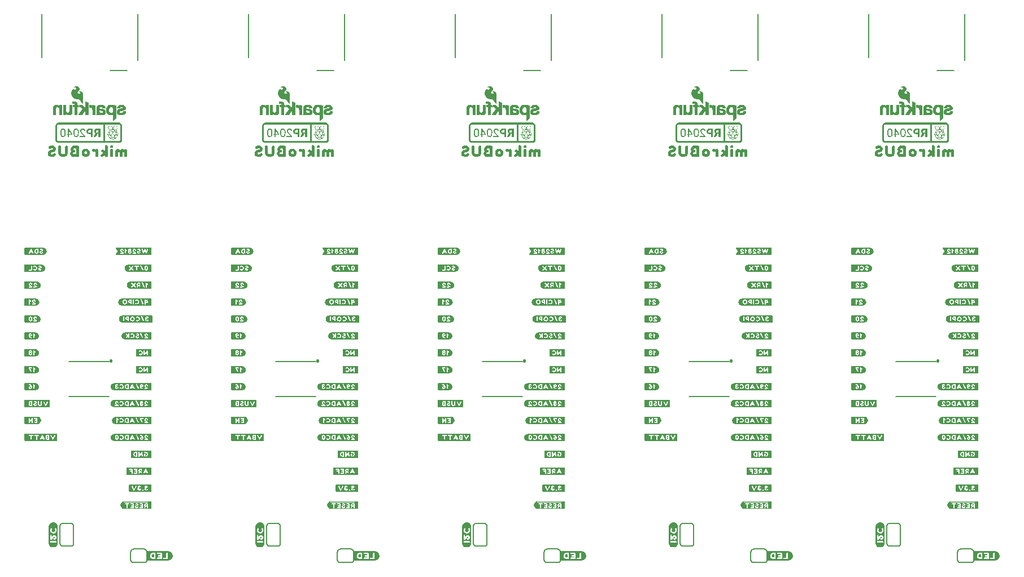
<source format=gbo>
G04 EAGLE Gerber RS-274X export*
G75*
%MOMM*%
%FSLAX34Y34*%
%LPD*%
%INSilkscreen Bottom*%
%IPPOS*%
%AMOC8*
5,1,8,0,0,1.08239X$1,22.5*%
G01*
%ADD10C,0.203200*%
%ADD11C,0.300000*%
%ADD12C,0.152400*%

G36*
X489054Y683329D02*
X489054Y683329D01*
X489054Y683330D01*
X489054Y686110D01*
X489051Y686114D01*
X489050Y686114D01*
X487958Y686109D01*
X487958Y709108D01*
X487954Y710031D01*
X487929Y711045D01*
X488649Y711050D01*
X489289Y711055D01*
X505309Y711055D01*
X507743Y711132D01*
X509003Y710964D01*
X510011Y710418D01*
X510366Y709930D01*
X510556Y709376D01*
X510645Y708183D01*
X510645Y691650D01*
X510718Y688799D01*
X510415Y687367D01*
X510058Y686791D01*
X509517Y686357D01*
X508464Y686100D01*
X507363Y686109D01*
X489060Y686114D01*
X489056Y686111D01*
X489056Y686110D01*
X489056Y683330D01*
X489059Y683326D01*
X489060Y683326D01*
X507157Y683328D01*
X508934Y683383D01*
X508935Y683383D01*
X510650Y683820D01*
X510650Y683821D01*
X510651Y683821D01*
X511740Y684523D01*
X511740Y684524D01*
X512500Y685415D01*
X512500Y685416D01*
X513012Y686521D01*
X513012Y686522D01*
X513013Y686522D01*
X513290Y687743D01*
X513426Y690212D01*
X513426Y702843D01*
X513475Y705174D01*
X513494Y707506D01*
X513290Y709827D01*
X513289Y709827D01*
X513289Y709828D01*
X512805Y711229D01*
X512805Y711230D01*
X511920Y712389D01*
X511919Y712389D01*
X511919Y712390D01*
X510724Y713234D01*
X510723Y713234D01*
X509315Y713688D01*
X509314Y713688D01*
X506952Y713733D01*
X420279Y713733D01*
X418578Y713772D01*
X418577Y713772D01*
X416890Y713586D01*
X416889Y713586D01*
X415914Y713205D01*
X415914Y713204D01*
X415913Y713204D01*
X415087Y712663D01*
X415087Y712662D01*
X415086Y712662D01*
X414377Y711935D01*
X414377Y711934D01*
X413840Y711067D01*
X413840Y711066D01*
X413310Y709109D01*
X413310Y709108D01*
X413216Y706987D01*
X413252Y704864D01*
X413292Y702741D01*
X413292Y690109D01*
X413356Y688019D01*
X413356Y688018D01*
X413522Y686977D01*
X413523Y686976D01*
X413855Y685996D01*
X413856Y685995D01*
X414375Y685140D01*
X414376Y685140D01*
X414376Y685139D01*
X415143Y684368D01*
X415144Y684368D01*
X416375Y683684D01*
X416376Y683684D01*
X416376Y683683D01*
X417897Y683362D01*
X417898Y683362D01*
X419458Y683328D01*
X483040Y683326D01*
X483044Y683329D01*
X483044Y683330D01*
X483044Y686110D01*
X483041Y686114D01*
X483040Y686114D01*
X419560Y686109D01*
X418006Y686122D01*
X417261Y686302D01*
X416619Y686743D01*
X416190Y687486D01*
X416042Y688357D01*
X416073Y690109D01*
X416073Y707054D01*
X416065Y708889D01*
X416266Y709772D01*
X416795Y710519D01*
X417649Y710960D01*
X418678Y711104D01*
X420690Y711055D01*
X484154Y711055D01*
X484708Y711059D01*
X485288Y711035D01*
X485293Y710031D01*
X485279Y709108D01*
X485279Y686109D01*
X483050Y686114D01*
X483046Y686111D01*
X483046Y686110D01*
X483046Y683330D01*
X483049Y683326D01*
X483050Y683326D01*
X489050Y683326D01*
X489054Y683329D01*
G37*
G36*
X1108814Y683329D02*
X1108814Y683329D01*
X1108814Y683330D01*
X1108814Y686110D01*
X1108811Y686114D01*
X1108810Y686114D01*
X1107718Y686109D01*
X1107718Y709108D01*
X1107714Y710031D01*
X1107689Y711045D01*
X1108409Y711050D01*
X1109049Y711055D01*
X1125069Y711055D01*
X1127503Y711132D01*
X1128763Y710964D01*
X1129771Y710418D01*
X1130126Y709930D01*
X1130316Y709376D01*
X1130405Y708183D01*
X1130405Y691650D01*
X1130478Y688799D01*
X1130175Y687367D01*
X1129818Y686791D01*
X1129277Y686357D01*
X1128224Y686100D01*
X1127123Y686109D01*
X1108820Y686114D01*
X1108816Y686111D01*
X1108816Y686110D01*
X1108816Y683330D01*
X1108819Y683326D01*
X1108820Y683326D01*
X1126917Y683328D01*
X1128694Y683383D01*
X1128695Y683383D01*
X1130410Y683820D01*
X1130410Y683821D01*
X1130411Y683821D01*
X1131500Y684523D01*
X1131500Y684524D01*
X1132260Y685415D01*
X1132260Y685416D01*
X1132772Y686521D01*
X1132772Y686522D01*
X1132773Y686522D01*
X1133050Y687743D01*
X1133186Y690212D01*
X1133186Y702843D01*
X1133235Y705174D01*
X1133254Y707506D01*
X1133050Y709827D01*
X1133049Y709827D01*
X1133049Y709828D01*
X1132565Y711229D01*
X1132565Y711230D01*
X1131680Y712389D01*
X1131679Y712389D01*
X1131679Y712390D01*
X1130484Y713234D01*
X1130483Y713234D01*
X1129075Y713688D01*
X1129074Y713688D01*
X1126712Y713733D01*
X1040039Y713733D01*
X1038338Y713772D01*
X1038337Y713772D01*
X1036650Y713586D01*
X1036649Y713586D01*
X1035674Y713205D01*
X1035674Y713204D01*
X1035673Y713204D01*
X1034847Y712663D01*
X1034847Y712662D01*
X1034846Y712662D01*
X1034137Y711935D01*
X1034137Y711934D01*
X1033600Y711067D01*
X1033600Y711066D01*
X1033070Y709109D01*
X1033070Y709108D01*
X1032976Y706987D01*
X1033012Y704864D01*
X1033052Y702741D01*
X1033052Y690109D01*
X1033116Y688019D01*
X1033116Y688018D01*
X1033282Y686977D01*
X1033283Y686976D01*
X1033615Y685996D01*
X1033616Y685995D01*
X1034135Y685140D01*
X1034136Y685140D01*
X1034136Y685139D01*
X1034903Y684368D01*
X1034904Y684368D01*
X1036135Y683684D01*
X1036136Y683684D01*
X1036136Y683683D01*
X1037657Y683362D01*
X1037658Y683362D01*
X1039218Y683328D01*
X1102800Y683326D01*
X1102804Y683329D01*
X1102804Y683330D01*
X1102804Y686110D01*
X1102801Y686114D01*
X1102800Y686114D01*
X1039320Y686109D01*
X1037766Y686122D01*
X1037021Y686302D01*
X1036379Y686743D01*
X1035950Y687486D01*
X1035802Y688357D01*
X1035833Y690109D01*
X1035833Y707054D01*
X1035825Y708889D01*
X1036026Y709772D01*
X1036555Y710519D01*
X1037409Y710960D01*
X1038438Y711104D01*
X1040450Y711055D01*
X1103914Y711055D01*
X1104468Y711059D01*
X1105048Y711035D01*
X1105053Y710031D01*
X1105039Y709108D01*
X1105039Y686109D01*
X1102810Y686114D01*
X1102806Y686111D01*
X1102806Y686110D01*
X1102806Y683330D01*
X1102809Y683326D01*
X1102810Y683326D01*
X1108810Y683326D01*
X1108814Y683329D01*
G37*
G36*
X798934Y683329D02*
X798934Y683329D01*
X798934Y683330D01*
X798934Y686110D01*
X798931Y686114D01*
X798930Y686114D01*
X797838Y686109D01*
X797838Y709108D01*
X797834Y710031D01*
X797809Y711045D01*
X798529Y711050D01*
X799169Y711055D01*
X815189Y711055D01*
X817623Y711132D01*
X818883Y710964D01*
X819891Y710418D01*
X820246Y709930D01*
X820436Y709376D01*
X820525Y708183D01*
X820525Y691650D01*
X820598Y688799D01*
X820295Y687367D01*
X819938Y686791D01*
X819397Y686357D01*
X818344Y686100D01*
X817243Y686109D01*
X798940Y686114D01*
X798936Y686111D01*
X798936Y686110D01*
X798936Y683330D01*
X798939Y683326D01*
X798940Y683326D01*
X817037Y683328D01*
X818814Y683383D01*
X818815Y683383D01*
X820530Y683820D01*
X820530Y683821D01*
X820531Y683821D01*
X821620Y684523D01*
X821620Y684524D01*
X822380Y685415D01*
X822380Y685416D01*
X822892Y686521D01*
X822892Y686522D01*
X822893Y686522D01*
X823170Y687743D01*
X823306Y690212D01*
X823306Y702843D01*
X823355Y705174D01*
X823374Y707506D01*
X823170Y709827D01*
X823169Y709827D01*
X823169Y709828D01*
X822685Y711229D01*
X822685Y711230D01*
X821800Y712389D01*
X821799Y712389D01*
X821799Y712390D01*
X820604Y713234D01*
X820603Y713234D01*
X819195Y713688D01*
X819194Y713688D01*
X816832Y713733D01*
X730159Y713733D01*
X728458Y713772D01*
X728457Y713772D01*
X726770Y713586D01*
X726769Y713586D01*
X725794Y713205D01*
X725794Y713204D01*
X725793Y713204D01*
X724967Y712663D01*
X724967Y712662D01*
X724966Y712662D01*
X724257Y711935D01*
X724257Y711934D01*
X723720Y711067D01*
X723720Y711066D01*
X723190Y709109D01*
X723190Y709108D01*
X723096Y706987D01*
X723132Y704864D01*
X723172Y702741D01*
X723172Y690109D01*
X723236Y688019D01*
X723236Y688018D01*
X723402Y686977D01*
X723403Y686976D01*
X723735Y685996D01*
X723736Y685995D01*
X724255Y685140D01*
X724256Y685140D01*
X724256Y685139D01*
X725023Y684368D01*
X725024Y684368D01*
X726255Y683684D01*
X726256Y683684D01*
X726256Y683683D01*
X727777Y683362D01*
X727778Y683362D01*
X729338Y683328D01*
X792920Y683326D01*
X792924Y683329D01*
X792924Y683330D01*
X792924Y686110D01*
X792921Y686114D01*
X792920Y686114D01*
X729440Y686109D01*
X727886Y686122D01*
X727141Y686302D01*
X726499Y686743D01*
X726070Y687486D01*
X725922Y688357D01*
X725953Y690109D01*
X725953Y707054D01*
X725945Y708889D01*
X726146Y709772D01*
X726675Y710519D01*
X727529Y710960D01*
X728558Y711104D01*
X730570Y711055D01*
X794034Y711055D01*
X794588Y711059D01*
X795168Y711035D01*
X795173Y710031D01*
X795159Y709108D01*
X795159Y686109D01*
X792930Y686114D01*
X792926Y686111D01*
X792926Y686110D01*
X792926Y683330D01*
X792929Y683326D01*
X792930Y683326D01*
X798930Y683326D01*
X798934Y683329D01*
G37*
G36*
X1418694Y683329D02*
X1418694Y683329D01*
X1418694Y683330D01*
X1418694Y686110D01*
X1418691Y686114D01*
X1418690Y686114D01*
X1417598Y686109D01*
X1417598Y709108D01*
X1417594Y710031D01*
X1417569Y711045D01*
X1418289Y711050D01*
X1418929Y711055D01*
X1434949Y711055D01*
X1437383Y711132D01*
X1438643Y710964D01*
X1439651Y710418D01*
X1440006Y709930D01*
X1440196Y709376D01*
X1440285Y708183D01*
X1440285Y691650D01*
X1440358Y688799D01*
X1440055Y687367D01*
X1439698Y686791D01*
X1439157Y686357D01*
X1438104Y686100D01*
X1437003Y686109D01*
X1418700Y686114D01*
X1418696Y686111D01*
X1418696Y686110D01*
X1418696Y683330D01*
X1418699Y683326D01*
X1418700Y683326D01*
X1436797Y683328D01*
X1438574Y683383D01*
X1438575Y683383D01*
X1440290Y683820D01*
X1440290Y683821D01*
X1440291Y683821D01*
X1441380Y684523D01*
X1441380Y684524D01*
X1442140Y685415D01*
X1442140Y685416D01*
X1442652Y686521D01*
X1442652Y686522D01*
X1442653Y686522D01*
X1442930Y687743D01*
X1443066Y690212D01*
X1443066Y702843D01*
X1443115Y705174D01*
X1443134Y707506D01*
X1442930Y709827D01*
X1442929Y709827D01*
X1442929Y709828D01*
X1442445Y711229D01*
X1442445Y711230D01*
X1441560Y712389D01*
X1441559Y712389D01*
X1441559Y712390D01*
X1440364Y713234D01*
X1440363Y713234D01*
X1438955Y713688D01*
X1438954Y713688D01*
X1436592Y713733D01*
X1349919Y713733D01*
X1348218Y713772D01*
X1348217Y713772D01*
X1346530Y713586D01*
X1346529Y713586D01*
X1345554Y713205D01*
X1345554Y713204D01*
X1345553Y713204D01*
X1344727Y712663D01*
X1344727Y712662D01*
X1344726Y712662D01*
X1344017Y711935D01*
X1344017Y711934D01*
X1343480Y711067D01*
X1343480Y711066D01*
X1342950Y709109D01*
X1342950Y709108D01*
X1342856Y706987D01*
X1342892Y704864D01*
X1342932Y702741D01*
X1342932Y690109D01*
X1342996Y688019D01*
X1342996Y688018D01*
X1343162Y686977D01*
X1343163Y686976D01*
X1343495Y685996D01*
X1343496Y685995D01*
X1344015Y685140D01*
X1344016Y685140D01*
X1344016Y685139D01*
X1344783Y684368D01*
X1344784Y684368D01*
X1346015Y683684D01*
X1346016Y683684D01*
X1346016Y683683D01*
X1347537Y683362D01*
X1347538Y683362D01*
X1349098Y683328D01*
X1412680Y683326D01*
X1412684Y683329D01*
X1412684Y683330D01*
X1412684Y686110D01*
X1412681Y686114D01*
X1412680Y686114D01*
X1349200Y686109D01*
X1347646Y686122D01*
X1346901Y686302D01*
X1346259Y686743D01*
X1345830Y687486D01*
X1345682Y688357D01*
X1345713Y690109D01*
X1345713Y707054D01*
X1345705Y708889D01*
X1345906Y709772D01*
X1346435Y710519D01*
X1347289Y710960D01*
X1348318Y711104D01*
X1350330Y711055D01*
X1413794Y711055D01*
X1414348Y711059D01*
X1414928Y711035D01*
X1414933Y710031D01*
X1414919Y709108D01*
X1414919Y686109D01*
X1412690Y686114D01*
X1412686Y686111D01*
X1412686Y686110D01*
X1412686Y683330D01*
X1412689Y683326D01*
X1412690Y683326D01*
X1418690Y683326D01*
X1418694Y683329D01*
G37*
G36*
X179174Y683329D02*
X179174Y683329D01*
X179174Y683330D01*
X179174Y686110D01*
X179171Y686114D01*
X179170Y686114D01*
X178078Y686109D01*
X178078Y709108D01*
X178074Y710031D01*
X178049Y711045D01*
X178769Y711050D01*
X179409Y711055D01*
X195429Y711055D01*
X197863Y711132D01*
X199123Y710964D01*
X200131Y710418D01*
X200486Y709930D01*
X200676Y709376D01*
X200765Y708183D01*
X200765Y691650D01*
X200838Y688799D01*
X200535Y687367D01*
X200178Y686791D01*
X199637Y686357D01*
X198584Y686100D01*
X197483Y686109D01*
X179180Y686114D01*
X179176Y686111D01*
X179176Y686110D01*
X179176Y683330D01*
X179179Y683326D01*
X179180Y683326D01*
X197277Y683328D01*
X199054Y683383D01*
X199055Y683383D01*
X200770Y683820D01*
X200770Y683821D01*
X200771Y683821D01*
X201860Y684523D01*
X201860Y684524D01*
X202620Y685415D01*
X202620Y685416D01*
X203132Y686521D01*
X203132Y686522D01*
X203133Y686522D01*
X203410Y687743D01*
X203546Y690212D01*
X203546Y702843D01*
X203595Y705174D01*
X203614Y707506D01*
X203410Y709827D01*
X203409Y709827D01*
X203409Y709828D01*
X202925Y711229D01*
X202925Y711230D01*
X202040Y712389D01*
X202039Y712389D01*
X202039Y712390D01*
X200844Y713234D01*
X200843Y713234D01*
X199435Y713688D01*
X199434Y713688D01*
X197072Y713733D01*
X110399Y713733D01*
X108698Y713772D01*
X108697Y713772D01*
X107010Y713586D01*
X107009Y713586D01*
X106034Y713205D01*
X106034Y713204D01*
X106033Y713204D01*
X105207Y712663D01*
X105207Y712662D01*
X105206Y712662D01*
X104497Y711935D01*
X104497Y711934D01*
X103960Y711067D01*
X103960Y711066D01*
X103430Y709109D01*
X103430Y709108D01*
X103336Y706987D01*
X103372Y704864D01*
X103412Y702741D01*
X103412Y690109D01*
X103476Y688019D01*
X103476Y688018D01*
X103642Y686977D01*
X103643Y686976D01*
X103975Y685996D01*
X103976Y685995D01*
X104495Y685140D01*
X104496Y685140D01*
X104496Y685139D01*
X105263Y684368D01*
X105264Y684368D01*
X106495Y683684D01*
X106496Y683684D01*
X106496Y683683D01*
X108017Y683362D01*
X108018Y683362D01*
X109578Y683328D01*
X173160Y683326D01*
X173164Y683329D01*
X173164Y683330D01*
X173164Y686110D01*
X173161Y686114D01*
X173160Y686114D01*
X109680Y686109D01*
X108126Y686122D01*
X107381Y686302D01*
X106739Y686743D01*
X106310Y687486D01*
X106162Y688357D01*
X106193Y690109D01*
X106193Y707054D01*
X106185Y708889D01*
X106386Y709772D01*
X106915Y710519D01*
X107769Y710960D01*
X108798Y711104D01*
X110810Y711055D01*
X174274Y711055D01*
X174828Y711059D01*
X175408Y711035D01*
X175413Y710031D01*
X175399Y709108D01*
X175399Y686109D01*
X173170Y686114D01*
X173166Y686111D01*
X173166Y686110D01*
X173166Y683330D01*
X173169Y683326D01*
X173170Y683326D01*
X179170Y683326D01*
X179174Y683329D01*
G37*
G36*
X1177277Y286987D02*
X1177277Y286987D01*
X1177276Y286989D01*
X1177278Y286990D01*
X1177378Y287490D01*
X1177375Y287497D01*
X1177379Y287500D01*
X1177379Y297200D01*
X1177343Y297247D01*
X1177336Y297242D01*
X1177330Y297249D01*
X1120830Y297249D01*
X1120824Y297245D01*
X1120820Y297248D01*
X1120325Y297149D01*
X1119830Y297149D01*
X1119825Y297146D01*
X1119821Y297146D01*
X1119817Y297143D01*
X1119812Y297146D01*
X1119312Y296946D01*
X1119310Y296943D01*
X1119308Y296944D01*
X1118910Y296745D01*
X1118412Y296546D01*
X1118407Y296538D01*
X1118400Y296539D01*
X1117200Y295639D01*
X1117198Y295630D01*
X1117191Y295630D01*
X1116591Y294830D01*
X1116591Y294820D01*
X1116584Y294818D01*
X1116385Y294320D01*
X1116186Y293922D01*
X1116187Y293919D01*
X1116184Y293918D01*
X1115984Y293418D01*
X1115985Y293417D01*
X1115984Y293416D01*
X1115986Y293413D01*
X1115986Y293412D01*
X1115982Y293410D01*
X1115782Y292410D01*
X1115785Y292403D01*
X1115781Y292400D01*
X1115781Y291900D01*
X1115785Y291894D01*
X1115782Y291890D01*
X1116082Y290390D01*
X1116087Y290386D01*
X1116084Y290382D01*
X1116284Y289882D01*
X1116292Y289877D01*
X1116291Y289870D01*
X1116589Y289472D01*
X1116888Y288975D01*
X1116891Y288973D01*
X1116891Y288970D01*
X1117191Y288570D01*
X1117200Y288568D01*
X1117200Y288561D01*
X1118400Y287661D01*
X1118407Y287661D01*
X1118408Y287656D01*
X1118808Y287456D01*
X1118811Y287457D01*
X1118812Y287454D01*
X1119812Y287054D01*
X1119825Y287058D01*
X1119830Y287051D01*
X1120325Y287051D01*
X1120820Y286952D01*
X1120827Y286955D01*
X1120830Y286951D01*
X1177230Y286951D01*
X1177277Y286987D01*
G37*
G36*
X557517Y286987D02*
X557517Y286987D01*
X557516Y286989D01*
X557518Y286990D01*
X557618Y287490D01*
X557615Y287497D01*
X557619Y287500D01*
X557619Y297200D01*
X557583Y297247D01*
X557576Y297242D01*
X557570Y297249D01*
X501070Y297249D01*
X501064Y297245D01*
X501060Y297248D01*
X500565Y297149D01*
X500070Y297149D01*
X500065Y297146D01*
X500061Y297146D01*
X500057Y297143D01*
X500052Y297146D01*
X499552Y296946D01*
X499550Y296943D01*
X499548Y296944D01*
X499150Y296745D01*
X498652Y296546D01*
X498647Y296538D01*
X498640Y296539D01*
X497440Y295639D01*
X497438Y295630D01*
X497431Y295630D01*
X496831Y294830D01*
X496831Y294820D01*
X496824Y294818D01*
X496625Y294320D01*
X496426Y293922D01*
X496427Y293919D01*
X496424Y293918D01*
X496224Y293418D01*
X496225Y293417D01*
X496224Y293416D01*
X496226Y293413D01*
X496226Y293412D01*
X496222Y293410D01*
X496022Y292410D01*
X496025Y292403D01*
X496021Y292400D01*
X496021Y291900D01*
X496025Y291894D01*
X496022Y291890D01*
X496322Y290390D01*
X496327Y290386D01*
X496324Y290382D01*
X496524Y289882D01*
X496532Y289877D01*
X496531Y289870D01*
X496829Y289472D01*
X497128Y288975D01*
X497131Y288973D01*
X497131Y288970D01*
X497431Y288570D01*
X497440Y288568D01*
X497440Y288561D01*
X498640Y287661D01*
X498647Y287661D01*
X498648Y287656D01*
X499048Y287456D01*
X499051Y287457D01*
X499052Y287454D01*
X500052Y287054D01*
X500065Y287058D01*
X500070Y287051D01*
X500565Y287051D01*
X501060Y286952D01*
X501067Y286955D01*
X501070Y286951D01*
X557470Y286951D01*
X557517Y286987D01*
G37*
G36*
X1487157Y286987D02*
X1487157Y286987D01*
X1487156Y286989D01*
X1487158Y286990D01*
X1487258Y287490D01*
X1487255Y287497D01*
X1487259Y287500D01*
X1487259Y297200D01*
X1487223Y297247D01*
X1487216Y297242D01*
X1487210Y297249D01*
X1430710Y297249D01*
X1430704Y297245D01*
X1430700Y297248D01*
X1430205Y297149D01*
X1429710Y297149D01*
X1429705Y297146D01*
X1429701Y297146D01*
X1429697Y297143D01*
X1429692Y297146D01*
X1429192Y296946D01*
X1429190Y296943D01*
X1429188Y296944D01*
X1428790Y296745D01*
X1428292Y296546D01*
X1428287Y296538D01*
X1428280Y296539D01*
X1427080Y295639D01*
X1427078Y295630D01*
X1427071Y295630D01*
X1426471Y294830D01*
X1426471Y294820D01*
X1426464Y294818D01*
X1426265Y294320D01*
X1426066Y293922D01*
X1426067Y293919D01*
X1426064Y293918D01*
X1425864Y293418D01*
X1425865Y293417D01*
X1425864Y293416D01*
X1425866Y293413D01*
X1425866Y293412D01*
X1425862Y293410D01*
X1425662Y292410D01*
X1425665Y292403D01*
X1425661Y292400D01*
X1425661Y291900D01*
X1425665Y291894D01*
X1425662Y291890D01*
X1425962Y290390D01*
X1425967Y290386D01*
X1425964Y290382D01*
X1426164Y289882D01*
X1426172Y289877D01*
X1426171Y289870D01*
X1426469Y289472D01*
X1426768Y288975D01*
X1426771Y288973D01*
X1426771Y288970D01*
X1427071Y288570D01*
X1427080Y288568D01*
X1427080Y288561D01*
X1428280Y287661D01*
X1428287Y287661D01*
X1428288Y287656D01*
X1428688Y287456D01*
X1428691Y287457D01*
X1428692Y287454D01*
X1429692Y287054D01*
X1429705Y287058D01*
X1429710Y287051D01*
X1430205Y287051D01*
X1430700Y286952D01*
X1430707Y286955D01*
X1430710Y286951D01*
X1487110Y286951D01*
X1487157Y286987D01*
G37*
G36*
X247637Y286987D02*
X247637Y286987D01*
X247636Y286989D01*
X247638Y286990D01*
X247738Y287490D01*
X247735Y287497D01*
X247739Y287500D01*
X247739Y297200D01*
X247703Y297247D01*
X247696Y297242D01*
X247690Y297249D01*
X191190Y297249D01*
X191184Y297245D01*
X191180Y297248D01*
X190685Y297149D01*
X190190Y297149D01*
X190185Y297146D01*
X190181Y297146D01*
X190177Y297143D01*
X190172Y297146D01*
X189672Y296946D01*
X189670Y296943D01*
X189668Y296944D01*
X189270Y296745D01*
X188772Y296546D01*
X188767Y296538D01*
X188760Y296539D01*
X187560Y295639D01*
X187558Y295630D01*
X187551Y295630D01*
X186951Y294830D01*
X186951Y294820D01*
X186944Y294818D01*
X186745Y294320D01*
X186546Y293922D01*
X186547Y293919D01*
X186544Y293918D01*
X186344Y293418D01*
X186345Y293417D01*
X186344Y293416D01*
X186346Y293413D01*
X186346Y293412D01*
X186342Y293410D01*
X186142Y292410D01*
X186145Y292403D01*
X186141Y292400D01*
X186141Y291900D01*
X186145Y291894D01*
X186142Y291890D01*
X186442Y290390D01*
X186447Y290386D01*
X186444Y290382D01*
X186644Y289882D01*
X186652Y289877D01*
X186651Y289870D01*
X186949Y289472D01*
X187248Y288975D01*
X187251Y288973D01*
X187251Y288970D01*
X187551Y288570D01*
X187560Y288568D01*
X187560Y288561D01*
X188760Y287661D01*
X188767Y287661D01*
X188768Y287656D01*
X189168Y287456D01*
X189171Y287457D01*
X189172Y287454D01*
X190172Y287054D01*
X190185Y287058D01*
X190190Y287051D01*
X190685Y287051D01*
X191180Y286952D01*
X191187Y286955D01*
X191190Y286951D01*
X247590Y286951D01*
X247637Y286987D01*
G37*
G36*
X867397Y286987D02*
X867397Y286987D01*
X867396Y286989D01*
X867398Y286990D01*
X867498Y287490D01*
X867495Y287497D01*
X867499Y287500D01*
X867499Y297200D01*
X867463Y297247D01*
X867456Y297242D01*
X867450Y297249D01*
X810950Y297249D01*
X810944Y297245D01*
X810940Y297248D01*
X810445Y297149D01*
X809950Y297149D01*
X809945Y297146D01*
X809941Y297146D01*
X809937Y297143D01*
X809932Y297146D01*
X809432Y296946D01*
X809430Y296943D01*
X809428Y296944D01*
X809030Y296745D01*
X808532Y296546D01*
X808527Y296538D01*
X808520Y296539D01*
X807320Y295639D01*
X807318Y295630D01*
X807311Y295630D01*
X806711Y294830D01*
X806711Y294820D01*
X806704Y294818D01*
X806505Y294320D01*
X806306Y293922D01*
X806307Y293919D01*
X806304Y293918D01*
X806104Y293418D01*
X806105Y293417D01*
X806104Y293416D01*
X806106Y293413D01*
X806106Y293412D01*
X806102Y293410D01*
X805902Y292410D01*
X805905Y292403D01*
X805901Y292400D01*
X805901Y291900D01*
X805905Y291894D01*
X805902Y291890D01*
X806202Y290390D01*
X806207Y290386D01*
X806204Y290382D01*
X806404Y289882D01*
X806412Y289877D01*
X806411Y289870D01*
X806709Y289472D01*
X807008Y288975D01*
X807011Y288973D01*
X807011Y288970D01*
X807311Y288570D01*
X807320Y288568D01*
X807320Y288561D01*
X808520Y287661D01*
X808527Y287661D01*
X808528Y287656D01*
X808928Y287456D01*
X808931Y287457D01*
X808932Y287454D01*
X809932Y287054D01*
X809945Y287058D01*
X809950Y287051D01*
X810445Y287051D01*
X810940Y286952D01*
X810947Y286955D01*
X810950Y286951D01*
X867350Y286951D01*
X867397Y286987D01*
G37*
G36*
X1177377Y312387D02*
X1177377Y312387D01*
X1177372Y312394D01*
X1177379Y312400D01*
X1177379Y322100D01*
X1177375Y322106D01*
X1177378Y322110D01*
X1177278Y322610D01*
X1177234Y322649D01*
X1177232Y322647D01*
X1177230Y322649D01*
X1120930Y322649D01*
X1120924Y322645D01*
X1120920Y322648D01*
X1119920Y322448D01*
X1119916Y322443D01*
X1119912Y322446D01*
X1118912Y322046D01*
X1118910Y322043D01*
X1118908Y322044D01*
X1118508Y321844D01*
X1118505Y321838D01*
X1118500Y321839D01*
X1118100Y321539D01*
X1118099Y321534D01*
X1118095Y321535D01*
X1117698Y321137D01*
X1117300Y320839D01*
X1117298Y320830D01*
X1117291Y320830D01*
X1116991Y320430D01*
X1116991Y320420D01*
X1116984Y320418D01*
X1116787Y319924D01*
X1116491Y319530D01*
X1116491Y319514D01*
X1116482Y319510D01*
X1116383Y319014D01*
X1116184Y318518D01*
X1116188Y318505D01*
X1116181Y318500D01*
X1116181Y318005D01*
X1116082Y317510D01*
X1116088Y317497D01*
X1116082Y317490D01*
X1116382Y315990D01*
X1116387Y315986D01*
X1116384Y315982D01*
X1116584Y315482D01*
X1116587Y315480D01*
X1116586Y315478D01*
X1116785Y315080D01*
X1116984Y314582D01*
X1116992Y314577D01*
X1116991Y314570D01*
X1117291Y314170D01*
X1117296Y314169D01*
X1117295Y314165D01*
X1117695Y313765D01*
X1117700Y313764D01*
X1117700Y313761D01*
X1118500Y313161D01*
X1118507Y313161D01*
X1118508Y313156D01*
X1118908Y312956D01*
X1118911Y312957D01*
X1118912Y312954D01*
X1119912Y312554D01*
X1119918Y312556D01*
X1119920Y312552D01*
X1120920Y312352D01*
X1120927Y312355D01*
X1120930Y312351D01*
X1177330Y312351D01*
X1177377Y312387D01*
G37*
G36*
X1487257Y312387D02*
X1487257Y312387D01*
X1487252Y312394D01*
X1487259Y312400D01*
X1487259Y322100D01*
X1487255Y322106D01*
X1487258Y322110D01*
X1487158Y322610D01*
X1487114Y322649D01*
X1487112Y322647D01*
X1487110Y322649D01*
X1430810Y322649D01*
X1430804Y322645D01*
X1430800Y322648D01*
X1429800Y322448D01*
X1429796Y322443D01*
X1429792Y322446D01*
X1428792Y322046D01*
X1428790Y322043D01*
X1428788Y322044D01*
X1428388Y321844D01*
X1428385Y321838D01*
X1428380Y321839D01*
X1427980Y321539D01*
X1427979Y321534D01*
X1427975Y321535D01*
X1427578Y321137D01*
X1427180Y320839D01*
X1427178Y320830D01*
X1427171Y320830D01*
X1426871Y320430D01*
X1426871Y320420D01*
X1426864Y320418D01*
X1426667Y319924D01*
X1426371Y319530D01*
X1426371Y319514D01*
X1426362Y319510D01*
X1426263Y319014D01*
X1426064Y318518D01*
X1426068Y318505D01*
X1426061Y318500D01*
X1426061Y318005D01*
X1425962Y317510D01*
X1425968Y317497D01*
X1425962Y317490D01*
X1426262Y315990D01*
X1426267Y315986D01*
X1426264Y315982D01*
X1426464Y315482D01*
X1426467Y315480D01*
X1426466Y315478D01*
X1426665Y315080D01*
X1426864Y314582D01*
X1426872Y314577D01*
X1426871Y314570D01*
X1427171Y314170D01*
X1427176Y314169D01*
X1427175Y314165D01*
X1427575Y313765D01*
X1427580Y313764D01*
X1427580Y313761D01*
X1428380Y313161D01*
X1428387Y313161D01*
X1428388Y313156D01*
X1428788Y312956D01*
X1428791Y312957D01*
X1428792Y312954D01*
X1429792Y312554D01*
X1429798Y312556D01*
X1429800Y312552D01*
X1430800Y312352D01*
X1430807Y312355D01*
X1430810Y312351D01*
X1487210Y312351D01*
X1487257Y312387D01*
G37*
G36*
X557617Y312387D02*
X557617Y312387D01*
X557612Y312394D01*
X557619Y312400D01*
X557619Y322100D01*
X557615Y322106D01*
X557618Y322110D01*
X557518Y322610D01*
X557474Y322649D01*
X557472Y322647D01*
X557470Y322649D01*
X501170Y322649D01*
X501164Y322645D01*
X501160Y322648D01*
X500160Y322448D01*
X500156Y322443D01*
X500152Y322446D01*
X499152Y322046D01*
X499150Y322043D01*
X499148Y322044D01*
X498748Y321844D01*
X498745Y321838D01*
X498740Y321839D01*
X498340Y321539D01*
X498339Y321534D01*
X498335Y321535D01*
X497938Y321137D01*
X497540Y320839D01*
X497538Y320830D01*
X497531Y320830D01*
X497231Y320430D01*
X497231Y320420D01*
X497224Y320418D01*
X497027Y319924D01*
X496731Y319530D01*
X496731Y319514D01*
X496722Y319510D01*
X496623Y319014D01*
X496424Y318518D01*
X496428Y318505D01*
X496421Y318500D01*
X496421Y318005D01*
X496322Y317510D01*
X496328Y317497D01*
X496322Y317490D01*
X496622Y315990D01*
X496627Y315986D01*
X496624Y315982D01*
X496824Y315482D01*
X496827Y315480D01*
X496826Y315478D01*
X497025Y315080D01*
X497224Y314582D01*
X497232Y314577D01*
X497231Y314570D01*
X497531Y314170D01*
X497536Y314169D01*
X497535Y314165D01*
X497935Y313765D01*
X497940Y313764D01*
X497940Y313761D01*
X498740Y313161D01*
X498747Y313161D01*
X498748Y313156D01*
X499148Y312956D01*
X499151Y312957D01*
X499152Y312954D01*
X500152Y312554D01*
X500158Y312556D01*
X500160Y312552D01*
X501160Y312352D01*
X501167Y312355D01*
X501170Y312351D01*
X557570Y312351D01*
X557617Y312387D01*
G37*
G36*
X867497Y312387D02*
X867497Y312387D01*
X867492Y312394D01*
X867499Y312400D01*
X867499Y322100D01*
X867495Y322106D01*
X867498Y322110D01*
X867398Y322610D01*
X867354Y322649D01*
X867352Y322647D01*
X867350Y322649D01*
X811050Y322649D01*
X811044Y322645D01*
X811040Y322648D01*
X810040Y322448D01*
X810036Y322443D01*
X810032Y322446D01*
X809032Y322046D01*
X809030Y322043D01*
X809028Y322044D01*
X808628Y321844D01*
X808625Y321838D01*
X808620Y321839D01*
X808220Y321539D01*
X808219Y321534D01*
X808215Y321535D01*
X807818Y321137D01*
X807420Y320839D01*
X807418Y320830D01*
X807411Y320830D01*
X807111Y320430D01*
X807111Y320420D01*
X807104Y320418D01*
X806907Y319924D01*
X806611Y319530D01*
X806611Y319514D01*
X806602Y319510D01*
X806503Y319014D01*
X806304Y318518D01*
X806308Y318505D01*
X806301Y318500D01*
X806301Y318005D01*
X806202Y317510D01*
X806208Y317497D01*
X806202Y317490D01*
X806502Y315990D01*
X806507Y315986D01*
X806504Y315982D01*
X806704Y315482D01*
X806707Y315480D01*
X806706Y315478D01*
X806905Y315080D01*
X807104Y314582D01*
X807112Y314577D01*
X807111Y314570D01*
X807411Y314170D01*
X807416Y314169D01*
X807415Y314165D01*
X807815Y313765D01*
X807820Y313764D01*
X807820Y313761D01*
X808620Y313161D01*
X808627Y313161D01*
X808628Y313156D01*
X809028Y312956D01*
X809031Y312957D01*
X809032Y312954D01*
X810032Y312554D01*
X810038Y312556D01*
X810040Y312552D01*
X811040Y312352D01*
X811047Y312355D01*
X811050Y312351D01*
X867450Y312351D01*
X867497Y312387D01*
G37*
G36*
X247737Y312387D02*
X247737Y312387D01*
X247732Y312394D01*
X247739Y312400D01*
X247739Y322100D01*
X247735Y322106D01*
X247738Y322110D01*
X247638Y322610D01*
X247594Y322649D01*
X247592Y322647D01*
X247590Y322649D01*
X191290Y322649D01*
X191284Y322645D01*
X191280Y322648D01*
X190280Y322448D01*
X190276Y322443D01*
X190272Y322446D01*
X189272Y322046D01*
X189270Y322043D01*
X189268Y322044D01*
X188868Y321844D01*
X188865Y321838D01*
X188860Y321839D01*
X188460Y321539D01*
X188459Y321534D01*
X188455Y321535D01*
X188058Y321137D01*
X187660Y320839D01*
X187658Y320830D01*
X187651Y320830D01*
X187351Y320430D01*
X187351Y320420D01*
X187344Y320418D01*
X187147Y319924D01*
X186851Y319530D01*
X186851Y319514D01*
X186842Y319510D01*
X186743Y319014D01*
X186544Y318518D01*
X186548Y318505D01*
X186541Y318500D01*
X186541Y318005D01*
X186442Y317510D01*
X186448Y317497D01*
X186442Y317490D01*
X186742Y315990D01*
X186747Y315986D01*
X186744Y315982D01*
X186944Y315482D01*
X186947Y315480D01*
X186946Y315478D01*
X187145Y315080D01*
X187344Y314582D01*
X187352Y314577D01*
X187351Y314570D01*
X187651Y314170D01*
X187656Y314169D01*
X187655Y314165D01*
X188055Y313765D01*
X188060Y313764D01*
X188060Y313761D01*
X188860Y313161D01*
X188867Y313161D01*
X188868Y313156D01*
X189268Y312956D01*
X189271Y312957D01*
X189272Y312954D01*
X190272Y312554D01*
X190278Y312556D01*
X190280Y312552D01*
X191280Y312352D01*
X191287Y312355D01*
X191290Y312351D01*
X247690Y312351D01*
X247737Y312387D01*
G37*
G36*
X1487157Y236187D02*
X1487157Y236187D01*
X1487156Y236189D01*
X1487158Y236190D01*
X1487258Y236690D01*
X1487255Y236697D01*
X1487259Y236700D01*
X1487259Y246300D01*
X1487223Y246347D01*
X1487221Y246346D01*
X1487220Y246348D01*
X1486720Y246448D01*
X1486713Y246445D01*
X1486710Y246449D01*
X1430810Y246449D01*
X1430804Y246445D01*
X1430800Y246448D01*
X1429800Y246248D01*
X1429796Y246243D01*
X1429792Y246246D01*
X1429292Y246046D01*
X1429290Y246043D01*
X1429288Y246044D01*
X1428890Y245845D01*
X1428392Y245646D01*
X1428387Y245638D01*
X1428380Y245639D01*
X1427580Y245039D01*
X1427578Y245030D01*
X1427571Y245030D01*
X1426671Y243830D01*
X1426671Y243820D01*
X1426664Y243818D01*
X1426264Y242818D01*
X1426265Y242815D01*
X1426262Y242813D01*
X1426264Y242811D01*
X1426262Y242810D01*
X1425962Y241310D01*
X1425968Y241297D01*
X1425962Y241290D01*
X1426061Y240795D01*
X1426061Y240300D01*
X1426069Y240289D01*
X1426064Y240282D01*
X1426263Y239785D01*
X1426362Y239388D01*
X1426371Y239381D01*
X1426368Y239375D01*
X1426667Y238877D01*
X1426866Y238478D01*
X1426872Y238475D01*
X1426871Y238470D01*
X1427171Y238070D01*
X1427176Y238069D01*
X1427175Y238065D01*
X1427573Y237668D01*
X1427871Y237270D01*
X1427880Y237268D01*
X1427880Y237261D01*
X1428280Y236961D01*
X1428290Y236961D01*
X1428292Y236954D01*
X1428790Y236755D01*
X1429188Y236556D01*
X1429191Y236557D01*
X1429192Y236554D01*
X1429692Y236354D01*
X1429698Y236356D01*
X1429700Y236352D01*
X1430700Y236152D01*
X1430707Y236155D01*
X1430710Y236151D01*
X1487110Y236151D01*
X1487157Y236187D01*
G37*
G36*
X1177277Y236187D02*
X1177277Y236187D01*
X1177276Y236189D01*
X1177278Y236190D01*
X1177378Y236690D01*
X1177375Y236697D01*
X1177379Y236700D01*
X1177379Y246300D01*
X1177343Y246347D01*
X1177341Y246346D01*
X1177340Y246348D01*
X1176840Y246448D01*
X1176833Y246445D01*
X1176830Y246449D01*
X1120930Y246449D01*
X1120924Y246445D01*
X1120920Y246448D01*
X1119920Y246248D01*
X1119916Y246243D01*
X1119912Y246246D01*
X1119412Y246046D01*
X1119410Y246043D01*
X1119408Y246044D01*
X1119010Y245845D01*
X1118512Y245646D01*
X1118507Y245638D01*
X1118500Y245639D01*
X1117700Y245039D01*
X1117698Y245030D01*
X1117691Y245030D01*
X1116791Y243830D01*
X1116791Y243820D01*
X1116784Y243818D01*
X1116384Y242818D01*
X1116385Y242815D01*
X1116382Y242813D01*
X1116384Y242811D01*
X1116382Y242810D01*
X1116082Y241310D01*
X1116088Y241297D01*
X1116082Y241290D01*
X1116181Y240795D01*
X1116181Y240300D01*
X1116189Y240289D01*
X1116184Y240282D01*
X1116383Y239785D01*
X1116482Y239388D01*
X1116491Y239381D01*
X1116488Y239375D01*
X1116787Y238877D01*
X1116986Y238478D01*
X1116992Y238475D01*
X1116991Y238470D01*
X1117291Y238070D01*
X1117296Y238069D01*
X1117295Y238065D01*
X1117693Y237668D01*
X1117991Y237270D01*
X1118000Y237268D01*
X1118000Y237261D01*
X1118400Y236961D01*
X1118410Y236961D01*
X1118412Y236954D01*
X1118910Y236755D01*
X1119308Y236556D01*
X1119311Y236557D01*
X1119312Y236554D01*
X1119812Y236354D01*
X1119818Y236356D01*
X1119820Y236352D01*
X1120820Y236152D01*
X1120827Y236155D01*
X1120830Y236151D01*
X1177230Y236151D01*
X1177277Y236187D01*
G37*
G36*
X867397Y236187D02*
X867397Y236187D01*
X867396Y236189D01*
X867398Y236190D01*
X867498Y236690D01*
X867495Y236697D01*
X867499Y236700D01*
X867499Y246300D01*
X867463Y246347D01*
X867461Y246346D01*
X867460Y246348D01*
X866960Y246448D01*
X866953Y246445D01*
X866950Y246449D01*
X811050Y246449D01*
X811044Y246445D01*
X811040Y246448D01*
X810040Y246248D01*
X810036Y246243D01*
X810032Y246246D01*
X809532Y246046D01*
X809530Y246043D01*
X809528Y246044D01*
X809130Y245845D01*
X808632Y245646D01*
X808627Y245638D01*
X808620Y245639D01*
X807820Y245039D01*
X807818Y245030D01*
X807811Y245030D01*
X806911Y243830D01*
X806911Y243820D01*
X806904Y243818D01*
X806504Y242818D01*
X806505Y242815D01*
X806502Y242813D01*
X806504Y242811D01*
X806502Y242810D01*
X806202Y241310D01*
X806208Y241297D01*
X806202Y241290D01*
X806301Y240795D01*
X806301Y240300D01*
X806309Y240289D01*
X806304Y240282D01*
X806503Y239785D01*
X806602Y239388D01*
X806611Y239381D01*
X806608Y239375D01*
X806907Y238877D01*
X807106Y238478D01*
X807112Y238475D01*
X807111Y238470D01*
X807411Y238070D01*
X807416Y238069D01*
X807415Y238065D01*
X807813Y237668D01*
X808111Y237270D01*
X808120Y237268D01*
X808120Y237261D01*
X808520Y236961D01*
X808530Y236961D01*
X808532Y236954D01*
X809030Y236755D01*
X809428Y236556D01*
X809431Y236557D01*
X809432Y236554D01*
X809932Y236354D01*
X809938Y236356D01*
X809940Y236352D01*
X810940Y236152D01*
X810947Y236155D01*
X810950Y236151D01*
X867350Y236151D01*
X867397Y236187D01*
G37*
G36*
X557517Y236187D02*
X557517Y236187D01*
X557516Y236189D01*
X557518Y236190D01*
X557618Y236690D01*
X557615Y236697D01*
X557619Y236700D01*
X557619Y246300D01*
X557583Y246347D01*
X557581Y246346D01*
X557580Y246348D01*
X557080Y246448D01*
X557073Y246445D01*
X557070Y246449D01*
X501170Y246449D01*
X501164Y246445D01*
X501160Y246448D01*
X500160Y246248D01*
X500156Y246243D01*
X500152Y246246D01*
X499652Y246046D01*
X499650Y246043D01*
X499648Y246044D01*
X499250Y245845D01*
X498752Y245646D01*
X498747Y245638D01*
X498740Y245639D01*
X497940Y245039D01*
X497938Y245030D01*
X497931Y245030D01*
X497031Y243830D01*
X497031Y243820D01*
X497024Y243818D01*
X496624Y242818D01*
X496625Y242815D01*
X496622Y242813D01*
X496624Y242811D01*
X496622Y242810D01*
X496322Y241310D01*
X496328Y241297D01*
X496322Y241290D01*
X496421Y240795D01*
X496421Y240300D01*
X496429Y240289D01*
X496424Y240282D01*
X496623Y239785D01*
X496722Y239388D01*
X496731Y239381D01*
X496728Y239375D01*
X497027Y238877D01*
X497226Y238478D01*
X497232Y238475D01*
X497231Y238470D01*
X497531Y238070D01*
X497536Y238069D01*
X497535Y238065D01*
X497933Y237668D01*
X498231Y237270D01*
X498240Y237268D01*
X498240Y237261D01*
X498640Y236961D01*
X498650Y236961D01*
X498652Y236954D01*
X499150Y236755D01*
X499548Y236556D01*
X499551Y236557D01*
X499552Y236554D01*
X500052Y236354D01*
X500058Y236356D01*
X500060Y236352D01*
X501060Y236152D01*
X501067Y236155D01*
X501070Y236151D01*
X557470Y236151D01*
X557517Y236187D01*
G37*
G36*
X247637Y236187D02*
X247637Y236187D01*
X247636Y236189D01*
X247638Y236190D01*
X247738Y236690D01*
X247735Y236697D01*
X247739Y236700D01*
X247739Y246300D01*
X247703Y246347D01*
X247701Y246346D01*
X247700Y246348D01*
X247200Y246448D01*
X247193Y246445D01*
X247190Y246449D01*
X191290Y246449D01*
X191284Y246445D01*
X191280Y246448D01*
X190280Y246248D01*
X190276Y246243D01*
X190272Y246246D01*
X189772Y246046D01*
X189770Y246043D01*
X189768Y246044D01*
X189370Y245845D01*
X188872Y245646D01*
X188867Y245638D01*
X188860Y245639D01*
X188060Y245039D01*
X188058Y245030D01*
X188051Y245030D01*
X187151Y243830D01*
X187151Y243820D01*
X187144Y243818D01*
X186744Y242818D01*
X186745Y242815D01*
X186742Y242813D01*
X186744Y242811D01*
X186742Y242810D01*
X186442Y241310D01*
X186448Y241297D01*
X186442Y241290D01*
X186541Y240795D01*
X186541Y240300D01*
X186549Y240289D01*
X186544Y240282D01*
X186743Y239785D01*
X186842Y239388D01*
X186851Y239381D01*
X186848Y239375D01*
X187147Y238877D01*
X187346Y238478D01*
X187352Y238475D01*
X187351Y238470D01*
X187651Y238070D01*
X187656Y238069D01*
X187655Y238065D01*
X188053Y237668D01*
X188351Y237270D01*
X188360Y237268D01*
X188360Y237261D01*
X188760Y236961D01*
X188770Y236961D01*
X188772Y236954D01*
X189270Y236755D01*
X189668Y236556D01*
X189671Y236557D01*
X189672Y236554D01*
X190172Y236354D01*
X190178Y236356D01*
X190180Y236352D01*
X191180Y236152D01*
X191187Y236155D01*
X191190Y236151D01*
X247590Y236151D01*
X247637Y236187D01*
G37*
G36*
X557617Y261587D02*
X557617Y261587D01*
X557612Y261594D01*
X557619Y261600D01*
X557619Y271800D01*
X557583Y271847D01*
X557576Y271842D01*
X557570Y271849D01*
X503170Y271849D01*
X503164Y271845D01*
X503160Y271848D01*
X502665Y271749D01*
X502170Y271749D01*
X502165Y271746D01*
X502161Y271746D01*
X502157Y271743D01*
X502152Y271746D01*
X501652Y271546D01*
X501650Y271543D01*
X501648Y271544D01*
X501250Y271345D01*
X500752Y271146D01*
X500747Y271138D01*
X500740Y271139D01*
X499540Y270239D01*
X499538Y270230D01*
X499531Y270230D01*
X498931Y269430D01*
X498931Y269420D01*
X498924Y269418D01*
X498525Y268420D01*
X498326Y268022D01*
X498327Y268018D01*
X498324Y268016D01*
X498327Y268012D01*
X498322Y268010D01*
X498222Y267510D01*
X498225Y267503D01*
X498221Y267500D01*
X498221Y265900D01*
X498225Y265894D01*
X498222Y265890D01*
X498322Y265390D01*
X498329Y265384D01*
X498326Y265378D01*
X498525Y264980D01*
X498924Y263982D01*
X498932Y263977D01*
X498931Y263970D01*
X499531Y263170D01*
X499540Y263168D01*
X499540Y263161D01*
X500740Y262261D01*
X500750Y262261D01*
X500752Y262254D01*
X501750Y261855D01*
X502148Y261656D01*
X502164Y261659D01*
X502170Y261651D01*
X502665Y261651D01*
X503160Y261552D01*
X503167Y261555D01*
X503170Y261551D01*
X557570Y261551D01*
X557617Y261587D01*
G37*
G36*
X1487257Y261587D02*
X1487257Y261587D01*
X1487252Y261594D01*
X1487259Y261600D01*
X1487259Y271800D01*
X1487223Y271847D01*
X1487216Y271842D01*
X1487210Y271849D01*
X1432810Y271849D01*
X1432804Y271845D01*
X1432800Y271848D01*
X1432305Y271749D01*
X1431810Y271749D01*
X1431805Y271746D01*
X1431801Y271746D01*
X1431797Y271743D01*
X1431792Y271746D01*
X1431292Y271546D01*
X1431290Y271543D01*
X1431288Y271544D01*
X1430890Y271345D01*
X1430392Y271146D01*
X1430387Y271138D01*
X1430380Y271139D01*
X1429180Y270239D01*
X1429178Y270230D01*
X1429171Y270230D01*
X1428571Y269430D01*
X1428571Y269420D01*
X1428564Y269418D01*
X1428165Y268420D01*
X1427966Y268022D01*
X1427967Y268018D01*
X1427964Y268016D01*
X1427967Y268012D01*
X1427962Y268010D01*
X1427862Y267510D01*
X1427865Y267503D01*
X1427861Y267500D01*
X1427861Y265900D01*
X1427865Y265894D01*
X1427862Y265890D01*
X1427962Y265390D01*
X1427969Y265384D01*
X1427966Y265378D01*
X1428165Y264980D01*
X1428564Y263982D01*
X1428572Y263977D01*
X1428571Y263970D01*
X1429171Y263170D01*
X1429180Y263168D01*
X1429180Y263161D01*
X1430380Y262261D01*
X1430390Y262261D01*
X1430392Y262254D01*
X1431390Y261855D01*
X1431788Y261656D01*
X1431804Y261659D01*
X1431810Y261651D01*
X1432305Y261651D01*
X1432800Y261552D01*
X1432807Y261555D01*
X1432810Y261551D01*
X1487210Y261551D01*
X1487257Y261587D01*
G37*
G36*
X1177377Y261587D02*
X1177377Y261587D01*
X1177372Y261594D01*
X1177379Y261600D01*
X1177379Y271800D01*
X1177343Y271847D01*
X1177336Y271842D01*
X1177330Y271849D01*
X1122930Y271849D01*
X1122924Y271845D01*
X1122920Y271848D01*
X1122425Y271749D01*
X1121930Y271749D01*
X1121925Y271746D01*
X1121921Y271746D01*
X1121917Y271743D01*
X1121912Y271746D01*
X1121412Y271546D01*
X1121410Y271543D01*
X1121408Y271544D01*
X1121010Y271345D01*
X1120512Y271146D01*
X1120507Y271138D01*
X1120500Y271139D01*
X1119300Y270239D01*
X1119298Y270230D01*
X1119291Y270230D01*
X1118691Y269430D01*
X1118691Y269420D01*
X1118684Y269418D01*
X1118285Y268420D01*
X1118086Y268022D01*
X1118087Y268018D01*
X1118084Y268016D01*
X1118087Y268012D01*
X1118082Y268010D01*
X1117982Y267510D01*
X1117985Y267503D01*
X1117981Y267500D01*
X1117981Y265900D01*
X1117985Y265894D01*
X1117982Y265890D01*
X1118082Y265390D01*
X1118089Y265384D01*
X1118086Y265378D01*
X1118285Y264980D01*
X1118684Y263982D01*
X1118692Y263977D01*
X1118691Y263970D01*
X1119291Y263170D01*
X1119300Y263168D01*
X1119300Y263161D01*
X1120500Y262261D01*
X1120510Y262261D01*
X1120512Y262254D01*
X1121510Y261855D01*
X1121908Y261656D01*
X1121924Y261659D01*
X1121930Y261651D01*
X1122425Y261651D01*
X1122920Y261552D01*
X1122927Y261555D01*
X1122930Y261551D01*
X1177330Y261551D01*
X1177377Y261587D01*
G37*
G36*
X867497Y261587D02*
X867497Y261587D01*
X867492Y261594D01*
X867499Y261600D01*
X867499Y271800D01*
X867463Y271847D01*
X867456Y271842D01*
X867450Y271849D01*
X813050Y271849D01*
X813044Y271845D01*
X813040Y271848D01*
X812545Y271749D01*
X812050Y271749D01*
X812045Y271746D01*
X812041Y271746D01*
X812037Y271743D01*
X812032Y271746D01*
X811532Y271546D01*
X811530Y271543D01*
X811528Y271544D01*
X811130Y271345D01*
X810632Y271146D01*
X810627Y271138D01*
X810620Y271139D01*
X809420Y270239D01*
X809418Y270230D01*
X809411Y270230D01*
X808811Y269430D01*
X808811Y269420D01*
X808804Y269418D01*
X808405Y268420D01*
X808206Y268022D01*
X808207Y268018D01*
X808204Y268016D01*
X808207Y268012D01*
X808202Y268010D01*
X808102Y267510D01*
X808105Y267503D01*
X808101Y267500D01*
X808101Y265900D01*
X808105Y265894D01*
X808102Y265890D01*
X808202Y265390D01*
X808209Y265384D01*
X808206Y265378D01*
X808405Y264980D01*
X808804Y263982D01*
X808812Y263977D01*
X808811Y263970D01*
X809411Y263170D01*
X809420Y263168D01*
X809420Y263161D01*
X810620Y262261D01*
X810630Y262261D01*
X810632Y262254D01*
X811630Y261855D01*
X812028Y261656D01*
X812044Y261659D01*
X812050Y261651D01*
X812545Y261651D01*
X813040Y261552D01*
X813047Y261555D01*
X813050Y261551D01*
X867450Y261551D01*
X867497Y261587D01*
G37*
G36*
X247737Y261587D02*
X247737Y261587D01*
X247732Y261594D01*
X247739Y261600D01*
X247739Y271800D01*
X247703Y271847D01*
X247696Y271842D01*
X247690Y271849D01*
X193290Y271849D01*
X193284Y271845D01*
X193280Y271848D01*
X192785Y271749D01*
X192290Y271749D01*
X192285Y271746D01*
X192281Y271746D01*
X192277Y271743D01*
X192272Y271746D01*
X191772Y271546D01*
X191770Y271543D01*
X191768Y271544D01*
X191370Y271345D01*
X190872Y271146D01*
X190867Y271138D01*
X190860Y271139D01*
X189660Y270239D01*
X189658Y270230D01*
X189651Y270230D01*
X189051Y269430D01*
X189051Y269420D01*
X189044Y269418D01*
X188645Y268420D01*
X188446Y268022D01*
X188447Y268018D01*
X188444Y268016D01*
X188447Y268012D01*
X188442Y268010D01*
X188342Y267510D01*
X188345Y267503D01*
X188341Y267500D01*
X188341Y265900D01*
X188345Y265894D01*
X188342Y265890D01*
X188442Y265390D01*
X188449Y265384D01*
X188446Y265378D01*
X188645Y264980D01*
X189044Y263982D01*
X189052Y263977D01*
X189051Y263970D01*
X189651Y263170D01*
X189660Y263168D01*
X189660Y263161D01*
X190860Y262261D01*
X190870Y262261D01*
X190872Y262254D01*
X191870Y261855D01*
X192268Y261656D01*
X192284Y261659D01*
X192290Y261651D01*
X192785Y261651D01*
X193280Y261552D01*
X193287Y261555D01*
X193290Y261551D01*
X247690Y261551D01*
X247737Y261587D01*
G37*
G36*
X1487157Y515587D02*
X1487157Y515587D01*
X1487157Y515588D01*
X1487158Y515588D01*
X1487258Y515988D01*
X1487254Y515996D01*
X1487259Y516000D01*
X1487259Y525700D01*
X1487223Y525747D01*
X1487221Y525746D01*
X1487220Y525748D01*
X1486720Y525848D01*
X1486713Y525845D01*
X1486710Y525849D01*
X1433810Y525849D01*
X1433767Y525817D01*
X1433763Y525816D01*
X1433663Y525516D01*
X1433664Y525513D01*
X1433663Y525513D01*
X1433665Y525509D01*
X1433672Y525490D01*
X1433666Y525478D01*
X1435961Y520988D01*
X1435961Y520512D01*
X1433666Y516022D01*
X1433668Y516012D01*
X1433663Y516007D01*
X1433665Y516004D01*
X1433661Y516000D01*
X1433661Y515600D01*
X1433697Y515553D01*
X1433704Y515558D01*
X1433710Y515551D01*
X1487110Y515551D01*
X1487157Y515587D01*
G37*
G36*
X867397Y515587D02*
X867397Y515587D01*
X867397Y515588D01*
X867398Y515588D01*
X867498Y515988D01*
X867494Y515996D01*
X867499Y516000D01*
X867499Y525700D01*
X867463Y525747D01*
X867461Y525746D01*
X867460Y525748D01*
X866960Y525848D01*
X866953Y525845D01*
X866950Y525849D01*
X814050Y525849D01*
X814007Y525817D01*
X814003Y525816D01*
X813903Y525516D01*
X813904Y525513D01*
X813903Y525513D01*
X813905Y525509D01*
X813912Y525490D01*
X813906Y525478D01*
X816201Y520988D01*
X816201Y520512D01*
X813906Y516022D01*
X813908Y516012D01*
X813903Y516007D01*
X813905Y516004D01*
X813901Y516000D01*
X813901Y515600D01*
X813937Y515553D01*
X813944Y515558D01*
X813950Y515551D01*
X867350Y515551D01*
X867397Y515587D01*
G37*
G36*
X557517Y515587D02*
X557517Y515587D01*
X557517Y515588D01*
X557518Y515588D01*
X557618Y515988D01*
X557614Y515996D01*
X557619Y516000D01*
X557619Y525700D01*
X557583Y525747D01*
X557581Y525746D01*
X557580Y525748D01*
X557080Y525848D01*
X557073Y525845D01*
X557070Y525849D01*
X504170Y525849D01*
X504127Y525817D01*
X504123Y525816D01*
X504023Y525516D01*
X504024Y525513D01*
X504023Y525513D01*
X504025Y525509D01*
X504032Y525490D01*
X504026Y525478D01*
X506321Y520988D01*
X506321Y520512D01*
X504026Y516022D01*
X504028Y516012D01*
X504023Y516007D01*
X504025Y516004D01*
X504021Y516000D01*
X504021Y515600D01*
X504057Y515553D01*
X504064Y515558D01*
X504070Y515551D01*
X557470Y515551D01*
X557517Y515587D01*
G37*
G36*
X247637Y515587D02*
X247637Y515587D01*
X247637Y515588D01*
X247638Y515588D01*
X247738Y515988D01*
X247734Y515996D01*
X247739Y516000D01*
X247739Y525700D01*
X247703Y525747D01*
X247701Y525746D01*
X247700Y525748D01*
X247200Y525848D01*
X247193Y525845D01*
X247190Y525849D01*
X194290Y525849D01*
X194247Y525817D01*
X194243Y525816D01*
X194143Y525516D01*
X194144Y525513D01*
X194143Y525513D01*
X194145Y525509D01*
X194152Y525490D01*
X194146Y525478D01*
X196441Y520988D01*
X196441Y520512D01*
X194146Y516022D01*
X194148Y516012D01*
X194143Y516007D01*
X194145Y516004D01*
X194141Y516000D01*
X194141Y515600D01*
X194177Y515553D01*
X194184Y515558D01*
X194190Y515551D01*
X247590Y515551D01*
X247637Y515587D01*
G37*
G36*
X1177277Y515587D02*
X1177277Y515587D01*
X1177277Y515588D01*
X1177278Y515588D01*
X1177378Y515988D01*
X1177374Y515996D01*
X1177379Y516000D01*
X1177379Y525700D01*
X1177343Y525747D01*
X1177341Y525746D01*
X1177340Y525748D01*
X1176840Y525848D01*
X1176833Y525845D01*
X1176830Y525849D01*
X1123930Y525849D01*
X1123887Y525817D01*
X1123883Y525816D01*
X1123783Y525516D01*
X1123784Y525513D01*
X1123783Y525513D01*
X1123785Y525509D01*
X1123792Y525490D01*
X1123786Y525478D01*
X1126081Y520988D01*
X1126081Y520512D01*
X1123786Y516022D01*
X1123788Y516012D01*
X1123783Y516007D01*
X1123785Y516004D01*
X1123781Y516000D01*
X1123781Y515600D01*
X1123817Y515553D01*
X1123824Y515558D01*
X1123830Y515551D01*
X1177230Y515551D01*
X1177277Y515587D01*
G37*
G36*
X1202645Y56654D02*
X1202645Y56654D01*
X1202648Y56651D01*
X1203248Y56751D01*
X1203947Y56851D01*
X1203952Y56856D01*
X1203956Y56853D01*
X1204556Y57053D01*
X1204557Y57056D01*
X1204559Y57055D01*
X1205259Y57355D01*
X1205261Y57357D01*
X1205262Y57356D01*
X1205862Y57656D01*
X1205865Y57663D01*
X1205871Y57662D01*
X1206871Y58462D01*
X1206872Y58466D01*
X1206875Y58465D01*
X1207375Y58965D01*
X1207376Y58972D01*
X1207381Y58973D01*
X1207780Y59571D01*
X1208178Y60069D01*
X1208179Y60077D01*
X1208184Y60078D01*
X1208484Y60678D01*
X1208484Y60680D01*
X1208485Y60681D01*
X1208785Y61381D01*
X1208783Y61389D01*
X1208789Y61392D01*
X1208889Y61992D01*
X1208888Y61993D01*
X1208889Y61993D01*
X1209089Y63393D01*
X1209086Y63398D01*
X1209089Y63400D01*
X1209089Y64000D01*
X1209086Y64004D01*
X1209089Y64007D01*
X1208989Y64707D01*
X1208985Y64711D01*
X1208987Y64714D01*
X1208787Y65414D01*
X1208786Y65415D01*
X1208787Y65416D01*
X1208587Y66016D01*
X1208582Y66019D01*
X1208584Y66022D01*
X1207984Y67222D01*
X1207977Y67225D01*
X1207978Y67231D01*
X1207580Y67729D01*
X1207181Y68327D01*
X1207171Y68331D01*
X1207171Y68338D01*
X1206671Y68738D01*
X1206667Y68739D01*
X1206667Y68741D01*
X1205467Y69541D01*
X1205463Y69541D01*
X1205462Y69544D01*
X1204862Y69844D01*
X1204857Y69843D01*
X1204856Y69847D01*
X1204256Y70047D01*
X1204249Y70045D01*
X1204247Y70049D01*
X1203548Y70149D01*
X1202948Y70249D01*
X1202947Y70248D01*
X1202947Y70249D01*
X1202247Y70349D01*
X1202242Y70346D01*
X1202240Y70349D01*
X1170440Y70349D01*
X1170393Y70313D01*
X1170394Y70311D01*
X1170392Y70310D01*
X1170292Y69810D01*
X1170295Y69803D01*
X1170291Y69800D01*
X1170291Y56900D01*
X1170320Y56862D01*
X1170322Y56854D01*
X1170822Y56654D01*
X1170835Y56658D01*
X1170840Y56651D01*
X1202640Y56651D01*
X1202645Y56654D01*
G37*
G36*
X892765Y56654D02*
X892765Y56654D01*
X892768Y56651D01*
X893368Y56751D01*
X894067Y56851D01*
X894072Y56856D01*
X894076Y56853D01*
X894676Y57053D01*
X894677Y57056D01*
X894679Y57055D01*
X895379Y57355D01*
X895381Y57357D01*
X895382Y57356D01*
X895982Y57656D01*
X895985Y57663D01*
X895991Y57662D01*
X896991Y58462D01*
X896992Y58466D01*
X896995Y58465D01*
X897495Y58965D01*
X897496Y58972D01*
X897501Y58973D01*
X897900Y59571D01*
X898298Y60069D01*
X898299Y60077D01*
X898304Y60078D01*
X898604Y60678D01*
X898604Y60680D01*
X898605Y60681D01*
X898905Y61381D01*
X898903Y61389D01*
X898909Y61392D01*
X899009Y61992D01*
X899008Y61993D01*
X899009Y61993D01*
X899209Y63393D01*
X899206Y63398D01*
X899209Y63400D01*
X899209Y64000D01*
X899206Y64004D01*
X899209Y64007D01*
X899109Y64707D01*
X899105Y64711D01*
X899107Y64714D01*
X898907Y65414D01*
X898906Y65415D01*
X898907Y65416D01*
X898707Y66016D01*
X898702Y66019D01*
X898704Y66022D01*
X898104Y67222D01*
X898097Y67225D01*
X898098Y67231D01*
X897700Y67729D01*
X897301Y68327D01*
X897291Y68331D01*
X897291Y68338D01*
X896791Y68738D01*
X896787Y68739D01*
X896787Y68741D01*
X895587Y69541D01*
X895583Y69541D01*
X895582Y69544D01*
X894982Y69844D01*
X894977Y69843D01*
X894976Y69847D01*
X894376Y70047D01*
X894369Y70045D01*
X894367Y70049D01*
X893668Y70149D01*
X893068Y70249D01*
X893067Y70248D01*
X893067Y70249D01*
X892367Y70349D01*
X892362Y70346D01*
X892360Y70349D01*
X860560Y70349D01*
X860513Y70313D01*
X860514Y70311D01*
X860512Y70310D01*
X860412Y69810D01*
X860415Y69803D01*
X860411Y69800D01*
X860411Y56900D01*
X860440Y56862D01*
X860442Y56854D01*
X860942Y56654D01*
X860955Y56658D01*
X860960Y56651D01*
X892760Y56651D01*
X892765Y56654D01*
G37*
G36*
X273005Y56654D02*
X273005Y56654D01*
X273008Y56651D01*
X273608Y56751D01*
X274307Y56851D01*
X274312Y56856D01*
X274316Y56853D01*
X274916Y57053D01*
X274917Y57056D01*
X274919Y57055D01*
X275619Y57355D01*
X275621Y57357D01*
X275622Y57356D01*
X276222Y57656D01*
X276225Y57663D01*
X276231Y57662D01*
X277231Y58462D01*
X277232Y58466D01*
X277235Y58465D01*
X277735Y58965D01*
X277736Y58972D01*
X277741Y58973D01*
X278140Y59571D01*
X278538Y60069D01*
X278539Y60077D01*
X278544Y60078D01*
X278844Y60678D01*
X278844Y60680D01*
X278845Y60681D01*
X279145Y61381D01*
X279143Y61389D01*
X279149Y61392D01*
X279249Y61992D01*
X279248Y61993D01*
X279249Y61993D01*
X279449Y63393D01*
X279446Y63398D01*
X279449Y63400D01*
X279449Y64000D01*
X279446Y64004D01*
X279449Y64007D01*
X279349Y64707D01*
X279345Y64711D01*
X279347Y64714D01*
X279147Y65414D01*
X279146Y65415D01*
X279147Y65416D01*
X278947Y66016D01*
X278942Y66019D01*
X278944Y66022D01*
X278344Y67222D01*
X278337Y67225D01*
X278338Y67231D01*
X277940Y67729D01*
X277541Y68327D01*
X277531Y68331D01*
X277531Y68338D01*
X277031Y68738D01*
X277027Y68739D01*
X277027Y68741D01*
X275827Y69541D01*
X275823Y69541D01*
X275822Y69544D01*
X275222Y69844D01*
X275217Y69843D01*
X275216Y69847D01*
X274616Y70047D01*
X274609Y70045D01*
X274607Y70049D01*
X273908Y70149D01*
X273308Y70249D01*
X273307Y70248D01*
X273307Y70249D01*
X272607Y70349D01*
X272602Y70346D01*
X272600Y70349D01*
X240800Y70349D01*
X240753Y70313D01*
X240754Y70311D01*
X240752Y70310D01*
X240652Y69810D01*
X240655Y69803D01*
X240651Y69800D01*
X240651Y56900D01*
X240680Y56862D01*
X240682Y56854D01*
X241182Y56654D01*
X241195Y56658D01*
X241200Y56651D01*
X273000Y56651D01*
X273005Y56654D01*
G37*
G36*
X1512525Y56654D02*
X1512525Y56654D01*
X1512528Y56651D01*
X1513128Y56751D01*
X1513827Y56851D01*
X1513832Y56856D01*
X1513836Y56853D01*
X1514436Y57053D01*
X1514437Y57056D01*
X1514439Y57055D01*
X1515139Y57355D01*
X1515141Y57357D01*
X1515142Y57356D01*
X1515742Y57656D01*
X1515745Y57663D01*
X1515751Y57662D01*
X1516751Y58462D01*
X1516752Y58466D01*
X1516755Y58465D01*
X1517255Y58965D01*
X1517256Y58972D01*
X1517261Y58973D01*
X1517660Y59571D01*
X1518058Y60069D01*
X1518059Y60077D01*
X1518064Y60078D01*
X1518364Y60678D01*
X1518364Y60680D01*
X1518365Y60681D01*
X1518665Y61381D01*
X1518663Y61389D01*
X1518669Y61392D01*
X1518769Y61992D01*
X1518768Y61993D01*
X1518769Y61993D01*
X1518969Y63393D01*
X1518966Y63398D01*
X1518969Y63400D01*
X1518969Y64000D01*
X1518966Y64004D01*
X1518969Y64007D01*
X1518869Y64707D01*
X1518865Y64711D01*
X1518867Y64714D01*
X1518667Y65414D01*
X1518666Y65415D01*
X1518667Y65416D01*
X1518467Y66016D01*
X1518462Y66019D01*
X1518464Y66022D01*
X1517864Y67222D01*
X1517857Y67225D01*
X1517858Y67231D01*
X1517460Y67729D01*
X1517061Y68327D01*
X1517051Y68331D01*
X1517051Y68338D01*
X1516551Y68738D01*
X1516547Y68739D01*
X1516547Y68741D01*
X1515347Y69541D01*
X1515343Y69541D01*
X1515342Y69544D01*
X1514742Y69844D01*
X1514737Y69843D01*
X1514736Y69847D01*
X1514136Y70047D01*
X1514129Y70045D01*
X1514127Y70049D01*
X1513428Y70149D01*
X1512828Y70249D01*
X1512827Y70248D01*
X1512827Y70249D01*
X1512127Y70349D01*
X1512122Y70346D01*
X1512120Y70349D01*
X1480320Y70349D01*
X1480273Y70313D01*
X1480274Y70311D01*
X1480272Y70310D01*
X1480172Y69810D01*
X1480175Y69803D01*
X1480171Y69800D01*
X1480171Y56900D01*
X1480200Y56862D01*
X1480202Y56854D01*
X1480702Y56654D01*
X1480715Y56658D01*
X1480720Y56651D01*
X1512520Y56651D01*
X1512525Y56654D01*
G37*
G36*
X582885Y56654D02*
X582885Y56654D01*
X582888Y56651D01*
X583488Y56751D01*
X584187Y56851D01*
X584192Y56856D01*
X584196Y56853D01*
X584796Y57053D01*
X584797Y57056D01*
X584799Y57055D01*
X585499Y57355D01*
X585501Y57357D01*
X585502Y57356D01*
X586102Y57656D01*
X586105Y57663D01*
X586111Y57662D01*
X587111Y58462D01*
X587112Y58466D01*
X587115Y58465D01*
X587615Y58965D01*
X587616Y58972D01*
X587621Y58973D01*
X588020Y59571D01*
X588418Y60069D01*
X588419Y60077D01*
X588424Y60078D01*
X588724Y60678D01*
X588724Y60680D01*
X588725Y60681D01*
X589025Y61381D01*
X589023Y61389D01*
X589029Y61392D01*
X589129Y61992D01*
X589128Y61993D01*
X589129Y61993D01*
X589329Y63393D01*
X589326Y63398D01*
X589329Y63400D01*
X589329Y64000D01*
X589326Y64004D01*
X589329Y64007D01*
X589229Y64707D01*
X589225Y64711D01*
X589227Y64714D01*
X589027Y65414D01*
X589026Y65415D01*
X589027Y65416D01*
X588827Y66016D01*
X588822Y66019D01*
X588824Y66022D01*
X588224Y67222D01*
X588217Y67225D01*
X588218Y67231D01*
X587820Y67729D01*
X587421Y68327D01*
X587411Y68331D01*
X587411Y68338D01*
X586911Y68738D01*
X586907Y68739D01*
X586907Y68741D01*
X585707Y69541D01*
X585703Y69541D01*
X585702Y69544D01*
X585102Y69844D01*
X585097Y69843D01*
X585096Y69847D01*
X584496Y70047D01*
X584489Y70045D01*
X584487Y70049D01*
X583788Y70149D01*
X583188Y70249D01*
X583187Y70248D01*
X583187Y70249D01*
X582487Y70349D01*
X582482Y70346D01*
X582480Y70349D01*
X550680Y70349D01*
X550633Y70313D01*
X550634Y70311D01*
X550632Y70310D01*
X550532Y69810D01*
X550535Y69803D01*
X550531Y69800D01*
X550531Y56900D01*
X550560Y56862D01*
X550562Y56854D01*
X551062Y56654D01*
X551075Y56658D01*
X551080Y56651D01*
X582880Y56651D01*
X582885Y56654D01*
G37*
G36*
X725477Y236156D02*
X725477Y236156D01*
X725482Y236152D01*
X725882Y236252D01*
X725904Y236279D01*
X725911Y236285D01*
X725910Y236287D01*
X725919Y236299D01*
X725918Y236299D01*
X725919Y236300D01*
X725919Y246000D01*
X725914Y246007D01*
X725918Y246012D01*
X725818Y246412D01*
X725771Y246449D01*
X725771Y246448D01*
X725770Y246449D01*
X677070Y246449D01*
X677042Y246428D01*
X677029Y246427D01*
X676829Y246127D01*
X676830Y246118D01*
X676823Y246113D01*
X676828Y246105D01*
X676821Y246100D01*
X676821Y236400D01*
X676842Y236372D01*
X676843Y236359D01*
X677143Y236159D01*
X677163Y236160D01*
X677170Y236151D01*
X725470Y236151D01*
X725477Y236156D01*
G37*
G36*
X105717Y236156D02*
X105717Y236156D01*
X105722Y236152D01*
X106122Y236252D01*
X106144Y236279D01*
X106151Y236285D01*
X106150Y236287D01*
X106159Y236299D01*
X106158Y236299D01*
X106159Y236300D01*
X106159Y246000D01*
X106154Y246007D01*
X106158Y246012D01*
X106058Y246412D01*
X106011Y246449D01*
X106011Y246448D01*
X106010Y246449D01*
X57310Y246449D01*
X57282Y246428D01*
X57269Y246427D01*
X57069Y246127D01*
X57070Y246118D01*
X57063Y246113D01*
X57068Y246105D01*
X57061Y246100D01*
X57061Y236400D01*
X57082Y236372D01*
X57083Y236359D01*
X57383Y236159D01*
X57403Y236160D01*
X57410Y236151D01*
X105710Y236151D01*
X105717Y236156D01*
G37*
G36*
X415597Y236156D02*
X415597Y236156D01*
X415602Y236152D01*
X416002Y236252D01*
X416024Y236279D01*
X416031Y236285D01*
X416030Y236287D01*
X416039Y236299D01*
X416038Y236299D01*
X416039Y236300D01*
X416039Y246000D01*
X416034Y246007D01*
X416038Y246012D01*
X415938Y246412D01*
X415891Y246449D01*
X415891Y246448D01*
X415890Y246449D01*
X367190Y246449D01*
X367162Y246428D01*
X367149Y246427D01*
X366949Y246127D01*
X366950Y246118D01*
X366943Y246113D01*
X366948Y246105D01*
X366941Y246100D01*
X366941Y236400D01*
X366962Y236372D01*
X366963Y236359D01*
X367263Y236159D01*
X367283Y236160D01*
X367290Y236151D01*
X415590Y236151D01*
X415597Y236156D01*
G37*
G36*
X1345237Y236156D02*
X1345237Y236156D01*
X1345242Y236152D01*
X1345642Y236252D01*
X1345664Y236279D01*
X1345671Y236285D01*
X1345670Y236287D01*
X1345679Y236299D01*
X1345678Y236299D01*
X1345679Y236300D01*
X1345679Y246000D01*
X1345674Y246007D01*
X1345678Y246012D01*
X1345578Y246412D01*
X1345531Y246449D01*
X1345531Y246448D01*
X1345530Y246449D01*
X1296830Y246449D01*
X1296802Y246428D01*
X1296789Y246427D01*
X1296589Y246127D01*
X1296590Y246118D01*
X1296583Y246113D01*
X1296588Y246105D01*
X1296581Y246100D01*
X1296581Y236400D01*
X1296602Y236372D01*
X1296603Y236359D01*
X1296903Y236159D01*
X1296923Y236160D01*
X1296930Y236151D01*
X1345230Y236151D01*
X1345237Y236156D01*
G37*
G36*
X1035357Y236156D02*
X1035357Y236156D01*
X1035362Y236152D01*
X1035762Y236252D01*
X1035784Y236279D01*
X1035791Y236285D01*
X1035790Y236287D01*
X1035799Y236299D01*
X1035798Y236299D01*
X1035799Y236300D01*
X1035799Y246000D01*
X1035794Y246007D01*
X1035798Y246012D01*
X1035698Y246412D01*
X1035651Y246449D01*
X1035651Y246448D01*
X1035650Y246449D01*
X986950Y246449D01*
X986922Y246428D01*
X986909Y246427D01*
X986709Y246127D01*
X986710Y246118D01*
X986703Y246113D01*
X986708Y246105D01*
X986701Y246100D01*
X986701Y236400D01*
X986722Y236372D01*
X986723Y236359D01*
X987023Y236159D01*
X987043Y236160D01*
X987050Y236151D01*
X1035350Y236151D01*
X1035357Y236156D01*
G37*
G36*
X1178428Y413972D02*
X1178428Y413972D01*
X1178441Y413973D01*
X1178641Y414273D01*
X1178641Y414279D01*
X1178644Y414282D01*
X1178640Y414288D01*
X1178640Y414293D01*
X1178649Y414300D01*
X1178649Y424000D01*
X1178624Y424033D01*
X1178622Y424044D01*
X1178222Y424244D01*
X1178212Y424242D01*
X1178211Y424244D01*
X1178204Y424244D01*
X1178200Y424249D01*
X1133300Y424249D01*
X1133294Y424245D01*
X1133290Y424248D01*
X1131790Y423948D01*
X1131784Y423941D01*
X1131778Y423944D01*
X1131378Y423744D01*
X1131377Y423741D01*
X1131375Y423742D01*
X1130875Y423442D01*
X1130873Y423439D01*
X1130870Y423439D01*
X1130070Y422839D01*
X1130068Y422830D01*
X1130061Y422830D01*
X1129161Y421630D01*
X1129161Y421623D01*
X1129156Y421622D01*
X1128956Y421222D01*
X1128957Y421219D01*
X1128954Y421218D01*
X1128554Y420218D01*
X1128558Y420205D01*
X1128551Y420200D01*
X1128551Y419705D01*
X1128452Y419210D01*
X1128455Y419203D01*
X1128451Y419200D01*
X1128451Y418700D01*
X1128455Y418694D01*
X1128452Y418690D01*
X1128652Y417690D01*
X1128657Y417686D01*
X1128654Y417682D01*
X1129054Y416682D01*
X1129062Y416677D01*
X1129061Y416670D01*
X1129961Y415470D01*
X1129970Y415468D01*
X1129970Y415461D01*
X1131170Y414561D01*
X1131180Y414561D01*
X1131182Y414554D01*
X1132182Y414154D01*
X1132187Y414156D01*
X1132188Y414152D01*
X1132588Y414052D01*
X1132591Y414053D01*
X1132592Y414051D01*
X1133192Y413951D01*
X1133197Y413954D01*
X1133200Y413951D01*
X1178400Y413951D01*
X1178428Y413972D01*
G37*
G36*
X1488308Y413972D02*
X1488308Y413972D01*
X1488321Y413973D01*
X1488521Y414273D01*
X1488521Y414279D01*
X1488524Y414282D01*
X1488520Y414288D01*
X1488520Y414293D01*
X1488529Y414300D01*
X1488529Y424000D01*
X1488504Y424033D01*
X1488502Y424044D01*
X1488102Y424244D01*
X1488092Y424242D01*
X1488091Y424244D01*
X1488084Y424244D01*
X1488080Y424249D01*
X1443180Y424249D01*
X1443174Y424245D01*
X1443170Y424248D01*
X1441670Y423948D01*
X1441664Y423941D01*
X1441658Y423944D01*
X1441258Y423744D01*
X1441257Y423741D01*
X1441255Y423742D01*
X1440755Y423442D01*
X1440753Y423439D01*
X1440750Y423439D01*
X1439950Y422839D01*
X1439948Y422830D01*
X1439941Y422830D01*
X1439041Y421630D01*
X1439041Y421623D01*
X1439036Y421622D01*
X1438836Y421222D01*
X1438837Y421219D01*
X1438834Y421218D01*
X1438434Y420218D01*
X1438438Y420205D01*
X1438431Y420200D01*
X1438431Y419705D01*
X1438332Y419210D01*
X1438335Y419203D01*
X1438331Y419200D01*
X1438331Y418700D01*
X1438335Y418694D01*
X1438332Y418690D01*
X1438532Y417690D01*
X1438537Y417686D01*
X1438534Y417682D01*
X1438934Y416682D01*
X1438942Y416677D01*
X1438941Y416670D01*
X1439841Y415470D01*
X1439850Y415468D01*
X1439850Y415461D01*
X1441050Y414561D01*
X1441060Y414561D01*
X1441062Y414554D01*
X1442062Y414154D01*
X1442067Y414156D01*
X1442068Y414152D01*
X1442468Y414052D01*
X1442471Y414053D01*
X1442472Y414051D01*
X1443072Y413951D01*
X1443077Y413954D01*
X1443080Y413951D01*
X1488280Y413951D01*
X1488308Y413972D01*
G37*
G36*
X868548Y413972D02*
X868548Y413972D01*
X868561Y413973D01*
X868761Y414273D01*
X868761Y414279D01*
X868764Y414282D01*
X868760Y414288D01*
X868760Y414293D01*
X868769Y414300D01*
X868769Y424000D01*
X868744Y424033D01*
X868742Y424044D01*
X868342Y424244D01*
X868332Y424242D01*
X868331Y424244D01*
X868324Y424244D01*
X868320Y424249D01*
X823420Y424249D01*
X823414Y424245D01*
X823410Y424248D01*
X821910Y423948D01*
X821904Y423941D01*
X821898Y423944D01*
X821498Y423744D01*
X821497Y423741D01*
X821495Y423742D01*
X820995Y423442D01*
X820993Y423439D01*
X820990Y423439D01*
X820190Y422839D01*
X820188Y422830D01*
X820181Y422830D01*
X819281Y421630D01*
X819281Y421623D01*
X819276Y421622D01*
X819076Y421222D01*
X819077Y421219D01*
X819074Y421218D01*
X818674Y420218D01*
X818678Y420205D01*
X818671Y420200D01*
X818671Y419705D01*
X818572Y419210D01*
X818575Y419203D01*
X818571Y419200D01*
X818571Y418700D01*
X818575Y418694D01*
X818572Y418690D01*
X818772Y417690D01*
X818777Y417686D01*
X818774Y417682D01*
X819174Y416682D01*
X819182Y416677D01*
X819181Y416670D01*
X820081Y415470D01*
X820090Y415468D01*
X820090Y415461D01*
X821290Y414561D01*
X821300Y414561D01*
X821302Y414554D01*
X822302Y414154D01*
X822307Y414156D01*
X822308Y414152D01*
X822708Y414052D01*
X822711Y414053D01*
X822712Y414051D01*
X823312Y413951D01*
X823317Y413954D01*
X823320Y413951D01*
X868520Y413951D01*
X868548Y413972D01*
G37*
G36*
X558668Y413972D02*
X558668Y413972D01*
X558681Y413973D01*
X558881Y414273D01*
X558881Y414279D01*
X558884Y414282D01*
X558880Y414288D01*
X558880Y414293D01*
X558889Y414300D01*
X558889Y424000D01*
X558864Y424033D01*
X558862Y424044D01*
X558462Y424244D01*
X558452Y424242D01*
X558451Y424244D01*
X558444Y424244D01*
X558440Y424249D01*
X513540Y424249D01*
X513534Y424245D01*
X513530Y424248D01*
X512030Y423948D01*
X512024Y423941D01*
X512018Y423944D01*
X511618Y423744D01*
X511617Y423741D01*
X511615Y423742D01*
X511115Y423442D01*
X511113Y423439D01*
X511110Y423439D01*
X510310Y422839D01*
X510308Y422830D01*
X510301Y422830D01*
X509401Y421630D01*
X509401Y421623D01*
X509396Y421622D01*
X509196Y421222D01*
X509197Y421219D01*
X509194Y421218D01*
X508794Y420218D01*
X508798Y420205D01*
X508791Y420200D01*
X508791Y419705D01*
X508692Y419210D01*
X508695Y419203D01*
X508691Y419200D01*
X508691Y418700D01*
X508695Y418694D01*
X508692Y418690D01*
X508892Y417690D01*
X508897Y417686D01*
X508894Y417682D01*
X509294Y416682D01*
X509302Y416677D01*
X509301Y416670D01*
X510201Y415470D01*
X510210Y415468D01*
X510210Y415461D01*
X511410Y414561D01*
X511420Y414561D01*
X511422Y414554D01*
X512422Y414154D01*
X512427Y414156D01*
X512428Y414152D01*
X512828Y414052D01*
X512831Y414053D01*
X512832Y414051D01*
X513432Y413951D01*
X513437Y413954D01*
X513440Y413951D01*
X558640Y413951D01*
X558668Y413972D01*
G37*
G36*
X248788Y413972D02*
X248788Y413972D01*
X248801Y413973D01*
X249001Y414273D01*
X249001Y414279D01*
X249004Y414282D01*
X249000Y414288D01*
X249000Y414293D01*
X249009Y414300D01*
X249009Y424000D01*
X248984Y424033D01*
X248982Y424044D01*
X248582Y424244D01*
X248572Y424242D01*
X248571Y424244D01*
X248564Y424244D01*
X248560Y424249D01*
X203660Y424249D01*
X203654Y424245D01*
X203650Y424248D01*
X202150Y423948D01*
X202144Y423941D01*
X202138Y423944D01*
X201738Y423744D01*
X201737Y423741D01*
X201735Y423742D01*
X201235Y423442D01*
X201233Y423439D01*
X201230Y423439D01*
X200430Y422839D01*
X200428Y422830D01*
X200421Y422830D01*
X199521Y421630D01*
X199521Y421623D01*
X199516Y421622D01*
X199316Y421222D01*
X199317Y421219D01*
X199314Y421218D01*
X198914Y420218D01*
X198918Y420205D01*
X198911Y420200D01*
X198911Y419705D01*
X198812Y419210D01*
X198815Y419203D01*
X198811Y419200D01*
X198811Y418700D01*
X198815Y418694D01*
X198812Y418690D01*
X199012Y417690D01*
X199017Y417686D01*
X199014Y417682D01*
X199414Y416682D01*
X199422Y416677D01*
X199421Y416670D01*
X200321Y415470D01*
X200330Y415468D01*
X200330Y415461D01*
X201530Y414561D01*
X201540Y414561D01*
X201542Y414554D01*
X202542Y414154D01*
X202547Y414156D01*
X202548Y414152D01*
X202948Y414052D01*
X202951Y414053D01*
X202952Y414051D01*
X203552Y413951D01*
X203557Y413954D01*
X203560Y413951D01*
X248760Y413951D01*
X248788Y413972D01*
G37*
G36*
X867057Y439356D02*
X867057Y439356D01*
X867062Y439352D01*
X867462Y439452D01*
X867484Y439479D01*
X867491Y439485D01*
X867490Y439487D01*
X867499Y439499D01*
X867498Y439499D01*
X867499Y439500D01*
X867499Y449200D01*
X867494Y449207D01*
X867498Y449212D01*
X867398Y449612D01*
X867351Y449649D01*
X867351Y449648D01*
X867350Y449649D01*
X822250Y449649D01*
X822244Y449645D01*
X822240Y449648D01*
X821240Y449448D01*
X821236Y449443D01*
X821232Y449446D01*
X820732Y449246D01*
X820730Y449243D01*
X820728Y449244D01*
X820328Y449044D01*
X820327Y449041D01*
X820325Y449042D01*
X819825Y448742D01*
X819823Y448739D01*
X819820Y448739D01*
X819020Y448139D01*
X819018Y448130D01*
X819011Y448130D01*
X818111Y446930D01*
X818111Y446920D01*
X818104Y446918D01*
X817905Y446420D01*
X817706Y446022D01*
X817707Y446016D01*
X817702Y446013D01*
X817704Y446011D01*
X817702Y446010D01*
X817502Y445010D01*
X817505Y445003D01*
X817501Y445000D01*
X817501Y444400D01*
X817505Y444394D01*
X817502Y444390D01*
X817601Y443895D01*
X817601Y443400D01*
X817610Y443387D01*
X817606Y443378D01*
X817803Y442984D01*
X817902Y442490D01*
X817911Y442482D01*
X817908Y442475D01*
X818207Y441977D01*
X818406Y441578D01*
X818416Y441573D01*
X818415Y441565D01*
X818813Y441168D01*
X819111Y440770D01*
X819120Y440768D01*
X819120Y440761D01*
X819920Y440161D01*
X819927Y440161D01*
X819928Y440156D01*
X820327Y439957D01*
X820825Y439658D01*
X820837Y439659D01*
X820840Y439652D01*
X822340Y439352D01*
X822347Y439355D01*
X822350Y439351D01*
X867050Y439351D01*
X867057Y439356D01*
G37*
G36*
X557177Y439356D02*
X557177Y439356D01*
X557182Y439352D01*
X557582Y439452D01*
X557604Y439479D01*
X557611Y439485D01*
X557610Y439487D01*
X557619Y439499D01*
X557618Y439499D01*
X557619Y439500D01*
X557619Y449200D01*
X557614Y449207D01*
X557618Y449212D01*
X557518Y449612D01*
X557471Y449649D01*
X557471Y449648D01*
X557470Y449649D01*
X512370Y449649D01*
X512364Y449645D01*
X512360Y449648D01*
X511360Y449448D01*
X511356Y449443D01*
X511352Y449446D01*
X510852Y449246D01*
X510850Y449243D01*
X510848Y449244D01*
X510448Y449044D01*
X510447Y449041D01*
X510445Y449042D01*
X509945Y448742D01*
X509943Y448739D01*
X509940Y448739D01*
X509140Y448139D01*
X509138Y448130D01*
X509131Y448130D01*
X508231Y446930D01*
X508231Y446920D01*
X508224Y446918D01*
X508025Y446420D01*
X507826Y446022D01*
X507827Y446016D01*
X507822Y446013D01*
X507824Y446011D01*
X507822Y446010D01*
X507622Y445010D01*
X507625Y445003D01*
X507621Y445000D01*
X507621Y444400D01*
X507625Y444394D01*
X507622Y444390D01*
X507721Y443895D01*
X507721Y443400D01*
X507730Y443387D01*
X507726Y443378D01*
X507923Y442984D01*
X508022Y442490D01*
X508031Y442482D01*
X508028Y442475D01*
X508327Y441977D01*
X508526Y441578D01*
X508536Y441573D01*
X508535Y441565D01*
X508933Y441168D01*
X509231Y440770D01*
X509240Y440768D01*
X509240Y440761D01*
X510040Y440161D01*
X510047Y440161D01*
X510048Y440156D01*
X510447Y439957D01*
X510945Y439658D01*
X510957Y439659D01*
X510960Y439652D01*
X512460Y439352D01*
X512467Y439355D01*
X512470Y439351D01*
X557170Y439351D01*
X557177Y439356D01*
G37*
G36*
X1486817Y439356D02*
X1486817Y439356D01*
X1486822Y439352D01*
X1487222Y439452D01*
X1487244Y439479D01*
X1487251Y439485D01*
X1487250Y439487D01*
X1487259Y439499D01*
X1487258Y439499D01*
X1487259Y439500D01*
X1487259Y449200D01*
X1487254Y449207D01*
X1487258Y449212D01*
X1487158Y449612D01*
X1487111Y449649D01*
X1487111Y449648D01*
X1487110Y449649D01*
X1442010Y449649D01*
X1442004Y449645D01*
X1442000Y449648D01*
X1441000Y449448D01*
X1440996Y449443D01*
X1440992Y449446D01*
X1440492Y449246D01*
X1440490Y449243D01*
X1440488Y449244D01*
X1440088Y449044D01*
X1440087Y449041D01*
X1440085Y449042D01*
X1439585Y448742D01*
X1439583Y448739D01*
X1439580Y448739D01*
X1438780Y448139D01*
X1438778Y448130D01*
X1438771Y448130D01*
X1437871Y446930D01*
X1437871Y446920D01*
X1437864Y446918D01*
X1437665Y446420D01*
X1437466Y446022D01*
X1437467Y446016D01*
X1437462Y446013D01*
X1437464Y446011D01*
X1437462Y446010D01*
X1437262Y445010D01*
X1437265Y445003D01*
X1437261Y445000D01*
X1437261Y444400D01*
X1437265Y444394D01*
X1437262Y444390D01*
X1437361Y443895D01*
X1437361Y443400D01*
X1437370Y443387D01*
X1437366Y443378D01*
X1437563Y442984D01*
X1437662Y442490D01*
X1437671Y442482D01*
X1437668Y442475D01*
X1437967Y441977D01*
X1438166Y441578D01*
X1438176Y441573D01*
X1438175Y441565D01*
X1438573Y441168D01*
X1438871Y440770D01*
X1438880Y440768D01*
X1438880Y440761D01*
X1439680Y440161D01*
X1439687Y440161D01*
X1439688Y440156D01*
X1440087Y439957D01*
X1440585Y439658D01*
X1440597Y439659D01*
X1440600Y439652D01*
X1442100Y439352D01*
X1442107Y439355D01*
X1442110Y439351D01*
X1486810Y439351D01*
X1486817Y439356D01*
G37*
G36*
X1176937Y439356D02*
X1176937Y439356D01*
X1176942Y439352D01*
X1177342Y439452D01*
X1177364Y439479D01*
X1177371Y439485D01*
X1177370Y439487D01*
X1177379Y439499D01*
X1177378Y439499D01*
X1177379Y439500D01*
X1177379Y449200D01*
X1177374Y449207D01*
X1177378Y449212D01*
X1177278Y449612D01*
X1177231Y449649D01*
X1177231Y449648D01*
X1177230Y449649D01*
X1132130Y449649D01*
X1132124Y449645D01*
X1132120Y449648D01*
X1131120Y449448D01*
X1131116Y449443D01*
X1131112Y449446D01*
X1130612Y449246D01*
X1130610Y449243D01*
X1130608Y449244D01*
X1130208Y449044D01*
X1130207Y449041D01*
X1130205Y449042D01*
X1129705Y448742D01*
X1129703Y448739D01*
X1129700Y448739D01*
X1128900Y448139D01*
X1128898Y448130D01*
X1128891Y448130D01*
X1127991Y446930D01*
X1127991Y446920D01*
X1127984Y446918D01*
X1127785Y446420D01*
X1127586Y446022D01*
X1127587Y446016D01*
X1127582Y446013D01*
X1127584Y446011D01*
X1127582Y446010D01*
X1127382Y445010D01*
X1127385Y445003D01*
X1127381Y445000D01*
X1127381Y444400D01*
X1127385Y444394D01*
X1127382Y444390D01*
X1127481Y443895D01*
X1127481Y443400D01*
X1127490Y443387D01*
X1127486Y443378D01*
X1127683Y442984D01*
X1127782Y442490D01*
X1127791Y442482D01*
X1127788Y442475D01*
X1128087Y441977D01*
X1128286Y441578D01*
X1128296Y441573D01*
X1128295Y441565D01*
X1128693Y441168D01*
X1128991Y440770D01*
X1129000Y440768D01*
X1129000Y440761D01*
X1129800Y440161D01*
X1129807Y440161D01*
X1129808Y440156D01*
X1130207Y439957D01*
X1130705Y439658D01*
X1130717Y439659D01*
X1130720Y439652D01*
X1132220Y439352D01*
X1132227Y439355D01*
X1132230Y439351D01*
X1176930Y439351D01*
X1176937Y439356D01*
G37*
G36*
X247297Y439356D02*
X247297Y439356D01*
X247302Y439352D01*
X247702Y439452D01*
X247724Y439479D01*
X247731Y439485D01*
X247730Y439487D01*
X247739Y439499D01*
X247738Y439499D01*
X247739Y439500D01*
X247739Y449200D01*
X247734Y449207D01*
X247738Y449212D01*
X247638Y449612D01*
X247591Y449649D01*
X247591Y449648D01*
X247590Y449649D01*
X202490Y449649D01*
X202484Y449645D01*
X202480Y449648D01*
X201480Y449448D01*
X201476Y449443D01*
X201472Y449446D01*
X200972Y449246D01*
X200970Y449243D01*
X200968Y449244D01*
X200568Y449044D01*
X200567Y449041D01*
X200565Y449042D01*
X200065Y448742D01*
X200063Y448739D01*
X200060Y448739D01*
X199260Y448139D01*
X199258Y448130D01*
X199251Y448130D01*
X198351Y446930D01*
X198351Y446920D01*
X198344Y446918D01*
X198145Y446420D01*
X197946Y446022D01*
X197947Y446016D01*
X197942Y446013D01*
X197944Y446011D01*
X197942Y446010D01*
X197742Y445010D01*
X197745Y445003D01*
X197741Y445000D01*
X197741Y444400D01*
X197745Y444394D01*
X197742Y444390D01*
X197841Y443895D01*
X197841Y443400D01*
X197850Y443387D01*
X197846Y443378D01*
X198043Y442984D01*
X198142Y442490D01*
X198151Y442482D01*
X198148Y442475D01*
X198447Y441977D01*
X198646Y441578D01*
X198656Y441573D01*
X198655Y441565D01*
X199053Y441168D01*
X199351Y440770D01*
X199360Y440768D01*
X199360Y440761D01*
X200160Y440161D01*
X200167Y440161D01*
X200168Y440156D01*
X200567Y439957D01*
X201065Y439658D01*
X201077Y439659D01*
X201080Y439652D01*
X202580Y439352D01*
X202587Y439355D01*
X202590Y439351D01*
X247290Y439351D01*
X247297Y439356D01*
G37*
G36*
X1030675Y76154D02*
X1030675Y76154D01*
X1030678Y76151D01*
X1031278Y76251D01*
X1031281Y76255D01*
X1031284Y76253D01*
X1031984Y76453D01*
X1031985Y76454D01*
X1031986Y76453D01*
X1032586Y76653D01*
X1032589Y76658D01*
X1032592Y76656D01*
X1033192Y76956D01*
X1033194Y76960D01*
X1033197Y76959D01*
X1034397Y77759D01*
X1034400Y77766D01*
X1034405Y77765D01*
X1034905Y78265D01*
X1034905Y78269D01*
X1034908Y78269D01*
X1035708Y79269D01*
X1035709Y79277D01*
X1035714Y79278D01*
X1036314Y80478D01*
X1036313Y80485D01*
X1036317Y80486D01*
X1036341Y80570D01*
X1036355Y80619D01*
X1036397Y80767D01*
X1036398Y80767D01*
X1036397Y80767D01*
X1036440Y80915D01*
X1036454Y80964D01*
X1036496Y81112D01*
X1036517Y81185D01*
X1036717Y81784D01*
X1036715Y81791D01*
X1036719Y81793D01*
X1036819Y82493D01*
X1036816Y82498D01*
X1036819Y82500D01*
X1036819Y107300D01*
X1036816Y107304D01*
X1036819Y107307D01*
X1036619Y108707D01*
X1036611Y108715D01*
X1036614Y108722D01*
X1036316Y109319D01*
X1036117Y109916D01*
X1036109Y109921D01*
X1036111Y109927D01*
X1035713Y110525D01*
X1035414Y111122D01*
X1035404Y111127D01*
X1035405Y111135D01*
X1034405Y112135D01*
X1034401Y112135D01*
X1034401Y112138D01*
X1033901Y112538D01*
X1033893Y112539D01*
X1033892Y112544D01*
X1033295Y112843D01*
X1032697Y113241D01*
X1032688Y113240D01*
X1032686Y113247D01*
X1032086Y113447D01*
X1032084Y113446D01*
X1032084Y113447D01*
X1031384Y113647D01*
X1031380Y113646D01*
X1031378Y113649D01*
X1030778Y113749D01*
X1030773Y113746D01*
X1030770Y113749D01*
X1029370Y113749D01*
X1029366Y113746D01*
X1029363Y113749D01*
X1028663Y113649D01*
X1028658Y113644D01*
X1028654Y113647D01*
X1027454Y113247D01*
X1027453Y113244D01*
X1027451Y113245D01*
X1026751Y112945D01*
X1026748Y112941D01*
X1026745Y112942D01*
X1026245Y112642D01*
X1026244Y112641D01*
X1026243Y112641D01*
X1025643Y112241D01*
X1025640Y112234D01*
X1025635Y112235D01*
X1025135Y111735D01*
X1025135Y111731D01*
X1025132Y111731D01*
X1024332Y110731D01*
X1024331Y110727D01*
X1024329Y110727D01*
X1023929Y110127D01*
X1023929Y110123D01*
X1023926Y110122D01*
X1023626Y109522D01*
X1023627Y109517D01*
X1023623Y109516D01*
X1023423Y108916D01*
X1023423Y108915D01*
X1023424Y108914D01*
X1023423Y108914D01*
X1023395Y108817D01*
X1023353Y108669D01*
X1023339Y108620D01*
X1023297Y108472D01*
X1023254Y108324D01*
X1023240Y108275D01*
X1023223Y108214D01*
X1023226Y108204D01*
X1023221Y108200D01*
X1023221Y107504D01*
X1023121Y106908D01*
X1023124Y106903D01*
X1023121Y106900D01*
X1023121Y82500D01*
X1023124Y82496D01*
X1023121Y82493D01*
X1023221Y81793D01*
X1023226Y81788D01*
X1023223Y81784D01*
X1023423Y81185D01*
X1023623Y80486D01*
X1023628Y80482D01*
X1023626Y80478D01*
X1024226Y79278D01*
X1024233Y79275D01*
X1024232Y79269D01*
X1025032Y78269D01*
X1025036Y78268D01*
X1025035Y78265D01*
X1025535Y77765D01*
X1025542Y77764D01*
X1025543Y77759D01*
X1026743Y76959D01*
X1026747Y76959D01*
X1026748Y76956D01*
X1027348Y76656D01*
X1027353Y76657D01*
X1027354Y76653D01*
X1027954Y76453D01*
X1027956Y76454D01*
X1027956Y76453D01*
X1028656Y76253D01*
X1028660Y76254D01*
X1028662Y76251D01*
X1029262Y76151D01*
X1029267Y76154D01*
X1029270Y76151D01*
X1030670Y76151D01*
X1030675Y76154D01*
G37*
G36*
X1340555Y76154D02*
X1340555Y76154D01*
X1340558Y76151D01*
X1341158Y76251D01*
X1341161Y76255D01*
X1341164Y76253D01*
X1341864Y76453D01*
X1341865Y76454D01*
X1341866Y76453D01*
X1342466Y76653D01*
X1342469Y76658D01*
X1342472Y76656D01*
X1343072Y76956D01*
X1343074Y76960D01*
X1343077Y76959D01*
X1344277Y77759D01*
X1344280Y77766D01*
X1344285Y77765D01*
X1344785Y78265D01*
X1344785Y78269D01*
X1344788Y78269D01*
X1345588Y79269D01*
X1345589Y79277D01*
X1345594Y79278D01*
X1346194Y80478D01*
X1346193Y80485D01*
X1346197Y80486D01*
X1346221Y80570D01*
X1346235Y80619D01*
X1346277Y80767D01*
X1346278Y80767D01*
X1346277Y80767D01*
X1346320Y80915D01*
X1346334Y80964D01*
X1346376Y81112D01*
X1346397Y81185D01*
X1346597Y81784D01*
X1346595Y81791D01*
X1346599Y81793D01*
X1346699Y82493D01*
X1346696Y82498D01*
X1346699Y82500D01*
X1346699Y107300D01*
X1346696Y107304D01*
X1346699Y107307D01*
X1346499Y108707D01*
X1346491Y108715D01*
X1346494Y108722D01*
X1346196Y109319D01*
X1345997Y109916D01*
X1345989Y109921D01*
X1345991Y109927D01*
X1345593Y110525D01*
X1345294Y111122D01*
X1345284Y111127D01*
X1345285Y111135D01*
X1344285Y112135D01*
X1344281Y112135D01*
X1344281Y112138D01*
X1343781Y112538D01*
X1343773Y112539D01*
X1343772Y112544D01*
X1343175Y112843D01*
X1342577Y113241D01*
X1342568Y113240D01*
X1342566Y113247D01*
X1341966Y113447D01*
X1341964Y113446D01*
X1341964Y113447D01*
X1341264Y113647D01*
X1341260Y113646D01*
X1341258Y113649D01*
X1340658Y113749D01*
X1340653Y113746D01*
X1340650Y113749D01*
X1339250Y113749D01*
X1339246Y113746D01*
X1339243Y113749D01*
X1338543Y113649D01*
X1338538Y113644D01*
X1338534Y113647D01*
X1337334Y113247D01*
X1337333Y113244D01*
X1337331Y113245D01*
X1336631Y112945D01*
X1336628Y112941D01*
X1336625Y112942D01*
X1336125Y112642D01*
X1336124Y112641D01*
X1336123Y112641D01*
X1335523Y112241D01*
X1335520Y112234D01*
X1335515Y112235D01*
X1335015Y111735D01*
X1335015Y111731D01*
X1335012Y111731D01*
X1334212Y110731D01*
X1334211Y110727D01*
X1334209Y110727D01*
X1333809Y110127D01*
X1333809Y110123D01*
X1333806Y110122D01*
X1333506Y109522D01*
X1333507Y109517D01*
X1333503Y109516D01*
X1333303Y108916D01*
X1333303Y108915D01*
X1333304Y108914D01*
X1333303Y108914D01*
X1333275Y108817D01*
X1333233Y108669D01*
X1333219Y108620D01*
X1333177Y108472D01*
X1333134Y108324D01*
X1333120Y108275D01*
X1333103Y108214D01*
X1333106Y108204D01*
X1333101Y108200D01*
X1333101Y107504D01*
X1333001Y106908D01*
X1333004Y106903D01*
X1333001Y106900D01*
X1333001Y82500D01*
X1333004Y82496D01*
X1333001Y82493D01*
X1333101Y81793D01*
X1333106Y81788D01*
X1333103Y81784D01*
X1333303Y81185D01*
X1333503Y80486D01*
X1333508Y80482D01*
X1333506Y80478D01*
X1334106Y79278D01*
X1334113Y79275D01*
X1334112Y79269D01*
X1334912Y78269D01*
X1334916Y78268D01*
X1334915Y78265D01*
X1335415Y77765D01*
X1335422Y77764D01*
X1335423Y77759D01*
X1336623Y76959D01*
X1336627Y76959D01*
X1336628Y76956D01*
X1337228Y76656D01*
X1337233Y76657D01*
X1337234Y76653D01*
X1337834Y76453D01*
X1337836Y76454D01*
X1337836Y76453D01*
X1338536Y76253D01*
X1338540Y76254D01*
X1338542Y76251D01*
X1339142Y76151D01*
X1339147Y76154D01*
X1339150Y76151D01*
X1340550Y76151D01*
X1340555Y76154D01*
G37*
G36*
X410915Y76154D02*
X410915Y76154D01*
X410918Y76151D01*
X411518Y76251D01*
X411521Y76255D01*
X411524Y76253D01*
X412224Y76453D01*
X412225Y76454D01*
X412226Y76453D01*
X412826Y76653D01*
X412829Y76658D01*
X412832Y76656D01*
X413432Y76956D01*
X413434Y76960D01*
X413437Y76959D01*
X414637Y77759D01*
X414640Y77766D01*
X414645Y77765D01*
X415145Y78265D01*
X415145Y78269D01*
X415148Y78269D01*
X415948Y79269D01*
X415949Y79277D01*
X415954Y79278D01*
X416554Y80478D01*
X416553Y80485D01*
X416557Y80486D01*
X416581Y80570D01*
X416595Y80619D01*
X416637Y80767D01*
X416638Y80767D01*
X416637Y80767D01*
X416680Y80915D01*
X416694Y80964D01*
X416736Y81112D01*
X416757Y81185D01*
X416957Y81784D01*
X416955Y81791D01*
X416959Y81793D01*
X417059Y82493D01*
X417056Y82498D01*
X417059Y82500D01*
X417059Y107300D01*
X417056Y107304D01*
X417059Y107307D01*
X416859Y108707D01*
X416851Y108715D01*
X416854Y108722D01*
X416556Y109319D01*
X416357Y109916D01*
X416349Y109921D01*
X416351Y109927D01*
X415953Y110525D01*
X415654Y111122D01*
X415644Y111127D01*
X415645Y111135D01*
X414645Y112135D01*
X414641Y112135D01*
X414641Y112138D01*
X414141Y112538D01*
X414133Y112539D01*
X414132Y112544D01*
X413535Y112843D01*
X412937Y113241D01*
X412928Y113240D01*
X412926Y113247D01*
X412326Y113447D01*
X412324Y113446D01*
X412324Y113447D01*
X411624Y113647D01*
X411620Y113646D01*
X411618Y113649D01*
X411018Y113749D01*
X411013Y113746D01*
X411010Y113749D01*
X409610Y113749D01*
X409606Y113746D01*
X409603Y113749D01*
X408903Y113649D01*
X408898Y113644D01*
X408894Y113647D01*
X407694Y113247D01*
X407693Y113244D01*
X407691Y113245D01*
X406991Y112945D01*
X406988Y112941D01*
X406985Y112942D01*
X406485Y112642D01*
X406484Y112641D01*
X406483Y112641D01*
X405883Y112241D01*
X405880Y112234D01*
X405875Y112235D01*
X405375Y111735D01*
X405375Y111731D01*
X405372Y111731D01*
X404572Y110731D01*
X404571Y110727D01*
X404569Y110727D01*
X404169Y110127D01*
X404169Y110123D01*
X404166Y110122D01*
X403866Y109522D01*
X403867Y109517D01*
X403863Y109516D01*
X403663Y108916D01*
X403663Y108915D01*
X403664Y108914D01*
X403663Y108914D01*
X403635Y108817D01*
X403593Y108669D01*
X403579Y108620D01*
X403537Y108472D01*
X403494Y108324D01*
X403480Y108275D01*
X403463Y108214D01*
X403466Y108204D01*
X403461Y108200D01*
X403461Y107504D01*
X403361Y106908D01*
X403364Y106903D01*
X403361Y106900D01*
X403361Y82500D01*
X403364Y82496D01*
X403361Y82493D01*
X403461Y81793D01*
X403466Y81788D01*
X403463Y81784D01*
X403663Y81185D01*
X403863Y80486D01*
X403868Y80482D01*
X403866Y80478D01*
X404466Y79278D01*
X404473Y79275D01*
X404472Y79269D01*
X405272Y78269D01*
X405276Y78268D01*
X405275Y78265D01*
X405775Y77765D01*
X405782Y77764D01*
X405783Y77759D01*
X406983Y76959D01*
X406987Y76959D01*
X406988Y76956D01*
X407588Y76656D01*
X407593Y76657D01*
X407594Y76653D01*
X408194Y76453D01*
X408196Y76454D01*
X408196Y76453D01*
X408896Y76253D01*
X408900Y76254D01*
X408902Y76251D01*
X409502Y76151D01*
X409507Y76154D01*
X409510Y76151D01*
X410910Y76151D01*
X410915Y76154D01*
G37*
G36*
X101035Y76154D02*
X101035Y76154D01*
X101038Y76151D01*
X101638Y76251D01*
X101641Y76255D01*
X101644Y76253D01*
X102344Y76453D01*
X102345Y76454D01*
X102346Y76453D01*
X102946Y76653D01*
X102949Y76658D01*
X102952Y76656D01*
X103552Y76956D01*
X103554Y76960D01*
X103557Y76959D01*
X104757Y77759D01*
X104760Y77766D01*
X104765Y77765D01*
X105265Y78265D01*
X105265Y78269D01*
X105268Y78269D01*
X106068Y79269D01*
X106069Y79277D01*
X106074Y79278D01*
X106674Y80478D01*
X106673Y80485D01*
X106677Y80486D01*
X106701Y80570D01*
X106715Y80619D01*
X106757Y80767D01*
X106758Y80767D01*
X106757Y80767D01*
X106800Y80915D01*
X106814Y80964D01*
X106856Y81112D01*
X106877Y81185D01*
X107077Y81784D01*
X107075Y81791D01*
X107079Y81793D01*
X107179Y82493D01*
X107176Y82498D01*
X107179Y82500D01*
X107179Y107300D01*
X107176Y107304D01*
X107179Y107307D01*
X106979Y108707D01*
X106971Y108715D01*
X106974Y108722D01*
X106676Y109319D01*
X106477Y109916D01*
X106469Y109921D01*
X106471Y109927D01*
X106073Y110525D01*
X105774Y111122D01*
X105764Y111127D01*
X105765Y111135D01*
X104765Y112135D01*
X104761Y112135D01*
X104761Y112138D01*
X104261Y112538D01*
X104253Y112539D01*
X104252Y112544D01*
X103655Y112843D01*
X103057Y113241D01*
X103048Y113240D01*
X103046Y113247D01*
X102446Y113447D01*
X102444Y113446D01*
X102444Y113447D01*
X101744Y113647D01*
X101740Y113646D01*
X101738Y113649D01*
X101138Y113749D01*
X101133Y113746D01*
X101130Y113749D01*
X99730Y113749D01*
X99726Y113746D01*
X99723Y113749D01*
X99023Y113649D01*
X99018Y113644D01*
X99014Y113647D01*
X97814Y113247D01*
X97813Y113244D01*
X97811Y113245D01*
X97111Y112945D01*
X97108Y112941D01*
X97105Y112942D01*
X96605Y112642D01*
X96604Y112641D01*
X96603Y112641D01*
X96003Y112241D01*
X96000Y112234D01*
X95995Y112235D01*
X95495Y111735D01*
X95495Y111731D01*
X95492Y111731D01*
X94692Y110731D01*
X94691Y110727D01*
X94689Y110727D01*
X94289Y110127D01*
X94289Y110123D01*
X94286Y110122D01*
X93986Y109522D01*
X93987Y109517D01*
X93983Y109516D01*
X93783Y108916D01*
X93783Y108915D01*
X93784Y108914D01*
X93783Y108914D01*
X93755Y108817D01*
X93713Y108669D01*
X93699Y108620D01*
X93657Y108472D01*
X93614Y108324D01*
X93600Y108275D01*
X93583Y108214D01*
X93586Y108204D01*
X93581Y108200D01*
X93581Y107504D01*
X93481Y106908D01*
X93484Y106903D01*
X93481Y106900D01*
X93481Y82500D01*
X93484Y82496D01*
X93481Y82493D01*
X93581Y81793D01*
X93586Y81788D01*
X93583Y81784D01*
X93783Y81185D01*
X93983Y80486D01*
X93988Y80482D01*
X93986Y80478D01*
X94586Y79278D01*
X94593Y79275D01*
X94592Y79269D01*
X95392Y78269D01*
X95396Y78268D01*
X95395Y78265D01*
X95895Y77765D01*
X95902Y77764D01*
X95903Y77759D01*
X97103Y76959D01*
X97107Y76959D01*
X97108Y76956D01*
X97708Y76656D01*
X97713Y76657D01*
X97714Y76653D01*
X98314Y76453D01*
X98316Y76454D01*
X98316Y76453D01*
X99016Y76253D01*
X99020Y76254D01*
X99022Y76251D01*
X99622Y76151D01*
X99627Y76154D01*
X99630Y76151D01*
X101030Y76151D01*
X101035Y76154D01*
G37*
G36*
X720795Y76154D02*
X720795Y76154D01*
X720798Y76151D01*
X721398Y76251D01*
X721401Y76255D01*
X721404Y76253D01*
X722104Y76453D01*
X722105Y76454D01*
X722106Y76453D01*
X722706Y76653D01*
X722709Y76658D01*
X722712Y76656D01*
X723312Y76956D01*
X723314Y76960D01*
X723317Y76959D01*
X724517Y77759D01*
X724520Y77766D01*
X724525Y77765D01*
X725025Y78265D01*
X725025Y78269D01*
X725028Y78269D01*
X725828Y79269D01*
X725829Y79277D01*
X725834Y79278D01*
X726434Y80478D01*
X726433Y80485D01*
X726437Y80486D01*
X726461Y80570D01*
X726475Y80619D01*
X726517Y80767D01*
X726518Y80767D01*
X726517Y80767D01*
X726560Y80915D01*
X726574Y80964D01*
X726616Y81112D01*
X726637Y81185D01*
X726837Y81784D01*
X726835Y81791D01*
X726839Y81793D01*
X726939Y82493D01*
X726936Y82498D01*
X726939Y82500D01*
X726939Y107300D01*
X726936Y107304D01*
X726939Y107307D01*
X726739Y108707D01*
X726731Y108715D01*
X726734Y108722D01*
X726436Y109319D01*
X726237Y109916D01*
X726229Y109921D01*
X726231Y109927D01*
X725833Y110525D01*
X725534Y111122D01*
X725524Y111127D01*
X725525Y111135D01*
X724525Y112135D01*
X724521Y112135D01*
X724521Y112138D01*
X724021Y112538D01*
X724013Y112539D01*
X724012Y112544D01*
X723415Y112843D01*
X722817Y113241D01*
X722808Y113240D01*
X722806Y113247D01*
X722206Y113447D01*
X722204Y113446D01*
X722204Y113447D01*
X721504Y113647D01*
X721500Y113646D01*
X721498Y113649D01*
X720898Y113749D01*
X720893Y113746D01*
X720890Y113749D01*
X719490Y113749D01*
X719486Y113746D01*
X719483Y113749D01*
X718783Y113649D01*
X718778Y113644D01*
X718774Y113647D01*
X717574Y113247D01*
X717573Y113244D01*
X717571Y113245D01*
X716871Y112945D01*
X716868Y112941D01*
X716865Y112942D01*
X716365Y112642D01*
X716364Y112641D01*
X716363Y112641D01*
X715763Y112241D01*
X715760Y112234D01*
X715755Y112235D01*
X715255Y111735D01*
X715255Y111731D01*
X715252Y111731D01*
X714452Y110731D01*
X714451Y110727D01*
X714449Y110727D01*
X714049Y110127D01*
X714049Y110123D01*
X714046Y110122D01*
X713746Y109522D01*
X713747Y109517D01*
X713743Y109516D01*
X713543Y108916D01*
X713543Y108915D01*
X713544Y108914D01*
X713543Y108914D01*
X713515Y108817D01*
X713473Y108669D01*
X713459Y108620D01*
X713417Y108472D01*
X713374Y108324D01*
X713360Y108275D01*
X713343Y108214D01*
X713346Y108204D01*
X713341Y108200D01*
X713341Y107504D01*
X713241Y106908D01*
X713244Y106903D01*
X713241Y106900D01*
X713241Y82500D01*
X713244Y82496D01*
X713241Y82493D01*
X713341Y81793D01*
X713346Y81788D01*
X713343Y81784D01*
X713543Y81185D01*
X713743Y80486D01*
X713748Y80482D01*
X713746Y80478D01*
X714346Y79278D01*
X714353Y79275D01*
X714352Y79269D01*
X715152Y78269D01*
X715156Y78268D01*
X715155Y78265D01*
X715655Y77765D01*
X715662Y77764D01*
X715663Y77759D01*
X716863Y76959D01*
X716867Y76959D01*
X716868Y76956D01*
X717468Y76656D01*
X717473Y76657D01*
X717474Y76653D01*
X718074Y76453D01*
X718076Y76454D01*
X718076Y76453D01*
X718776Y76253D01*
X718780Y76254D01*
X718782Y76251D01*
X719382Y76151D01*
X719387Y76154D01*
X719390Y76151D01*
X720790Y76151D01*
X720795Y76154D01*
G37*
G36*
X867171Y134567D02*
X867171Y134567D01*
X867185Y134565D01*
X867485Y134865D01*
X867487Y134877D01*
X867493Y134882D01*
X867488Y134889D01*
X867489Y134892D01*
X867499Y134900D01*
X867499Y144500D01*
X867483Y144521D01*
X867485Y144535D01*
X867185Y144835D01*
X867160Y144838D01*
X867155Y144844D01*
X867154Y144844D01*
X867150Y144849D01*
X823750Y144849D01*
X823743Y144844D01*
X823740Y144844D01*
X823735Y144841D01*
X823728Y144844D01*
X823328Y144644D01*
X823318Y144624D01*
X823306Y144622D01*
X821006Y140022D01*
X821007Y140014D01*
X821002Y140012D01*
X820902Y139612D01*
X820912Y139590D01*
X820906Y139578D01*
X823406Y134578D01*
X823443Y134560D01*
X823450Y134551D01*
X867150Y134551D01*
X867171Y134567D01*
G37*
G36*
X557291Y134567D02*
X557291Y134567D01*
X557305Y134565D01*
X557605Y134865D01*
X557607Y134877D01*
X557613Y134882D01*
X557608Y134889D01*
X557609Y134892D01*
X557619Y134900D01*
X557619Y144500D01*
X557603Y144521D01*
X557605Y144535D01*
X557305Y144835D01*
X557280Y144838D01*
X557275Y144844D01*
X557274Y144844D01*
X557270Y144849D01*
X513870Y144849D01*
X513863Y144844D01*
X513860Y144844D01*
X513855Y144841D01*
X513848Y144844D01*
X513448Y144644D01*
X513438Y144624D01*
X513426Y144622D01*
X511126Y140022D01*
X511127Y140014D01*
X511122Y140012D01*
X511022Y139612D01*
X511032Y139590D01*
X511026Y139578D01*
X513526Y134578D01*
X513563Y134560D01*
X513570Y134551D01*
X557270Y134551D01*
X557291Y134567D01*
G37*
G36*
X1177051Y134567D02*
X1177051Y134567D01*
X1177065Y134565D01*
X1177365Y134865D01*
X1177367Y134877D01*
X1177373Y134882D01*
X1177368Y134889D01*
X1177369Y134892D01*
X1177379Y134900D01*
X1177379Y144500D01*
X1177363Y144521D01*
X1177365Y144535D01*
X1177065Y144835D01*
X1177040Y144838D01*
X1177035Y144844D01*
X1177034Y144844D01*
X1177030Y144849D01*
X1133630Y144849D01*
X1133623Y144844D01*
X1133620Y144844D01*
X1133615Y144841D01*
X1133608Y144844D01*
X1133208Y144644D01*
X1133198Y144624D01*
X1133186Y144622D01*
X1130886Y140022D01*
X1130887Y140014D01*
X1130882Y140012D01*
X1130782Y139612D01*
X1130792Y139590D01*
X1130786Y139578D01*
X1133286Y134578D01*
X1133323Y134560D01*
X1133330Y134551D01*
X1177030Y134551D01*
X1177051Y134567D01*
G37*
G36*
X1486931Y134567D02*
X1486931Y134567D01*
X1486945Y134565D01*
X1487245Y134865D01*
X1487247Y134877D01*
X1487253Y134882D01*
X1487248Y134889D01*
X1487249Y134892D01*
X1487259Y134900D01*
X1487259Y144500D01*
X1487243Y144521D01*
X1487245Y144535D01*
X1486945Y144835D01*
X1486920Y144838D01*
X1486915Y144844D01*
X1486914Y144844D01*
X1486910Y144849D01*
X1443510Y144849D01*
X1443503Y144844D01*
X1443500Y144844D01*
X1443495Y144841D01*
X1443488Y144844D01*
X1443088Y144644D01*
X1443078Y144624D01*
X1443066Y144622D01*
X1440766Y140022D01*
X1440767Y140014D01*
X1440762Y140012D01*
X1440662Y139612D01*
X1440672Y139590D01*
X1440666Y139578D01*
X1443166Y134578D01*
X1443203Y134560D01*
X1443210Y134551D01*
X1486910Y134551D01*
X1486931Y134567D01*
G37*
G36*
X247411Y134567D02*
X247411Y134567D01*
X247425Y134565D01*
X247725Y134865D01*
X247727Y134877D01*
X247733Y134882D01*
X247728Y134889D01*
X247729Y134892D01*
X247739Y134900D01*
X247739Y144500D01*
X247723Y144521D01*
X247725Y144535D01*
X247425Y144835D01*
X247400Y144838D01*
X247395Y144844D01*
X247394Y144844D01*
X247390Y144849D01*
X203990Y144849D01*
X203983Y144844D01*
X203980Y144844D01*
X203975Y144841D01*
X203968Y144844D01*
X203568Y144644D01*
X203558Y144624D01*
X203546Y144622D01*
X201246Y140022D01*
X201247Y140014D01*
X201242Y140012D01*
X201142Y139612D01*
X201152Y139590D01*
X201146Y139578D01*
X203646Y134578D01*
X203683Y134560D01*
X203690Y134551D01*
X247390Y134551D01*
X247411Y134567D01*
G37*
G36*
X1177051Y388567D02*
X1177051Y388567D01*
X1177065Y388565D01*
X1177365Y388865D01*
X1177367Y388877D01*
X1177373Y388882D01*
X1177368Y388889D01*
X1177369Y388892D01*
X1177379Y388900D01*
X1177379Y398500D01*
X1177363Y398521D01*
X1177365Y398535D01*
X1177065Y398835D01*
X1177040Y398838D01*
X1177035Y398844D01*
X1177034Y398844D01*
X1177030Y398849D01*
X1137130Y398849D01*
X1137124Y398845D01*
X1137120Y398848D01*
X1136120Y398648D01*
X1136119Y398647D01*
X1136118Y398648D01*
X1135718Y398548D01*
X1135715Y398544D01*
X1135712Y398546D01*
X1135212Y398346D01*
X1135209Y398341D01*
X1135205Y398342D01*
X1134707Y398043D01*
X1134308Y397844D01*
X1134303Y397834D01*
X1134295Y397835D01*
X1133595Y397135D01*
X1133594Y397130D01*
X1133591Y397130D01*
X1133291Y396730D01*
X1133291Y396726D01*
X1133288Y396725D01*
X1132988Y396225D01*
X1132988Y396222D01*
X1132986Y396222D01*
X1132786Y395822D01*
X1132787Y395819D01*
X1132784Y395818D01*
X1132384Y394818D01*
X1132386Y394812D01*
X1132382Y394810D01*
X1132282Y394310D01*
X1132285Y394303D01*
X1132281Y394300D01*
X1132281Y393300D01*
X1132285Y393294D01*
X1132282Y393290D01*
X1132482Y392290D01*
X1132487Y392286D01*
X1132484Y392282D01*
X1132684Y391782D01*
X1132687Y391780D01*
X1132686Y391778D01*
X1132885Y391380D01*
X1133084Y390882D01*
X1133092Y390877D01*
X1133091Y390870D01*
X1133391Y390470D01*
X1133396Y390469D01*
X1133395Y390465D01*
X1134095Y389765D01*
X1134100Y389764D01*
X1134100Y389761D01*
X1134500Y389461D01*
X1134504Y389461D01*
X1134505Y389458D01*
X1135005Y389158D01*
X1135008Y389158D01*
X1135008Y389156D01*
X1135408Y388956D01*
X1135411Y388957D01*
X1135412Y388954D01*
X1135912Y388754D01*
X1135918Y388756D01*
X1135920Y388752D01*
X1136920Y388552D01*
X1136927Y388555D01*
X1136930Y388551D01*
X1177030Y388551D01*
X1177051Y388567D01*
G37*
G36*
X247411Y388567D02*
X247411Y388567D01*
X247425Y388565D01*
X247725Y388865D01*
X247727Y388877D01*
X247733Y388882D01*
X247728Y388889D01*
X247729Y388892D01*
X247739Y388900D01*
X247739Y398500D01*
X247723Y398521D01*
X247725Y398535D01*
X247425Y398835D01*
X247400Y398838D01*
X247395Y398844D01*
X247394Y398844D01*
X247390Y398849D01*
X207490Y398849D01*
X207484Y398845D01*
X207480Y398848D01*
X206480Y398648D01*
X206479Y398647D01*
X206478Y398648D01*
X206078Y398548D01*
X206075Y398544D01*
X206072Y398546D01*
X205572Y398346D01*
X205569Y398341D01*
X205565Y398342D01*
X205067Y398043D01*
X204668Y397844D01*
X204663Y397834D01*
X204655Y397835D01*
X203955Y397135D01*
X203954Y397130D01*
X203951Y397130D01*
X203651Y396730D01*
X203651Y396726D01*
X203648Y396725D01*
X203348Y396225D01*
X203348Y396222D01*
X203346Y396222D01*
X203146Y395822D01*
X203147Y395819D01*
X203144Y395818D01*
X202744Y394818D01*
X202746Y394812D01*
X202742Y394810D01*
X202642Y394310D01*
X202645Y394303D01*
X202641Y394300D01*
X202641Y393300D01*
X202645Y393294D01*
X202642Y393290D01*
X202842Y392290D01*
X202847Y392286D01*
X202844Y392282D01*
X203044Y391782D01*
X203047Y391780D01*
X203046Y391778D01*
X203245Y391380D01*
X203444Y390882D01*
X203452Y390877D01*
X203451Y390870D01*
X203751Y390470D01*
X203756Y390469D01*
X203755Y390465D01*
X204455Y389765D01*
X204460Y389764D01*
X204460Y389761D01*
X204860Y389461D01*
X204864Y389461D01*
X204865Y389458D01*
X205365Y389158D01*
X205368Y389158D01*
X205368Y389156D01*
X205768Y388956D01*
X205771Y388957D01*
X205772Y388954D01*
X206272Y388754D01*
X206278Y388756D01*
X206280Y388752D01*
X207280Y388552D01*
X207287Y388555D01*
X207290Y388551D01*
X247390Y388551D01*
X247411Y388567D01*
G37*
G36*
X867171Y388567D02*
X867171Y388567D01*
X867185Y388565D01*
X867485Y388865D01*
X867487Y388877D01*
X867493Y388882D01*
X867488Y388889D01*
X867489Y388892D01*
X867499Y388900D01*
X867499Y398500D01*
X867483Y398521D01*
X867485Y398535D01*
X867185Y398835D01*
X867160Y398838D01*
X867155Y398844D01*
X867154Y398844D01*
X867150Y398849D01*
X827250Y398849D01*
X827244Y398845D01*
X827240Y398848D01*
X826240Y398648D01*
X826239Y398647D01*
X826238Y398648D01*
X825838Y398548D01*
X825835Y398544D01*
X825832Y398546D01*
X825332Y398346D01*
X825329Y398341D01*
X825325Y398342D01*
X824827Y398043D01*
X824428Y397844D01*
X824423Y397834D01*
X824415Y397835D01*
X823715Y397135D01*
X823714Y397130D01*
X823711Y397130D01*
X823411Y396730D01*
X823411Y396726D01*
X823408Y396725D01*
X823108Y396225D01*
X823108Y396222D01*
X823106Y396222D01*
X822906Y395822D01*
X822907Y395819D01*
X822904Y395818D01*
X822504Y394818D01*
X822506Y394812D01*
X822502Y394810D01*
X822402Y394310D01*
X822405Y394303D01*
X822401Y394300D01*
X822401Y393300D01*
X822405Y393294D01*
X822402Y393290D01*
X822602Y392290D01*
X822607Y392286D01*
X822604Y392282D01*
X822804Y391782D01*
X822807Y391780D01*
X822806Y391778D01*
X823005Y391380D01*
X823204Y390882D01*
X823212Y390877D01*
X823211Y390870D01*
X823511Y390470D01*
X823516Y390469D01*
X823515Y390465D01*
X824215Y389765D01*
X824220Y389764D01*
X824220Y389761D01*
X824620Y389461D01*
X824624Y389461D01*
X824625Y389458D01*
X825125Y389158D01*
X825128Y389158D01*
X825128Y389156D01*
X825528Y388956D01*
X825531Y388957D01*
X825532Y388954D01*
X826032Y388754D01*
X826038Y388756D01*
X826040Y388752D01*
X827040Y388552D01*
X827047Y388555D01*
X827050Y388551D01*
X867150Y388551D01*
X867171Y388567D01*
G37*
G36*
X557291Y388567D02*
X557291Y388567D01*
X557305Y388565D01*
X557605Y388865D01*
X557607Y388877D01*
X557613Y388882D01*
X557608Y388889D01*
X557609Y388892D01*
X557619Y388900D01*
X557619Y398500D01*
X557603Y398521D01*
X557605Y398535D01*
X557305Y398835D01*
X557280Y398838D01*
X557275Y398844D01*
X557274Y398844D01*
X557270Y398849D01*
X517370Y398849D01*
X517364Y398845D01*
X517360Y398848D01*
X516360Y398648D01*
X516359Y398647D01*
X516358Y398648D01*
X515958Y398548D01*
X515955Y398544D01*
X515952Y398546D01*
X515452Y398346D01*
X515449Y398341D01*
X515445Y398342D01*
X514947Y398043D01*
X514548Y397844D01*
X514543Y397834D01*
X514535Y397835D01*
X513835Y397135D01*
X513834Y397130D01*
X513831Y397130D01*
X513531Y396730D01*
X513531Y396726D01*
X513528Y396725D01*
X513228Y396225D01*
X513228Y396222D01*
X513226Y396222D01*
X513026Y395822D01*
X513027Y395819D01*
X513024Y395818D01*
X512624Y394818D01*
X512626Y394812D01*
X512622Y394810D01*
X512522Y394310D01*
X512525Y394303D01*
X512521Y394300D01*
X512521Y393300D01*
X512525Y393294D01*
X512522Y393290D01*
X512722Y392290D01*
X512727Y392286D01*
X512724Y392282D01*
X512924Y391782D01*
X512927Y391780D01*
X512926Y391778D01*
X513125Y391380D01*
X513324Y390882D01*
X513332Y390877D01*
X513331Y390870D01*
X513631Y390470D01*
X513636Y390469D01*
X513635Y390465D01*
X514335Y389765D01*
X514340Y389764D01*
X514340Y389761D01*
X514740Y389461D01*
X514744Y389461D01*
X514745Y389458D01*
X515245Y389158D01*
X515248Y389158D01*
X515248Y389156D01*
X515648Y388956D01*
X515651Y388957D01*
X515652Y388954D01*
X516152Y388754D01*
X516158Y388756D01*
X516160Y388752D01*
X517160Y388552D01*
X517167Y388555D01*
X517170Y388551D01*
X557270Y388551D01*
X557291Y388567D01*
G37*
G36*
X1486931Y388567D02*
X1486931Y388567D01*
X1486945Y388565D01*
X1487245Y388865D01*
X1487247Y388877D01*
X1487253Y388882D01*
X1487248Y388889D01*
X1487249Y388892D01*
X1487259Y388900D01*
X1487259Y398500D01*
X1487243Y398521D01*
X1487245Y398535D01*
X1486945Y398835D01*
X1486920Y398838D01*
X1486915Y398844D01*
X1486914Y398844D01*
X1486910Y398849D01*
X1447010Y398849D01*
X1447004Y398845D01*
X1447000Y398848D01*
X1446000Y398648D01*
X1445999Y398647D01*
X1445998Y398648D01*
X1445598Y398548D01*
X1445595Y398544D01*
X1445592Y398546D01*
X1445092Y398346D01*
X1445089Y398341D01*
X1445085Y398342D01*
X1444587Y398043D01*
X1444188Y397844D01*
X1444183Y397834D01*
X1444175Y397835D01*
X1443475Y397135D01*
X1443474Y397130D01*
X1443471Y397130D01*
X1443171Y396730D01*
X1443171Y396726D01*
X1443168Y396725D01*
X1442868Y396225D01*
X1442868Y396222D01*
X1442866Y396222D01*
X1442666Y395822D01*
X1442667Y395819D01*
X1442664Y395818D01*
X1442264Y394818D01*
X1442266Y394812D01*
X1442262Y394810D01*
X1442162Y394310D01*
X1442165Y394303D01*
X1442161Y394300D01*
X1442161Y393300D01*
X1442165Y393294D01*
X1442162Y393290D01*
X1442362Y392290D01*
X1442367Y392286D01*
X1442364Y392282D01*
X1442564Y391782D01*
X1442567Y391780D01*
X1442566Y391778D01*
X1442765Y391380D01*
X1442964Y390882D01*
X1442972Y390877D01*
X1442971Y390870D01*
X1443271Y390470D01*
X1443276Y390469D01*
X1443275Y390465D01*
X1443975Y389765D01*
X1443980Y389764D01*
X1443980Y389761D01*
X1444380Y389461D01*
X1444384Y389461D01*
X1444385Y389458D01*
X1444885Y389158D01*
X1444888Y389158D01*
X1444888Y389156D01*
X1445288Y388956D01*
X1445291Y388957D01*
X1445292Y388954D01*
X1445792Y388754D01*
X1445798Y388756D01*
X1445800Y388752D01*
X1446800Y388552D01*
X1446807Y388555D01*
X1446810Y388551D01*
X1486910Y388551D01*
X1486931Y388567D01*
G37*
G36*
X247297Y490156D02*
X247297Y490156D01*
X247302Y490152D01*
X247702Y490252D01*
X247724Y490280D01*
X247731Y490285D01*
X247730Y490287D01*
X247739Y490299D01*
X247738Y490299D01*
X247739Y490300D01*
X247739Y500000D01*
X247730Y500013D01*
X247734Y500022D01*
X247534Y500422D01*
X247497Y500441D01*
X247490Y500449D01*
X212090Y500449D01*
X212084Y500445D01*
X212080Y500448D01*
X211080Y500248D01*
X211076Y500243D01*
X211072Y500246D01*
X210572Y500046D01*
X210570Y500043D01*
X210568Y500044D01*
X210168Y499844D01*
X210167Y499841D01*
X210165Y499842D01*
X209665Y499542D01*
X209663Y499539D01*
X209660Y499539D01*
X208860Y498939D01*
X208858Y498930D01*
X208851Y498930D01*
X207951Y497730D01*
X207951Y497720D01*
X207944Y497718D01*
X207544Y496718D01*
X207545Y496716D01*
X207543Y496714D01*
X207544Y496713D01*
X207542Y496712D01*
X207442Y496312D01*
X207443Y496309D01*
X207441Y496308D01*
X207341Y495708D01*
X207344Y495703D01*
X207341Y495700D01*
X207341Y495200D01*
X207345Y495194D01*
X207342Y495190D01*
X207441Y494695D01*
X207441Y494200D01*
X207449Y494189D01*
X207444Y494182D01*
X207644Y493682D01*
X207647Y493680D01*
X207646Y493678D01*
X207845Y493280D01*
X208044Y492782D01*
X208047Y492780D01*
X208046Y492778D01*
X208246Y492378D01*
X208256Y492373D01*
X208255Y492365D01*
X208653Y491968D01*
X208951Y491570D01*
X208960Y491568D01*
X208960Y491561D01*
X209760Y490961D01*
X209764Y490961D01*
X209765Y490958D01*
X210265Y490658D01*
X210268Y490658D01*
X210268Y490656D01*
X210668Y490456D01*
X210677Y490458D01*
X210680Y490452D01*
X212180Y490152D01*
X212187Y490155D01*
X212190Y490151D01*
X247290Y490151D01*
X247297Y490156D01*
G37*
G36*
X557177Y490156D02*
X557177Y490156D01*
X557182Y490152D01*
X557582Y490252D01*
X557604Y490280D01*
X557611Y490285D01*
X557610Y490287D01*
X557619Y490299D01*
X557618Y490299D01*
X557619Y490300D01*
X557619Y500000D01*
X557610Y500013D01*
X557614Y500022D01*
X557414Y500422D01*
X557377Y500441D01*
X557370Y500449D01*
X521970Y500449D01*
X521964Y500445D01*
X521960Y500448D01*
X520960Y500248D01*
X520956Y500243D01*
X520952Y500246D01*
X520452Y500046D01*
X520450Y500043D01*
X520448Y500044D01*
X520048Y499844D01*
X520047Y499841D01*
X520045Y499842D01*
X519545Y499542D01*
X519543Y499539D01*
X519540Y499539D01*
X518740Y498939D01*
X518738Y498930D01*
X518731Y498930D01*
X517831Y497730D01*
X517831Y497720D01*
X517824Y497718D01*
X517424Y496718D01*
X517425Y496716D01*
X517423Y496714D01*
X517424Y496713D01*
X517422Y496712D01*
X517322Y496312D01*
X517323Y496309D01*
X517321Y496308D01*
X517221Y495708D01*
X517224Y495703D01*
X517221Y495700D01*
X517221Y495200D01*
X517225Y495194D01*
X517222Y495190D01*
X517321Y494695D01*
X517321Y494200D01*
X517329Y494189D01*
X517324Y494182D01*
X517524Y493682D01*
X517527Y493680D01*
X517526Y493678D01*
X517725Y493280D01*
X517924Y492782D01*
X517927Y492780D01*
X517926Y492778D01*
X518126Y492378D01*
X518136Y492373D01*
X518135Y492365D01*
X518533Y491968D01*
X518831Y491570D01*
X518840Y491568D01*
X518840Y491561D01*
X519640Y490961D01*
X519644Y490961D01*
X519645Y490958D01*
X520145Y490658D01*
X520148Y490658D01*
X520148Y490656D01*
X520548Y490456D01*
X520557Y490458D01*
X520560Y490452D01*
X522060Y490152D01*
X522067Y490155D01*
X522070Y490151D01*
X557170Y490151D01*
X557177Y490156D01*
G37*
G36*
X1176937Y490156D02*
X1176937Y490156D01*
X1176942Y490152D01*
X1177342Y490252D01*
X1177364Y490280D01*
X1177371Y490285D01*
X1177370Y490287D01*
X1177379Y490299D01*
X1177378Y490299D01*
X1177379Y490300D01*
X1177379Y500000D01*
X1177370Y500013D01*
X1177374Y500022D01*
X1177174Y500422D01*
X1177137Y500441D01*
X1177130Y500449D01*
X1141730Y500449D01*
X1141724Y500445D01*
X1141720Y500448D01*
X1140720Y500248D01*
X1140716Y500243D01*
X1140712Y500246D01*
X1140212Y500046D01*
X1140210Y500043D01*
X1140208Y500044D01*
X1139808Y499844D01*
X1139807Y499841D01*
X1139805Y499842D01*
X1139305Y499542D01*
X1139303Y499539D01*
X1139300Y499539D01*
X1138500Y498939D01*
X1138498Y498930D01*
X1138491Y498930D01*
X1137591Y497730D01*
X1137591Y497720D01*
X1137584Y497718D01*
X1137184Y496718D01*
X1137185Y496716D01*
X1137183Y496714D01*
X1137184Y496713D01*
X1137182Y496712D01*
X1137082Y496312D01*
X1137083Y496309D01*
X1137081Y496308D01*
X1136981Y495708D01*
X1136984Y495703D01*
X1136981Y495700D01*
X1136981Y495200D01*
X1136985Y495194D01*
X1136982Y495190D01*
X1137081Y494695D01*
X1137081Y494200D01*
X1137089Y494189D01*
X1137084Y494182D01*
X1137284Y493682D01*
X1137287Y493680D01*
X1137286Y493678D01*
X1137485Y493280D01*
X1137684Y492782D01*
X1137687Y492780D01*
X1137686Y492778D01*
X1137886Y492378D01*
X1137896Y492373D01*
X1137895Y492365D01*
X1138293Y491968D01*
X1138591Y491570D01*
X1138600Y491568D01*
X1138600Y491561D01*
X1139400Y490961D01*
X1139404Y490961D01*
X1139405Y490958D01*
X1139905Y490658D01*
X1139908Y490658D01*
X1139908Y490656D01*
X1140308Y490456D01*
X1140317Y490458D01*
X1140320Y490452D01*
X1141820Y490152D01*
X1141827Y490155D01*
X1141830Y490151D01*
X1176930Y490151D01*
X1176937Y490156D01*
G37*
G36*
X1486817Y490156D02*
X1486817Y490156D01*
X1486822Y490152D01*
X1487222Y490252D01*
X1487244Y490280D01*
X1487251Y490285D01*
X1487250Y490287D01*
X1487259Y490299D01*
X1487258Y490299D01*
X1487259Y490300D01*
X1487259Y500000D01*
X1487250Y500013D01*
X1487254Y500022D01*
X1487054Y500422D01*
X1487017Y500441D01*
X1487010Y500449D01*
X1451610Y500449D01*
X1451604Y500445D01*
X1451600Y500448D01*
X1450600Y500248D01*
X1450596Y500243D01*
X1450592Y500246D01*
X1450092Y500046D01*
X1450090Y500043D01*
X1450088Y500044D01*
X1449688Y499844D01*
X1449687Y499841D01*
X1449685Y499842D01*
X1449185Y499542D01*
X1449183Y499539D01*
X1449180Y499539D01*
X1448380Y498939D01*
X1448378Y498930D01*
X1448371Y498930D01*
X1447471Y497730D01*
X1447471Y497720D01*
X1447464Y497718D01*
X1447064Y496718D01*
X1447065Y496716D01*
X1447063Y496714D01*
X1447064Y496713D01*
X1447062Y496712D01*
X1446962Y496312D01*
X1446963Y496309D01*
X1446961Y496308D01*
X1446861Y495708D01*
X1446864Y495703D01*
X1446861Y495700D01*
X1446861Y495200D01*
X1446865Y495194D01*
X1446862Y495190D01*
X1446961Y494695D01*
X1446961Y494200D01*
X1446969Y494189D01*
X1446964Y494182D01*
X1447164Y493682D01*
X1447167Y493680D01*
X1447166Y493678D01*
X1447365Y493280D01*
X1447564Y492782D01*
X1447567Y492780D01*
X1447566Y492778D01*
X1447766Y492378D01*
X1447776Y492373D01*
X1447775Y492365D01*
X1448173Y491968D01*
X1448471Y491570D01*
X1448480Y491568D01*
X1448480Y491561D01*
X1449280Y490961D01*
X1449284Y490961D01*
X1449285Y490958D01*
X1449785Y490658D01*
X1449788Y490658D01*
X1449788Y490656D01*
X1450188Y490456D01*
X1450197Y490458D01*
X1450200Y490452D01*
X1451700Y490152D01*
X1451707Y490155D01*
X1451710Y490151D01*
X1486810Y490151D01*
X1486817Y490156D01*
G37*
G36*
X867057Y490156D02*
X867057Y490156D01*
X867062Y490152D01*
X867462Y490252D01*
X867484Y490280D01*
X867491Y490285D01*
X867490Y490287D01*
X867499Y490299D01*
X867498Y490299D01*
X867499Y490300D01*
X867499Y500000D01*
X867490Y500013D01*
X867494Y500022D01*
X867294Y500422D01*
X867257Y500441D01*
X867250Y500449D01*
X831850Y500449D01*
X831844Y500445D01*
X831840Y500448D01*
X830840Y500248D01*
X830836Y500243D01*
X830832Y500246D01*
X830332Y500046D01*
X830330Y500043D01*
X830328Y500044D01*
X829928Y499844D01*
X829927Y499841D01*
X829925Y499842D01*
X829425Y499542D01*
X829423Y499539D01*
X829420Y499539D01*
X828620Y498939D01*
X828618Y498930D01*
X828611Y498930D01*
X827711Y497730D01*
X827711Y497720D01*
X827704Y497718D01*
X827304Y496718D01*
X827305Y496716D01*
X827303Y496714D01*
X827304Y496713D01*
X827302Y496712D01*
X827202Y496312D01*
X827203Y496309D01*
X827201Y496308D01*
X827101Y495708D01*
X827104Y495703D01*
X827101Y495700D01*
X827101Y495200D01*
X827105Y495194D01*
X827102Y495190D01*
X827201Y494695D01*
X827201Y494200D01*
X827209Y494189D01*
X827204Y494182D01*
X827404Y493682D01*
X827407Y493680D01*
X827406Y493678D01*
X827605Y493280D01*
X827804Y492782D01*
X827807Y492780D01*
X827806Y492778D01*
X828006Y492378D01*
X828016Y492373D01*
X828015Y492365D01*
X828413Y491968D01*
X828711Y491570D01*
X828720Y491568D01*
X828720Y491561D01*
X829520Y490961D01*
X829524Y490961D01*
X829525Y490958D01*
X830025Y490658D01*
X830028Y490658D01*
X830028Y490656D01*
X830428Y490456D01*
X830437Y490458D01*
X830440Y490452D01*
X831940Y490152D01*
X831947Y490155D01*
X831950Y490151D01*
X867050Y490151D01*
X867057Y490156D01*
G37*
G36*
X1024897Y286987D02*
X1024897Y286987D01*
X1024896Y286989D01*
X1024898Y286990D01*
X1024998Y287490D01*
X1024995Y287497D01*
X1024999Y287500D01*
X1024999Y297100D01*
X1024963Y297147D01*
X1024961Y297146D01*
X1024960Y297148D01*
X1024460Y297248D01*
X1024453Y297245D01*
X1024450Y297249D01*
X1022450Y297249D01*
X1022420Y297227D01*
X1022408Y297225D01*
X1022390Y297196D01*
X1022384Y297236D01*
X1022363Y297232D01*
X1022350Y297249D01*
X986850Y297249D01*
X986803Y297213D01*
X986804Y297211D01*
X986802Y297210D01*
X986702Y296710D01*
X986705Y296703D01*
X986701Y296700D01*
X986701Y287000D01*
X986737Y286953D01*
X986744Y286958D01*
X986750Y286951D01*
X1024850Y286951D01*
X1024897Y286987D01*
G37*
G36*
X1334777Y286987D02*
X1334777Y286987D01*
X1334776Y286989D01*
X1334778Y286990D01*
X1334878Y287490D01*
X1334875Y287497D01*
X1334879Y287500D01*
X1334879Y297100D01*
X1334843Y297147D01*
X1334841Y297146D01*
X1334840Y297148D01*
X1334340Y297248D01*
X1334333Y297245D01*
X1334330Y297249D01*
X1332330Y297249D01*
X1332300Y297227D01*
X1332288Y297225D01*
X1332270Y297196D01*
X1332264Y297236D01*
X1332243Y297232D01*
X1332230Y297249D01*
X1296730Y297249D01*
X1296683Y297213D01*
X1296684Y297211D01*
X1296682Y297210D01*
X1296582Y296710D01*
X1296585Y296703D01*
X1296581Y296700D01*
X1296581Y287000D01*
X1296617Y286953D01*
X1296624Y286958D01*
X1296630Y286951D01*
X1334730Y286951D01*
X1334777Y286987D01*
G37*
G36*
X405137Y286987D02*
X405137Y286987D01*
X405136Y286989D01*
X405138Y286990D01*
X405238Y287490D01*
X405235Y287497D01*
X405239Y287500D01*
X405239Y297100D01*
X405203Y297147D01*
X405201Y297146D01*
X405200Y297148D01*
X404700Y297248D01*
X404693Y297245D01*
X404690Y297249D01*
X402690Y297249D01*
X402660Y297227D01*
X402648Y297225D01*
X402630Y297196D01*
X402624Y297236D01*
X402603Y297232D01*
X402590Y297249D01*
X367090Y297249D01*
X367043Y297213D01*
X367044Y297211D01*
X367042Y297210D01*
X366942Y296710D01*
X366945Y296703D01*
X366941Y296700D01*
X366941Y287000D01*
X366977Y286953D01*
X366984Y286958D01*
X366990Y286951D01*
X405090Y286951D01*
X405137Y286987D01*
G37*
G36*
X95257Y286987D02*
X95257Y286987D01*
X95256Y286989D01*
X95258Y286990D01*
X95358Y287490D01*
X95355Y287497D01*
X95359Y287500D01*
X95359Y297100D01*
X95323Y297147D01*
X95321Y297146D01*
X95320Y297148D01*
X94820Y297248D01*
X94813Y297245D01*
X94810Y297249D01*
X92810Y297249D01*
X92780Y297227D01*
X92768Y297225D01*
X92750Y297196D01*
X92744Y297236D01*
X92723Y297232D01*
X92710Y297249D01*
X57210Y297249D01*
X57163Y297213D01*
X57164Y297211D01*
X57162Y297210D01*
X57062Y296710D01*
X57065Y296703D01*
X57061Y296700D01*
X57061Y287000D01*
X57097Y286953D01*
X57104Y286958D01*
X57110Y286951D01*
X95210Y286951D01*
X95257Y286987D01*
G37*
G36*
X715017Y286987D02*
X715017Y286987D01*
X715016Y286989D01*
X715018Y286990D01*
X715118Y287490D01*
X715115Y287497D01*
X715119Y287500D01*
X715119Y297100D01*
X715083Y297147D01*
X715081Y297146D01*
X715080Y297148D01*
X714580Y297248D01*
X714573Y297245D01*
X714570Y297249D01*
X712570Y297249D01*
X712540Y297227D01*
X712528Y297225D01*
X712510Y297196D01*
X712504Y297236D01*
X712483Y297232D01*
X712470Y297249D01*
X676970Y297249D01*
X676923Y297213D01*
X676924Y297211D01*
X676922Y297210D01*
X676822Y296710D01*
X676825Y296703D01*
X676821Y296700D01*
X676821Y287000D01*
X676857Y286953D01*
X676864Y286958D01*
X676870Y286951D01*
X714970Y286951D01*
X715017Y286987D01*
G37*
G36*
X867397Y185387D02*
X867397Y185387D01*
X867396Y185389D01*
X867398Y185390D01*
X867498Y185890D01*
X867495Y185897D01*
X867499Y185900D01*
X867499Y195500D01*
X867463Y195547D01*
X867461Y195546D01*
X867460Y195548D01*
X866960Y195648D01*
X866953Y195645D01*
X866950Y195649D01*
X829750Y195649D01*
X829703Y195613D01*
X829705Y195610D01*
X829703Y195608D01*
X829706Y195604D01*
X829701Y195600D01*
X829701Y185400D01*
X829737Y185353D01*
X829744Y185358D01*
X829750Y185351D01*
X867350Y185351D01*
X867397Y185387D01*
G37*
G36*
X1177277Y185387D02*
X1177277Y185387D01*
X1177276Y185389D01*
X1177278Y185390D01*
X1177378Y185890D01*
X1177375Y185897D01*
X1177379Y185900D01*
X1177379Y195500D01*
X1177343Y195547D01*
X1177341Y195546D01*
X1177340Y195548D01*
X1176840Y195648D01*
X1176833Y195645D01*
X1176830Y195649D01*
X1139630Y195649D01*
X1139583Y195613D01*
X1139585Y195610D01*
X1139583Y195608D01*
X1139586Y195604D01*
X1139581Y195600D01*
X1139581Y185400D01*
X1139617Y185353D01*
X1139624Y185358D01*
X1139630Y185351D01*
X1177230Y185351D01*
X1177277Y185387D01*
G37*
G36*
X247637Y185387D02*
X247637Y185387D01*
X247636Y185389D01*
X247638Y185390D01*
X247738Y185890D01*
X247735Y185897D01*
X247739Y185900D01*
X247739Y195500D01*
X247703Y195547D01*
X247701Y195546D01*
X247700Y195548D01*
X247200Y195648D01*
X247193Y195645D01*
X247190Y195649D01*
X209990Y195649D01*
X209943Y195613D01*
X209945Y195610D01*
X209943Y195608D01*
X209946Y195604D01*
X209941Y195600D01*
X209941Y185400D01*
X209977Y185353D01*
X209984Y185358D01*
X209990Y185351D01*
X247590Y185351D01*
X247637Y185387D01*
G37*
G36*
X557517Y185387D02*
X557517Y185387D01*
X557516Y185389D01*
X557518Y185390D01*
X557618Y185890D01*
X557615Y185897D01*
X557619Y185900D01*
X557619Y195500D01*
X557583Y195547D01*
X557581Y195546D01*
X557580Y195548D01*
X557080Y195648D01*
X557073Y195645D01*
X557070Y195649D01*
X519870Y195649D01*
X519823Y195613D01*
X519825Y195610D01*
X519823Y195608D01*
X519826Y195604D01*
X519821Y195600D01*
X519821Y185400D01*
X519857Y185353D01*
X519864Y185358D01*
X519870Y185351D01*
X557470Y185351D01*
X557517Y185387D01*
G37*
G36*
X1487157Y185387D02*
X1487157Y185387D01*
X1487156Y185389D01*
X1487158Y185390D01*
X1487258Y185890D01*
X1487255Y185897D01*
X1487259Y185900D01*
X1487259Y195500D01*
X1487223Y195547D01*
X1487221Y195546D01*
X1487220Y195548D01*
X1486720Y195648D01*
X1486713Y195645D01*
X1486710Y195649D01*
X1449510Y195649D01*
X1449463Y195613D01*
X1449465Y195610D01*
X1449463Y195608D01*
X1449466Y195604D01*
X1449461Y195600D01*
X1449461Y185400D01*
X1449497Y185353D01*
X1449504Y185358D01*
X1449510Y185351D01*
X1487110Y185351D01*
X1487157Y185387D01*
G37*
G36*
X247637Y464787D02*
X247637Y464787D01*
X247636Y464789D01*
X247638Y464790D01*
X247738Y465290D01*
X247735Y465297D01*
X247739Y465300D01*
X247739Y474900D01*
X247703Y474947D01*
X247701Y474946D01*
X247700Y474948D01*
X247200Y475048D01*
X247193Y475045D01*
X247190Y475049D01*
X215690Y475049D01*
X215684Y475045D01*
X215680Y475048D01*
X215185Y474949D01*
X214690Y474949D01*
X214685Y474946D01*
X214681Y474946D01*
X214677Y474943D01*
X214672Y474946D01*
X213672Y474546D01*
X213670Y474543D01*
X213668Y474544D01*
X213270Y474345D01*
X212772Y474146D01*
X212764Y474134D01*
X212755Y474135D01*
X211655Y473035D01*
X211654Y473030D01*
X211651Y473030D01*
X211351Y472630D01*
X211351Y472620D01*
X211344Y472618D01*
X211145Y472120D01*
X210946Y471722D01*
X210947Y471719D01*
X210944Y471718D01*
X210744Y471218D01*
X210745Y471217D01*
X210744Y471216D01*
X210746Y471213D01*
X210746Y471212D01*
X210742Y471210D01*
X210642Y470710D01*
X210645Y470703D01*
X210641Y470700D01*
X210641Y469200D01*
X210645Y469194D01*
X210642Y469190D01*
X210742Y468690D01*
X210747Y468686D01*
X210744Y468682D01*
X211144Y467682D01*
X211147Y467680D01*
X211146Y467678D01*
X211346Y467278D01*
X211352Y467275D01*
X211351Y467270D01*
X211951Y466470D01*
X211956Y466469D01*
X211955Y466465D01*
X212355Y466065D01*
X212360Y466064D01*
X212360Y466061D01*
X213160Y465461D01*
X213167Y465461D01*
X213168Y465456D01*
X213568Y465256D01*
X213571Y465257D01*
X213572Y465254D01*
X214072Y465054D01*
X214078Y465056D01*
X214080Y465052D01*
X215580Y464752D01*
X215587Y464755D01*
X215590Y464751D01*
X247590Y464751D01*
X247637Y464787D01*
G37*
G36*
X867397Y464787D02*
X867397Y464787D01*
X867396Y464789D01*
X867398Y464790D01*
X867498Y465290D01*
X867495Y465297D01*
X867499Y465300D01*
X867499Y474900D01*
X867463Y474947D01*
X867461Y474946D01*
X867460Y474948D01*
X866960Y475048D01*
X866953Y475045D01*
X866950Y475049D01*
X835450Y475049D01*
X835444Y475045D01*
X835440Y475048D01*
X834945Y474949D01*
X834450Y474949D01*
X834445Y474946D01*
X834441Y474946D01*
X834437Y474943D01*
X834432Y474946D01*
X833432Y474546D01*
X833430Y474543D01*
X833428Y474544D01*
X833030Y474345D01*
X832532Y474146D01*
X832524Y474134D01*
X832515Y474135D01*
X831415Y473035D01*
X831414Y473030D01*
X831411Y473030D01*
X831111Y472630D01*
X831111Y472620D01*
X831104Y472618D01*
X830905Y472120D01*
X830706Y471722D01*
X830707Y471719D01*
X830704Y471718D01*
X830504Y471218D01*
X830505Y471217D01*
X830504Y471216D01*
X830506Y471213D01*
X830506Y471212D01*
X830502Y471210D01*
X830402Y470710D01*
X830405Y470703D01*
X830401Y470700D01*
X830401Y469200D01*
X830405Y469194D01*
X830402Y469190D01*
X830502Y468690D01*
X830507Y468686D01*
X830504Y468682D01*
X830904Y467682D01*
X830907Y467680D01*
X830906Y467678D01*
X831106Y467278D01*
X831112Y467275D01*
X831111Y467270D01*
X831711Y466470D01*
X831716Y466469D01*
X831715Y466465D01*
X832115Y466065D01*
X832120Y466064D01*
X832120Y466061D01*
X832920Y465461D01*
X832927Y465461D01*
X832928Y465456D01*
X833328Y465256D01*
X833331Y465257D01*
X833332Y465254D01*
X833832Y465054D01*
X833838Y465056D01*
X833840Y465052D01*
X835340Y464752D01*
X835347Y464755D01*
X835350Y464751D01*
X867350Y464751D01*
X867397Y464787D01*
G37*
G36*
X1177277Y464787D02*
X1177277Y464787D01*
X1177276Y464789D01*
X1177278Y464790D01*
X1177378Y465290D01*
X1177375Y465297D01*
X1177379Y465300D01*
X1177379Y474900D01*
X1177343Y474947D01*
X1177341Y474946D01*
X1177340Y474948D01*
X1176840Y475048D01*
X1176833Y475045D01*
X1176830Y475049D01*
X1145330Y475049D01*
X1145324Y475045D01*
X1145320Y475048D01*
X1144825Y474949D01*
X1144330Y474949D01*
X1144325Y474946D01*
X1144321Y474946D01*
X1144317Y474943D01*
X1144312Y474946D01*
X1143312Y474546D01*
X1143310Y474543D01*
X1143308Y474544D01*
X1142910Y474345D01*
X1142412Y474146D01*
X1142404Y474134D01*
X1142395Y474135D01*
X1141295Y473035D01*
X1141294Y473030D01*
X1141291Y473030D01*
X1140991Y472630D01*
X1140991Y472620D01*
X1140984Y472618D01*
X1140785Y472120D01*
X1140586Y471722D01*
X1140587Y471719D01*
X1140584Y471718D01*
X1140384Y471218D01*
X1140385Y471217D01*
X1140384Y471216D01*
X1140386Y471213D01*
X1140386Y471212D01*
X1140382Y471210D01*
X1140282Y470710D01*
X1140285Y470703D01*
X1140281Y470700D01*
X1140281Y469200D01*
X1140285Y469194D01*
X1140282Y469190D01*
X1140382Y468690D01*
X1140387Y468686D01*
X1140384Y468682D01*
X1140784Y467682D01*
X1140787Y467680D01*
X1140786Y467678D01*
X1140986Y467278D01*
X1140992Y467275D01*
X1140991Y467270D01*
X1141591Y466470D01*
X1141596Y466469D01*
X1141595Y466465D01*
X1141995Y466065D01*
X1142000Y466064D01*
X1142000Y466061D01*
X1142800Y465461D01*
X1142807Y465461D01*
X1142808Y465456D01*
X1143208Y465256D01*
X1143211Y465257D01*
X1143212Y465254D01*
X1143712Y465054D01*
X1143718Y465056D01*
X1143720Y465052D01*
X1145220Y464752D01*
X1145227Y464755D01*
X1145230Y464751D01*
X1177230Y464751D01*
X1177277Y464787D01*
G37*
G36*
X1487157Y464787D02*
X1487157Y464787D01*
X1487156Y464789D01*
X1487158Y464790D01*
X1487258Y465290D01*
X1487255Y465297D01*
X1487259Y465300D01*
X1487259Y474900D01*
X1487223Y474947D01*
X1487221Y474946D01*
X1487220Y474948D01*
X1486720Y475048D01*
X1486713Y475045D01*
X1486710Y475049D01*
X1455210Y475049D01*
X1455204Y475045D01*
X1455200Y475048D01*
X1454705Y474949D01*
X1454210Y474949D01*
X1454205Y474946D01*
X1454201Y474946D01*
X1454197Y474943D01*
X1454192Y474946D01*
X1453192Y474546D01*
X1453190Y474543D01*
X1453188Y474544D01*
X1452790Y474345D01*
X1452292Y474146D01*
X1452284Y474134D01*
X1452275Y474135D01*
X1451175Y473035D01*
X1451174Y473030D01*
X1451171Y473030D01*
X1450871Y472630D01*
X1450871Y472620D01*
X1450864Y472618D01*
X1450665Y472120D01*
X1450466Y471722D01*
X1450467Y471719D01*
X1450464Y471718D01*
X1450264Y471218D01*
X1450265Y471217D01*
X1450264Y471216D01*
X1450266Y471213D01*
X1450266Y471212D01*
X1450262Y471210D01*
X1450162Y470710D01*
X1450165Y470703D01*
X1450161Y470700D01*
X1450161Y469200D01*
X1450165Y469194D01*
X1450162Y469190D01*
X1450262Y468690D01*
X1450267Y468686D01*
X1450264Y468682D01*
X1450664Y467682D01*
X1450667Y467680D01*
X1450666Y467678D01*
X1450866Y467278D01*
X1450872Y467275D01*
X1450871Y467270D01*
X1451471Y466470D01*
X1451476Y466469D01*
X1451475Y466465D01*
X1451875Y466065D01*
X1451880Y466064D01*
X1451880Y466061D01*
X1452680Y465461D01*
X1452687Y465461D01*
X1452688Y465456D01*
X1453088Y465256D01*
X1453091Y465257D01*
X1453092Y465254D01*
X1453592Y465054D01*
X1453598Y465056D01*
X1453600Y465052D01*
X1455100Y464752D01*
X1455107Y464755D01*
X1455110Y464751D01*
X1487110Y464751D01*
X1487157Y464787D01*
G37*
G36*
X557517Y464787D02*
X557517Y464787D01*
X557516Y464789D01*
X557518Y464790D01*
X557618Y465290D01*
X557615Y465297D01*
X557619Y465300D01*
X557619Y474900D01*
X557583Y474947D01*
X557581Y474946D01*
X557580Y474948D01*
X557080Y475048D01*
X557073Y475045D01*
X557070Y475049D01*
X525570Y475049D01*
X525564Y475045D01*
X525560Y475048D01*
X525065Y474949D01*
X524570Y474949D01*
X524565Y474946D01*
X524561Y474946D01*
X524557Y474943D01*
X524552Y474946D01*
X523552Y474546D01*
X523550Y474543D01*
X523548Y474544D01*
X523150Y474345D01*
X522652Y474146D01*
X522644Y474134D01*
X522635Y474135D01*
X521535Y473035D01*
X521534Y473030D01*
X521531Y473030D01*
X521231Y472630D01*
X521231Y472620D01*
X521224Y472618D01*
X521025Y472120D01*
X520826Y471722D01*
X520827Y471719D01*
X520824Y471718D01*
X520624Y471218D01*
X520625Y471217D01*
X520624Y471216D01*
X520626Y471213D01*
X520626Y471212D01*
X520622Y471210D01*
X520522Y470710D01*
X520525Y470703D01*
X520521Y470700D01*
X520521Y469200D01*
X520525Y469194D01*
X520522Y469190D01*
X520622Y468690D01*
X520627Y468686D01*
X520624Y468682D01*
X521024Y467682D01*
X521027Y467680D01*
X521026Y467678D01*
X521226Y467278D01*
X521232Y467275D01*
X521231Y467270D01*
X521831Y466470D01*
X521836Y466469D01*
X521835Y466465D01*
X522235Y466065D01*
X522240Y466064D01*
X522240Y466061D01*
X523040Y465461D01*
X523047Y465461D01*
X523048Y465456D01*
X523448Y465256D01*
X523451Y465257D01*
X523452Y465254D01*
X523952Y465054D01*
X523958Y465056D01*
X523960Y465052D01*
X525460Y464752D01*
X525467Y464755D01*
X525470Y464751D01*
X557470Y464751D01*
X557517Y464787D01*
G37*
G36*
X557076Y159955D02*
X557076Y159955D01*
X557080Y159952D01*
X557580Y160052D01*
X557608Y160084D01*
X557610Y160085D01*
X557610Y160086D01*
X557619Y160096D01*
X557617Y160098D01*
X557619Y160100D01*
X557619Y169800D01*
X557614Y169807D01*
X557618Y169812D01*
X557518Y170212D01*
X557471Y170249D01*
X557471Y170248D01*
X557470Y170249D01*
X523970Y170249D01*
X523942Y170228D01*
X523929Y170227D01*
X523729Y169927D01*
X523730Y169918D01*
X523723Y169913D01*
X523728Y169905D01*
X523721Y169900D01*
X523721Y160200D01*
X523742Y160172D01*
X523743Y160159D01*
X524043Y159959D01*
X524063Y159960D01*
X524070Y159951D01*
X557070Y159951D01*
X557076Y159955D01*
G37*
G36*
X866956Y159955D02*
X866956Y159955D01*
X866960Y159952D01*
X867460Y160052D01*
X867488Y160084D01*
X867490Y160085D01*
X867490Y160086D01*
X867499Y160096D01*
X867497Y160098D01*
X867499Y160100D01*
X867499Y169800D01*
X867494Y169807D01*
X867498Y169812D01*
X867398Y170212D01*
X867351Y170249D01*
X867351Y170248D01*
X867350Y170249D01*
X833850Y170249D01*
X833822Y170228D01*
X833809Y170227D01*
X833609Y169927D01*
X833610Y169918D01*
X833603Y169913D01*
X833608Y169905D01*
X833601Y169900D01*
X833601Y160200D01*
X833622Y160172D01*
X833623Y160159D01*
X833923Y159959D01*
X833943Y159960D01*
X833950Y159951D01*
X866950Y159951D01*
X866956Y159955D01*
G37*
G36*
X247196Y159955D02*
X247196Y159955D01*
X247200Y159952D01*
X247700Y160052D01*
X247728Y160084D01*
X247730Y160085D01*
X247730Y160086D01*
X247739Y160096D01*
X247737Y160098D01*
X247739Y160100D01*
X247739Y169800D01*
X247734Y169807D01*
X247738Y169812D01*
X247638Y170212D01*
X247591Y170249D01*
X247591Y170248D01*
X247590Y170249D01*
X214090Y170249D01*
X214062Y170228D01*
X214049Y170227D01*
X213849Y169927D01*
X213850Y169918D01*
X213843Y169913D01*
X213848Y169905D01*
X213841Y169900D01*
X213841Y160200D01*
X213862Y160172D01*
X213863Y160159D01*
X214163Y159959D01*
X214183Y159960D01*
X214190Y159951D01*
X247190Y159951D01*
X247196Y159955D01*
G37*
G36*
X1486716Y159955D02*
X1486716Y159955D01*
X1486720Y159952D01*
X1487220Y160052D01*
X1487248Y160084D01*
X1487250Y160085D01*
X1487250Y160086D01*
X1487259Y160096D01*
X1487257Y160098D01*
X1487259Y160100D01*
X1487259Y169800D01*
X1487254Y169807D01*
X1487258Y169812D01*
X1487158Y170212D01*
X1487111Y170249D01*
X1487111Y170248D01*
X1487110Y170249D01*
X1453610Y170249D01*
X1453582Y170228D01*
X1453569Y170227D01*
X1453369Y169927D01*
X1453370Y169918D01*
X1453363Y169913D01*
X1453368Y169905D01*
X1453361Y169900D01*
X1453361Y160200D01*
X1453382Y160172D01*
X1453383Y160159D01*
X1453683Y159959D01*
X1453703Y159960D01*
X1453710Y159951D01*
X1486710Y159951D01*
X1486716Y159955D01*
G37*
G36*
X1176836Y159955D02*
X1176836Y159955D01*
X1176840Y159952D01*
X1177340Y160052D01*
X1177368Y160084D01*
X1177370Y160085D01*
X1177370Y160086D01*
X1177379Y160096D01*
X1177377Y160098D01*
X1177379Y160100D01*
X1177379Y169800D01*
X1177374Y169807D01*
X1177378Y169812D01*
X1177278Y170212D01*
X1177231Y170249D01*
X1177231Y170248D01*
X1177230Y170249D01*
X1143730Y170249D01*
X1143702Y170228D01*
X1143689Y170227D01*
X1143489Y169927D01*
X1143490Y169918D01*
X1143483Y169913D01*
X1143488Y169905D01*
X1143481Y169900D01*
X1143481Y160200D01*
X1143502Y160172D01*
X1143503Y160159D01*
X1143803Y159959D01*
X1143823Y159960D01*
X1143830Y159951D01*
X1176830Y159951D01*
X1176836Y159955D01*
G37*
G36*
X1015456Y515555D02*
X1015456Y515555D01*
X1015460Y515552D01*
X1016460Y515752D01*
X1016466Y515759D01*
X1016472Y515756D01*
X1016870Y515955D01*
X1017368Y516154D01*
X1017373Y516162D01*
X1017380Y516161D01*
X1018580Y517061D01*
X1018581Y517066D01*
X1018585Y517065D01*
X1018985Y517465D01*
X1018986Y517470D01*
X1018989Y517470D01*
X1019289Y517870D01*
X1019289Y517877D01*
X1019294Y517878D01*
X1019494Y518278D01*
X1019493Y518281D01*
X1019496Y518282D01*
X1019896Y519282D01*
X1019894Y519288D01*
X1019898Y519290D01*
X1020098Y520290D01*
X1020095Y520297D01*
X1020099Y520300D01*
X1020099Y521300D01*
X1020095Y521306D01*
X1020098Y521310D01*
X1019898Y522310D01*
X1019891Y522316D01*
X1019894Y522322D01*
X1019695Y522720D01*
X1019496Y523218D01*
X1019488Y523223D01*
X1019489Y523230D01*
X1018889Y524030D01*
X1018884Y524031D01*
X1018885Y524035D01*
X1018485Y524435D01*
X1018480Y524436D01*
X1018480Y524439D01*
X1017280Y525339D01*
X1017270Y525339D01*
X1017268Y525346D01*
X1016768Y525546D01*
X1016762Y525544D01*
X1016760Y525548D01*
X1015260Y525848D01*
X1015253Y525845D01*
X1015250Y525849D01*
X987050Y525849D01*
X987043Y525844D01*
X987042Y525844D01*
X987033Y525837D01*
X987023Y525841D01*
X986723Y525641D01*
X986716Y525621D01*
X986703Y525611D01*
X986707Y525605D01*
X986701Y525600D01*
X986701Y515900D01*
X986717Y515879D01*
X986715Y515865D01*
X987015Y515565D01*
X987042Y515562D01*
X987050Y515551D01*
X1015450Y515551D01*
X1015456Y515555D01*
G37*
G36*
X85816Y515555D02*
X85816Y515555D01*
X85820Y515552D01*
X86820Y515752D01*
X86826Y515759D01*
X86832Y515756D01*
X87230Y515955D01*
X87728Y516154D01*
X87733Y516162D01*
X87740Y516161D01*
X88940Y517061D01*
X88941Y517066D01*
X88945Y517065D01*
X89345Y517465D01*
X89346Y517470D01*
X89349Y517470D01*
X89649Y517870D01*
X89649Y517877D01*
X89654Y517878D01*
X89854Y518278D01*
X89853Y518281D01*
X89856Y518282D01*
X90256Y519282D01*
X90254Y519288D01*
X90258Y519290D01*
X90458Y520290D01*
X90455Y520297D01*
X90459Y520300D01*
X90459Y521300D01*
X90455Y521306D01*
X90458Y521310D01*
X90258Y522310D01*
X90251Y522316D01*
X90254Y522322D01*
X90055Y522720D01*
X89856Y523218D01*
X89848Y523223D01*
X89849Y523230D01*
X89249Y524030D01*
X89244Y524031D01*
X89245Y524035D01*
X88845Y524435D01*
X88840Y524436D01*
X88840Y524439D01*
X87640Y525339D01*
X87630Y525339D01*
X87628Y525346D01*
X87128Y525546D01*
X87122Y525544D01*
X87120Y525548D01*
X85620Y525848D01*
X85613Y525845D01*
X85610Y525849D01*
X57410Y525849D01*
X57403Y525844D01*
X57402Y525844D01*
X57393Y525837D01*
X57383Y525841D01*
X57083Y525641D01*
X57076Y525621D01*
X57063Y525611D01*
X57067Y525605D01*
X57061Y525600D01*
X57061Y515900D01*
X57077Y515879D01*
X57075Y515865D01*
X57375Y515565D01*
X57402Y515562D01*
X57410Y515551D01*
X85810Y515551D01*
X85816Y515555D01*
G37*
G36*
X1325336Y515555D02*
X1325336Y515555D01*
X1325340Y515552D01*
X1326340Y515752D01*
X1326346Y515759D01*
X1326352Y515756D01*
X1326750Y515955D01*
X1327248Y516154D01*
X1327253Y516162D01*
X1327260Y516161D01*
X1328460Y517061D01*
X1328461Y517066D01*
X1328465Y517065D01*
X1328865Y517465D01*
X1328866Y517470D01*
X1328869Y517470D01*
X1329169Y517870D01*
X1329169Y517877D01*
X1329174Y517878D01*
X1329374Y518278D01*
X1329373Y518281D01*
X1329376Y518282D01*
X1329776Y519282D01*
X1329774Y519288D01*
X1329778Y519290D01*
X1329978Y520290D01*
X1329975Y520297D01*
X1329979Y520300D01*
X1329979Y521300D01*
X1329975Y521306D01*
X1329978Y521310D01*
X1329778Y522310D01*
X1329771Y522316D01*
X1329774Y522322D01*
X1329575Y522720D01*
X1329376Y523218D01*
X1329368Y523223D01*
X1329369Y523230D01*
X1328769Y524030D01*
X1328764Y524031D01*
X1328765Y524035D01*
X1328365Y524435D01*
X1328360Y524436D01*
X1328360Y524439D01*
X1327160Y525339D01*
X1327150Y525339D01*
X1327148Y525346D01*
X1326648Y525546D01*
X1326642Y525544D01*
X1326640Y525548D01*
X1325140Y525848D01*
X1325133Y525845D01*
X1325130Y525849D01*
X1296930Y525849D01*
X1296923Y525844D01*
X1296922Y525844D01*
X1296913Y525837D01*
X1296903Y525841D01*
X1296603Y525641D01*
X1296596Y525621D01*
X1296583Y525611D01*
X1296587Y525605D01*
X1296581Y525600D01*
X1296581Y515900D01*
X1296597Y515879D01*
X1296595Y515865D01*
X1296895Y515565D01*
X1296922Y515562D01*
X1296930Y515551D01*
X1325330Y515551D01*
X1325336Y515555D01*
G37*
G36*
X705576Y515555D02*
X705576Y515555D01*
X705580Y515552D01*
X706580Y515752D01*
X706586Y515759D01*
X706592Y515756D01*
X706990Y515955D01*
X707488Y516154D01*
X707493Y516162D01*
X707500Y516161D01*
X708700Y517061D01*
X708701Y517066D01*
X708705Y517065D01*
X709105Y517465D01*
X709106Y517470D01*
X709109Y517470D01*
X709409Y517870D01*
X709409Y517877D01*
X709414Y517878D01*
X709614Y518278D01*
X709613Y518281D01*
X709616Y518282D01*
X710016Y519282D01*
X710014Y519288D01*
X710018Y519290D01*
X710218Y520290D01*
X710215Y520297D01*
X710219Y520300D01*
X710219Y521300D01*
X710215Y521306D01*
X710218Y521310D01*
X710018Y522310D01*
X710011Y522316D01*
X710014Y522322D01*
X709815Y522720D01*
X709616Y523218D01*
X709608Y523223D01*
X709609Y523230D01*
X709009Y524030D01*
X709004Y524031D01*
X709005Y524035D01*
X708605Y524435D01*
X708600Y524436D01*
X708600Y524439D01*
X707400Y525339D01*
X707390Y525339D01*
X707388Y525346D01*
X706888Y525546D01*
X706882Y525544D01*
X706880Y525548D01*
X705380Y525848D01*
X705373Y525845D01*
X705370Y525849D01*
X677170Y525849D01*
X677163Y525844D01*
X677162Y525844D01*
X677153Y525837D01*
X677143Y525841D01*
X676843Y525641D01*
X676836Y525621D01*
X676823Y525611D01*
X676827Y525605D01*
X676821Y525600D01*
X676821Y515900D01*
X676837Y515879D01*
X676835Y515865D01*
X677135Y515565D01*
X677162Y515562D01*
X677170Y515551D01*
X705570Y515551D01*
X705576Y515555D01*
G37*
G36*
X395696Y515555D02*
X395696Y515555D01*
X395700Y515552D01*
X396700Y515752D01*
X396706Y515759D01*
X396712Y515756D01*
X397110Y515955D01*
X397608Y516154D01*
X397613Y516162D01*
X397620Y516161D01*
X398820Y517061D01*
X398821Y517066D01*
X398825Y517065D01*
X399225Y517465D01*
X399226Y517470D01*
X399229Y517470D01*
X399529Y517870D01*
X399529Y517877D01*
X399534Y517878D01*
X399734Y518278D01*
X399733Y518281D01*
X399736Y518282D01*
X400136Y519282D01*
X400134Y519288D01*
X400138Y519290D01*
X400338Y520290D01*
X400335Y520297D01*
X400339Y520300D01*
X400339Y521300D01*
X400335Y521306D01*
X400338Y521310D01*
X400138Y522310D01*
X400131Y522316D01*
X400134Y522322D01*
X399935Y522720D01*
X399736Y523218D01*
X399728Y523223D01*
X399729Y523230D01*
X399129Y524030D01*
X399124Y524031D01*
X399125Y524035D01*
X398725Y524435D01*
X398720Y524436D01*
X398720Y524439D01*
X397520Y525339D01*
X397510Y525339D01*
X397508Y525346D01*
X397008Y525546D01*
X397002Y525544D01*
X397000Y525548D01*
X395500Y525848D01*
X395493Y525845D01*
X395490Y525849D01*
X367290Y525849D01*
X367283Y525844D01*
X367282Y525844D01*
X367273Y525837D01*
X367263Y525841D01*
X366963Y525641D01*
X366956Y525621D01*
X366943Y525611D01*
X366947Y525605D01*
X366941Y525600D01*
X366941Y515900D01*
X366957Y515879D01*
X366955Y515865D01*
X367255Y515565D01*
X367282Y515562D01*
X367290Y515551D01*
X395690Y515551D01*
X395696Y515555D01*
G37*
G36*
X867497Y210787D02*
X867497Y210787D01*
X867492Y210794D01*
X867499Y210800D01*
X867499Y220500D01*
X867495Y220506D01*
X867498Y220510D01*
X867398Y221010D01*
X867354Y221049D01*
X867352Y221047D01*
X867350Y221049D01*
X836450Y221049D01*
X836403Y221013D01*
X836405Y221010D01*
X836403Y221008D01*
X836406Y221004D01*
X836401Y221000D01*
X836401Y210800D01*
X836437Y210753D01*
X836444Y210758D01*
X836450Y210751D01*
X867450Y210751D01*
X867497Y210787D01*
G37*
G36*
X1177377Y210787D02*
X1177377Y210787D01*
X1177372Y210794D01*
X1177379Y210800D01*
X1177379Y220500D01*
X1177375Y220506D01*
X1177378Y220510D01*
X1177278Y221010D01*
X1177234Y221049D01*
X1177232Y221047D01*
X1177230Y221049D01*
X1146330Y221049D01*
X1146283Y221013D01*
X1146285Y221010D01*
X1146283Y221008D01*
X1146286Y221004D01*
X1146281Y221000D01*
X1146281Y210800D01*
X1146317Y210753D01*
X1146324Y210758D01*
X1146330Y210751D01*
X1177330Y210751D01*
X1177377Y210787D01*
G37*
G36*
X557617Y210787D02*
X557617Y210787D01*
X557612Y210794D01*
X557619Y210800D01*
X557619Y220500D01*
X557615Y220506D01*
X557618Y220510D01*
X557518Y221010D01*
X557474Y221049D01*
X557472Y221047D01*
X557470Y221049D01*
X526570Y221049D01*
X526523Y221013D01*
X526525Y221010D01*
X526523Y221008D01*
X526526Y221004D01*
X526521Y221000D01*
X526521Y210800D01*
X526557Y210753D01*
X526564Y210758D01*
X526570Y210751D01*
X557570Y210751D01*
X557617Y210787D01*
G37*
G36*
X1487257Y210787D02*
X1487257Y210787D01*
X1487252Y210794D01*
X1487259Y210800D01*
X1487259Y220500D01*
X1487255Y220506D01*
X1487258Y220510D01*
X1487158Y221010D01*
X1487114Y221049D01*
X1487112Y221047D01*
X1487110Y221049D01*
X1456210Y221049D01*
X1456163Y221013D01*
X1456165Y221010D01*
X1456163Y221008D01*
X1456166Y221004D01*
X1456161Y221000D01*
X1456161Y210800D01*
X1456197Y210753D01*
X1456204Y210758D01*
X1456210Y210751D01*
X1487210Y210751D01*
X1487257Y210787D01*
G37*
G36*
X247737Y210787D02*
X247737Y210787D01*
X247732Y210794D01*
X247739Y210800D01*
X247739Y220500D01*
X247735Y220506D01*
X247738Y220510D01*
X247638Y221010D01*
X247594Y221049D01*
X247592Y221047D01*
X247590Y221049D01*
X216690Y221049D01*
X216643Y221013D01*
X216645Y221010D01*
X216643Y221008D01*
X216646Y221004D01*
X216641Y221000D01*
X216641Y210800D01*
X216677Y210753D01*
X216684Y210758D01*
X216690Y210751D01*
X247690Y210751D01*
X247737Y210787D01*
G37*
G36*
X1013156Y490155D02*
X1013156Y490155D01*
X1013160Y490152D01*
X1014160Y490352D01*
X1014161Y490353D01*
X1014162Y490352D01*
X1014562Y490452D01*
X1014565Y490456D01*
X1014568Y490454D01*
X1015068Y490654D01*
X1015071Y490659D01*
X1015075Y490658D01*
X1015575Y490958D01*
X1015577Y490961D01*
X1015580Y490961D01*
X1016380Y491561D01*
X1016381Y491566D01*
X1016385Y491565D01*
X1016685Y491865D01*
X1016686Y491870D01*
X1016689Y491870D01*
X1016989Y492270D01*
X1016989Y492274D01*
X1016992Y492275D01*
X1017292Y492775D01*
X1017292Y492778D01*
X1017294Y492778D01*
X1017494Y493178D01*
X1017493Y493181D01*
X1017496Y493182D01*
X1017896Y494182D01*
X1017892Y494195D01*
X1017899Y494200D01*
X1017899Y494695D01*
X1017998Y495190D01*
X1017995Y495197D01*
X1017999Y495200D01*
X1017999Y495700D01*
X1017995Y495706D01*
X1017998Y495710D01*
X1017798Y496710D01*
X1017793Y496714D01*
X1017796Y496718D01*
X1017596Y497218D01*
X1017593Y497220D01*
X1017594Y497222D01*
X1017394Y497622D01*
X1017391Y497623D01*
X1017392Y497625D01*
X1017092Y498125D01*
X1017089Y498127D01*
X1017089Y498130D01*
X1016489Y498930D01*
X1016480Y498932D01*
X1016480Y498939D01*
X1015280Y499839D01*
X1015270Y499839D01*
X1015268Y499846D01*
X1014770Y500045D01*
X1014372Y500244D01*
X1014363Y500242D01*
X1014360Y500248D01*
X1013360Y500448D01*
X1013353Y500445D01*
X1013350Y500449D01*
X986950Y500449D01*
X986917Y500424D01*
X986906Y500422D01*
X986706Y500022D01*
X986707Y500017D01*
X986703Y500014D01*
X986709Y500006D01*
X986701Y500000D01*
X986701Y490300D01*
X986737Y490253D01*
X986738Y490253D01*
X986738Y490252D01*
X987138Y490152D01*
X987146Y490156D01*
X987150Y490151D01*
X1013150Y490151D01*
X1013156Y490155D01*
G37*
G36*
X83516Y490155D02*
X83516Y490155D01*
X83520Y490152D01*
X84520Y490352D01*
X84521Y490353D01*
X84522Y490352D01*
X84922Y490452D01*
X84925Y490456D01*
X84928Y490454D01*
X85428Y490654D01*
X85431Y490659D01*
X85435Y490658D01*
X85935Y490958D01*
X85937Y490961D01*
X85940Y490961D01*
X86740Y491561D01*
X86741Y491566D01*
X86745Y491565D01*
X87045Y491865D01*
X87046Y491870D01*
X87049Y491870D01*
X87349Y492270D01*
X87349Y492274D01*
X87352Y492275D01*
X87652Y492775D01*
X87652Y492778D01*
X87654Y492778D01*
X87854Y493178D01*
X87853Y493181D01*
X87856Y493182D01*
X88256Y494182D01*
X88252Y494195D01*
X88259Y494200D01*
X88259Y494695D01*
X88358Y495190D01*
X88355Y495197D01*
X88359Y495200D01*
X88359Y495700D01*
X88355Y495706D01*
X88358Y495710D01*
X88158Y496710D01*
X88153Y496714D01*
X88156Y496718D01*
X87956Y497218D01*
X87953Y497220D01*
X87954Y497222D01*
X87754Y497622D01*
X87751Y497623D01*
X87752Y497625D01*
X87452Y498125D01*
X87449Y498127D01*
X87449Y498130D01*
X86849Y498930D01*
X86840Y498932D01*
X86840Y498939D01*
X85640Y499839D01*
X85630Y499839D01*
X85628Y499846D01*
X85130Y500045D01*
X84732Y500244D01*
X84723Y500242D01*
X84720Y500248D01*
X83720Y500448D01*
X83713Y500445D01*
X83710Y500449D01*
X57310Y500449D01*
X57277Y500424D01*
X57266Y500422D01*
X57066Y500022D01*
X57067Y500017D01*
X57063Y500014D01*
X57069Y500006D01*
X57061Y500000D01*
X57061Y490300D01*
X57097Y490253D01*
X57098Y490253D01*
X57098Y490252D01*
X57498Y490152D01*
X57506Y490156D01*
X57510Y490151D01*
X83510Y490151D01*
X83516Y490155D01*
G37*
G36*
X393396Y490155D02*
X393396Y490155D01*
X393400Y490152D01*
X394400Y490352D01*
X394401Y490353D01*
X394402Y490352D01*
X394802Y490452D01*
X394805Y490456D01*
X394808Y490454D01*
X395308Y490654D01*
X395311Y490659D01*
X395315Y490658D01*
X395815Y490958D01*
X395817Y490961D01*
X395820Y490961D01*
X396620Y491561D01*
X396621Y491566D01*
X396625Y491565D01*
X396925Y491865D01*
X396926Y491870D01*
X396929Y491870D01*
X397229Y492270D01*
X397229Y492274D01*
X397232Y492275D01*
X397532Y492775D01*
X397532Y492778D01*
X397534Y492778D01*
X397734Y493178D01*
X397733Y493181D01*
X397736Y493182D01*
X398136Y494182D01*
X398132Y494195D01*
X398139Y494200D01*
X398139Y494695D01*
X398238Y495190D01*
X398235Y495197D01*
X398239Y495200D01*
X398239Y495700D01*
X398235Y495706D01*
X398238Y495710D01*
X398038Y496710D01*
X398033Y496714D01*
X398036Y496718D01*
X397836Y497218D01*
X397833Y497220D01*
X397834Y497222D01*
X397634Y497622D01*
X397631Y497623D01*
X397632Y497625D01*
X397332Y498125D01*
X397329Y498127D01*
X397329Y498130D01*
X396729Y498930D01*
X396720Y498932D01*
X396720Y498939D01*
X395520Y499839D01*
X395510Y499839D01*
X395508Y499846D01*
X395010Y500045D01*
X394612Y500244D01*
X394603Y500242D01*
X394600Y500248D01*
X393600Y500448D01*
X393593Y500445D01*
X393590Y500449D01*
X367190Y500449D01*
X367157Y500424D01*
X367146Y500422D01*
X366946Y500022D01*
X366947Y500017D01*
X366943Y500014D01*
X366949Y500006D01*
X366941Y500000D01*
X366941Y490300D01*
X366977Y490253D01*
X366978Y490253D01*
X366978Y490252D01*
X367378Y490152D01*
X367386Y490156D01*
X367390Y490151D01*
X393390Y490151D01*
X393396Y490155D01*
G37*
G36*
X703276Y490155D02*
X703276Y490155D01*
X703280Y490152D01*
X704280Y490352D01*
X704281Y490353D01*
X704282Y490352D01*
X704682Y490452D01*
X704685Y490456D01*
X704688Y490454D01*
X705188Y490654D01*
X705191Y490659D01*
X705195Y490658D01*
X705695Y490958D01*
X705697Y490961D01*
X705700Y490961D01*
X706500Y491561D01*
X706501Y491566D01*
X706505Y491565D01*
X706805Y491865D01*
X706806Y491870D01*
X706809Y491870D01*
X707109Y492270D01*
X707109Y492274D01*
X707112Y492275D01*
X707412Y492775D01*
X707412Y492778D01*
X707414Y492778D01*
X707614Y493178D01*
X707613Y493181D01*
X707616Y493182D01*
X708016Y494182D01*
X708012Y494195D01*
X708019Y494200D01*
X708019Y494695D01*
X708118Y495190D01*
X708115Y495197D01*
X708119Y495200D01*
X708119Y495700D01*
X708115Y495706D01*
X708118Y495710D01*
X707918Y496710D01*
X707913Y496714D01*
X707916Y496718D01*
X707716Y497218D01*
X707713Y497220D01*
X707714Y497222D01*
X707514Y497622D01*
X707511Y497623D01*
X707512Y497625D01*
X707212Y498125D01*
X707209Y498127D01*
X707209Y498130D01*
X706609Y498930D01*
X706600Y498932D01*
X706600Y498939D01*
X705400Y499839D01*
X705390Y499839D01*
X705388Y499846D01*
X704890Y500045D01*
X704492Y500244D01*
X704483Y500242D01*
X704480Y500248D01*
X703480Y500448D01*
X703473Y500445D01*
X703470Y500449D01*
X677070Y500449D01*
X677037Y500424D01*
X677026Y500422D01*
X676826Y500022D01*
X676827Y500017D01*
X676823Y500014D01*
X676829Y500006D01*
X676821Y500000D01*
X676821Y490300D01*
X676857Y490253D01*
X676858Y490253D01*
X676858Y490252D01*
X677258Y490152D01*
X677266Y490156D01*
X677270Y490151D01*
X703270Y490151D01*
X703276Y490155D01*
G37*
G36*
X1323036Y490155D02*
X1323036Y490155D01*
X1323040Y490152D01*
X1324040Y490352D01*
X1324041Y490353D01*
X1324042Y490352D01*
X1324442Y490452D01*
X1324445Y490456D01*
X1324448Y490454D01*
X1324948Y490654D01*
X1324951Y490659D01*
X1324955Y490658D01*
X1325455Y490958D01*
X1325457Y490961D01*
X1325460Y490961D01*
X1326260Y491561D01*
X1326261Y491566D01*
X1326265Y491565D01*
X1326565Y491865D01*
X1326566Y491870D01*
X1326569Y491870D01*
X1326869Y492270D01*
X1326869Y492274D01*
X1326872Y492275D01*
X1327172Y492775D01*
X1327172Y492778D01*
X1327174Y492778D01*
X1327374Y493178D01*
X1327373Y493181D01*
X1327376Y493182D01*
X1327776Y494182D01*
X1327772Y494195D01*
X1327779Y494200D01*
X1327779Y494695D01*
X1327878Y495190D01*
X1327875Y495197D01*
X1327879Y495200D01*
X1327879Y495700D01*
X1327875Y495706D01*
X1327878Y495710D01*
X1327678Y496710D01*
X1327673Y496714D01*
X1327676Y496718D01*
X1327476Y497218D01*
X1327473Y497220D01*
X1327474Y497222D01*
X1327274Y497622D01*
X1327271Y497623D01*
X1327272Y497625D01*
X1326972Y498125D01*
X1326969Y498127D01*
X1326969Y498130D01*
X1326369Y498930D01*
X1326360Y498932D01*
X1326360Y498939D01*
X1325160Y499839D01*
X1325150Y499839D01*
X1325148Y499846D01*
X1324650Y500045D01*
X1324252Y500244D01*
X1324243Y500242D01*
X1324240Y500248D01*
X1323240Y500448D01*
X1323233Y500445D01*
X1323230Y500449D01*
X1296830Y500449D01*
X1296797Y500424D01*
X1296786Y500422D01*
X1296586Y500022D01*
X1296587Y500017D01*
X1296583Y500014D01*
X1296589Y500006D01*
X1296581Y500000D01*
X1296581Y490300D01*
X1296617Y490253D01*
X1296618Y490253D01*
X1296618Y490252D01*
X1297018Y490152D01*
X1297026Y490156D01*
X1297030Y490151D01*
X1323030Y490151D01*
X1323036Y490155D01*
G37*
G36*
X1384330Y742411D02*
X1384330Y742411D01*
X1384381Y742413D01*
X1384413Y742431D01*
X1384449Y742439D01*
X1384488Y742472D01*
X1384533Y742496D01*
X1384554Y742526D01*
X1384582Y742549D01*
X1384603Y742596D01*
X1384633Y742638D01*
X1384641Y742680D01*
X1384653Y742708D01*
X1384652Y742738D01*
X1384660Y742780D01*
X1384660Y755580D01*
X1384656Y755598D01*
X1384658Y755622D01*
X1384458Y757422D01*
X1384447Y757453D01*
X1384441Y757500D01*
X1384241Y758100D01*
X1384228Y758120D01*
X1384220Y758150D01*
X1383920Y758750D01*
X1383912Y758760D01*
X1383906Y758776D01*
X1383606Y759276D01*
X1383592Y759290D01*
X1383583Y759309D01*
X1383506Y759379D01*
X1383485Y759400D01*
X1383480Y759402D01*
X1383476Y759406D01*
X1382992Y759696D01*
X1382608Y759984D01*
X1382573Y759999D01*
X1382521Y760033D01*
X1381521Y760433D01*
X1381488Y760438D01*
X1381443Y760455D01*
X1380843Y760555D01*
X1380816Y760553D01*
X1380780Y760560D01*
X1379980Y760560D01*
X1379944Y760552D01*
X1379888Y760549D01*
X1379533Y760460D01*
X1379380Y760460D01*
X1379365Y760457D01*
X1379350Y760459D01*
X1379218Y760422D01*
X1379211Y760421D01*
X1379211Y760420D01*
X1379210Y760420D01*
X1379010Y760320D01*
X1378991Y760304D01*
X1378967Y760295D01*
X1378925Y760249D01*
X1378877Y760209D01*
X1378867Y760187D01*
X1378850Y760168D01*
X1378832Y760108D01*
X1378806Y760051D01*
X1378808Y760026D01*
X1378800Y760002D01*
X1378811Y759940D01*
X1378814Y759878D01*
X1378826Y759856D01*
X1378830Y759831D01*
X1378879Y759758D01*
X1378897Y759726D01*
X1378905Y759721D01*
X1378911Y759711D01*
X1379011Y759611D01*
X1379043Y759591D01*
X1379110Y759540D01*
X1379510Y759340D01*
X1379533Y759334D01*
X1379560Y759319D01*
X1379775Y759248D01*
X1380085Y758938D01*
X1380235Y758712D01*
X1380300Y758518D01*
X1380300Y758342D01*
X1380228Y758126D01*
X1380068Y757805D01*
X1379838Y757576D01*
X1379602Y757418D01*
X1379171Y757246D01*
X1378742Y757160D01*
X1378027Y757160D01*
X1377336Y757333D01*
X1376840Y757664D01*
X1376519Y758065D01*
X1376360Y758542D01*
X1376360Y759102D01*
X1376606Y759675D01*
X1377266Y760429D01*
X1378064Y761327D01*
X1378065Y761329D01*
X1378066Y761330D01*
X1378766Y762130D01*
X1378782Y762159D01*
X1378812Y762195D01*
X1379312Y763095D01*
X1379323Y763133D01*
X1379351Y763198D01*
X1379551Y764098D01*
X1379551Y764131D01*
X1379560Y764180D01*
X1379560Y764980D01*
X1379552Y765017D01*
X1379541Y765100D01*
X1379241Y766000D01*
X1379220Y766034D01*
X1379189Y766101D01*
X1378689Y766801D01*
X1378663Y766824D01*
X1378633Y766864D01*
X1377733Y767664D01*
X1377702Y767681D01*
X1377662Y767714D01*
X1376562Y768314D01*
X1376526Y768324D01*
X1376448Y768354D01*
X1375348Y768554D01*
X1375319Y768553D01*
X1375280Y768560D01*
X1374280Y768560D01*
X1374243Y768552D01*
X1374160Y768541D01*
X1373260Y768241D01*
X1373254Y768237D01*
X1373247Y768236D01*
X1372447Y767936D01*
X1372432Y767926D01*
X1372410Y767920D01*
X1372244Y767837D01*
X1371810Y767620D01*
X1371788Y767602D01*
X1371752Y767584D01*
X1371352Y767284D01*
X1371337Y767266D01*
X1371311Y767249D01*
X1371211Y767149D01*
X1371198Y767127D01*
X1371178Y767111D01*
X1371152Y767054D01*
X1371120Y767002D01*
X1371117Y766976D01*
X1371107Y766952D01*
X1371109Y766891D01*
X1371103Y766829D01*
X1371112Y766805D01*
X1371113Y766779D01*
X1371143Y766725D01*
X1371165Y766667D01*
X1371184Y766650D01*
X1371196Y766627D01*
X1371247Y766592D01*
X1371292Y766550D01*
X1371317Y766542D01*
X1371338Y766527D01*
X1371422Y766511D01*
X1371458Y766500D01*
X1371468Y766502D01*
X1371480Y766500D01*
X1371780Y766500D01*
X1371817Y766508D01*
X1371900Y766519D01*
X1372142Y766600D01*
X1372333Y766600D01*
X1372688Y766511D01*
X1372696Y766511D01*
X1372705Y766507D01*
X1373156Y766417D01*
X1373479Y766255D01*
X1373800Y766015D01*
X1373935Y765812D01*
X1374019Y765560D01*
X1374032Y765540D01*
X1374040Y765510D01*
X1374128Y765334D01*
X1374179Y765180D01*
X1374119Y765000D01*
X1374118Y764987D01*
X1374111Y764972D01*
X1374027Y764636D01*
X1373864Y764391D01*
X1373856Y764371D01*
X1373840Y764350D01*
X1373668Y764005D01*
X1373438Y763776D01*
X1373169Y763596D01*
X1373162Y763589D01*
X1373152Y763584D01*
X1372760Y763291D01*
X1372489Y763110D01*
X1372057Y762894D01*
X1371790Y762760D01*
X1371242Y762760D01*
X1371049Y762825D01*
X1370900Y762924D01*
X1370760Y763342D01*
X1370760Y764080D01*
X1370748Y764130D01*
X1370748Y764151D01*
X1370747Y764175D01*
X1370746Y764182D01*
X1370729Y764214D01*
X1370721Y764249D01*
X1370688Y764289D01*
X1370663Y764334D01*
X1370633Y764355D01*
X1370611Y764382D01*
X1370563Y764404D01*
X1370521Y764433D01*
X1370485Y764439D01*
X1370452Y764453D01*
X1370401Y764451D01*
X1370350Y764459D01*
X1370309Y764448D01*
X1370279Y764447D01*
X1370252Y764432D01*
X1370210Y764420D01*
X1370199Y764415D01*
X1369439Y764035D01*
X1369410Y764020D01*
X1369406Y764017D01*
X1369296Y763933D01*
X1368496Y763033D01*
X1368481Y763005D01*
X1368452Y762972D01*
X1367752Y761772D01*
X1367743Y761743D01*
X1367722Y761708D01*
X1367222Y760308D01*
X1367219Y760282D01*
X1367206Y760250D01*
X1366906Y758650D01*
X1366908Y758614D01*
X1366900Y758559D01*
X1367000Y756759D01*
X1367010Y756727D01*
X1367014Y756678D01*
X1367514Y754878D01*
X1367531Y754847D01*
X1367548Y754795D01*
X1368548Y752995D01*
X1368565Y752977D01*
X1368580Y752947D01*
X1369280Y752047D01*
X1369287Y752041D01*
X1369291Y752033D01*
X1369301Y752027D01*
X1369311Y752011D01*
X1370111Y751211D01*
X1370121Y751205D01*
X1370130Y751194D01*
X1370930Y750494D01*
X1370955Y750480D01*
X1370984Y750454D01*
X1371984Y749854D01*
X1372009Y749846D01*
X1372039Y749827D01*
X1373039Y749427D01*
X1373058Y749424D01*
X1373080Y749413D01*
X1374180Y749113D01*
X1374197Y749113D01*
X1374218Y749105D01*
X1375418Y748905D01*
X1375444Y748907D01*
X1375480Y748900D01*
X1377349Y748900D01*
X1377846Y748817D01*
X1378262Y748567D01*
X1379212Y747807D01*
X1379688Y747237D01*
X1379700Y747227D01*
X1379711Y747211D01*
X1380989Y745933D01*
X1381471Y745259D01*
X1381491Y745241D01*
X1381511Y745211D01*
X1382099Y744623D01*
X1382588Y744037D01*
X1382600Y744027D01*
X1382611Y744011D01*
X1383092Y743530D01*
X1383376Y743152D01*
X1383394Y743137D01*
X1383411Y743111D01*
X1383685Y742838D01*
X1383864Y742569D01*
X1383883Y742551D01*
X1383896Y742527D01*
X1383946Y742492D01*
X1383990Y742451D01*
X1384016Y742443D01*
X1384038Y742427D01*
X1384119Y742412D01*
X1384156Y742401D01*
X1384167Y742402D01*
X1384180Y742400D01*
X1384280Y742400D01*
X1384330Y742411D01*
G37*
G36*
X454690Y742411D02*
X454690Y742411D01*
X454741Y742413D01*
X454773Y742431D01*
X454809Y742439D01*
X454848Y742472D01*
X454893Y742496D01*
X454914Y742526D01*
X454942Y742549D01*
X454963Y742596D01*
X454993Y742638D01*
X455001Y742680D01*
X455013Y742708D01*
X455012Y742738D01*
X455020Y742780D01*
X455020Y755580D01*
X455016Y755598D01*
X455018Y755622D01*
X454818Y757422D01*
X454807Y757453D01*
X454801Y757500D01*
X454601Y758100D01*
X454588Y758120D01*
X454580Y758150D01*
X454280Y758750D01*
X454272Y758760D01*
X454266Y758776D01*
X453966Y759276D01*
X453952Y759290D01*
X453943Y759309D01*
X453866Y759379D01*
X453845Y759400D01*
X453840Y759402D01*
X453836Y759406D01*
X453352Y759696D01*
X452968Y759984D01*
X452933Y759999D01*
X452881Y760033D01*
X451881Y760433D01*
X451848Y760438D01*
X451803Y760455D01*
X451203Y760555D01*
X451176Y760553D01*
X451140Y760560D01*
X450340Y760560D01*
X450304Y760552D01*
X450248Y760549D01*
X449893Y760460D01*
X449740Y760460D01*
X449725Y760457D01*
X449710Y760459D01*
X449578Y760422D01*
X449571Y760421D01*
X449571Y760420D01*
X449570Y760420D01*
X449370Y760320D01*
X449351Y760304D01*
X449327Y760295D01*
X449285Y760249D01*
X449237Y760209D01*
X449227Y760187D01*
X449210Y760168D01*
X449192Y760108D01*
X449166Y760051D01*
X449168Y760026D01*
X449160Y760002D01*
X449171Y759940D01*
X449174Y759878D01*
X449186Y759856D01*
X449190Y759831D01*
X449239Y759758D01*
X449257Y759726D01*
X449265Y759721D01*
X449271Y759711D01*
X449371Y759611D01*
X449403Y759591D01*
X449470Y759540D01*
X449870Y759340D01*
X449893Y759334D01*
X449920Y759319D01*
X450135Y759248D01*
X450445Y758938D01*
X450595Y758712D01*
X450660Y758518D01*
X450660Y758342D01*
X450588Y758126D01*
X450428Y757805D01*
X450198Y757576D01*
X449962Y757418D01*
X449531Y757246D01*
X449102Y757160D01*
X448387Y757160D01*
X447696Y757333D01*
X447200Y757664D01*
X446879Y758065D01*
X446720Y758542D01*
X446720Y759102D01*
X446966Y759675D01*
X447626Y760429D01*
X448424Y761327D01*
X448425Y761329D01*
X448426Y761330D01*
X449126Y762130D01*
X449142Y762159D01*
X449172Y762195D01*
X449672Y763095D01*
X449683Y763133D01*
X449711Y763198D01*
X449911Y764098D01*
X449911Y764131D01*
X449920Y764180D01*
X449920Y764980D01*
X449912Y765017D01*
X449901Y765100D01*
X449601Y766000D01*
X449580Y766034D01*
X449549Y766101D01*
X449049Y766801D01*
X449023Y766824D01*
X448993Y766864D01*
X448093Y767664D01*
X448062Y767681D01*
X448022Y767714D01*
X446922Y768314D01*
X446886Y768324D01*
X446808Y768354D01*
X445708Y768554D01*
X445679Y768553D01*
X445640Y768560D01*
X444640Y768560D01*
X444603Y768552D01*
X444520Y768541D01*
X443620Y768241D01*
X443614Y768237D01*
X443607Y768236D01*
X442807Y767936D01*
X442792Y767926D01*
X442770Y767920D01*
X442604Y767837D01*
X442170Y767620D01*
X442148Y767602D01*
X442112Y767584D01*
X441712Y767284D01*
X441697Y767266D01*
X441671Y767249D01*
X441571Y767149D01*
X441558Y767127D01*
X441538Y767111D01*
X441512Y767054D01*
X441480Y767002D01*
X441477Y766976D01*
X441467Y766952D01*
X441469Y766891D01*
X441463Y766829D01*
X441472Y766805D01*
X441473Y766779D01*
X441503Y766725D01*
X441525Y766667D01*
X441544Y766650D01*
X441556Y766627D01*
X441607Y766592D01*
X441652Y766550D01*
X441677Y766542D01*
X441698Y766527D01*
X441782Y766511D01*
X441818Y766500D01*
X441828Y766502D01*
X441840Y766500D01*
X442140Y766500D01*
X442177Y766508D01*
X442260Y766519D01*
X442502Y766600D01*
X442693Y766600D01*
X443048Y766511D01*
X443056Y766511D01*
X443065Y766507D01*
X443516Y766417D01*
X443839Y766255D01*
X444160Y766015D01*
X444295Y765812D01*
X444379Y765560D01*
X444392Y765540D01*
X444400Y765510D01*
X444488Y765334D01*
X444539Y765180D01*
X444479Y765000D01*
X444478Y764987D01*
X444471Y764972D01*
X444387Y764636D01*
X444224Y764391D01*
X444216Y764371D01*
X444200Y764350D01*
X444028Y764005D01*
X443798Y763776D01*
X443529Y763596D01*
X443522Y763589D01*
X443512Y763584D01*
X443120Y763291D01*
X442849Y763110D01*
X442417Y762894D01*
X442150Y762760D01*
X441602Y762760D01*
X441409Y762825D01*
X441260Y762924D01*
X441120Y763342D01*
X441120Y764080D01*
X441108Y764130D01*
X441108Y764151D01*
X441107Y764175D01*
X441106Y764182D01*
X441089Y764214D01*
X441081Y764249D01*
X441048Y764289D01*
X441023Y764334D01*
X440993Y764355D01*
X440971Y764382D01*
X440923Y764404D01*
X440881Y764433D01*
X440845Y764439D01*
X440812Y764453D01*
X440761Y764451D01*
X440710Y764459D01*
X440669Y764448D01*
X440639Y764447D01*
X440612Y764432D01*
X440570Y764420D01*
X440559Y764415D01*
X439799Y764035D01*
X439770Y764020D01*
X439766Y764017D01*
X439656Y763933D01*
X438856Y763033D01*
X438841Y763005D01*
X438812Y762972D01*
X438112Y761772D01*
X438103Y761743D01*
X438082Y761708D01*
X437582Y760308D01*
X437579Y760282D01*
X437566Y760250D01*
X437266Y758650D01*
X437268Y758614D01*
X437260Y758559D01*
X437360Y756759D01*
X437370Y756727D01*
X437374Y756678D01*
X437874Y754878D01*
X437891Y754847D01*
X437908Y754795D01*
X438908Y752995D01*
X438925Y752977D01*
X438940Y752947D01*
X439640Y752047D01*
X439647Y752041D01*
X439651Y752033D01*
X439661Y752027D01*
X439671Y752011D01*
X440471Y751211D01*
X440481Y751205D01*
X440490Y751194D01*
X441290Y750494D01*
X441315Y750480D01*
X441344Y750454D01*
X442344Y749854D01*
X442369Y749846D01*
X442399Y749827D01*
X443399Y749427D01*
X443418Y749424D01*
X443440Y749413D01*
X444540Y749113D01*
X444557Y749113D01*
X444578Y749105D01*
X445778Y748905D01*
X445804Y748907D01*
X445840Y748900D01*
X447709Y748900D01*
X448206Y748817D01*
X448622Y748567D01*
X449572Y747807D01*
X450048Y747237D01*
X450060Y747227D01*
X450071Y747211D01*
X451349Y745933D01*
X451831Y745259D01*
X451851Y745241D01*
X451871Y745211D01*
X452459Y744623D01*
X452948Y744037D01*
X452960Y744027D01*
X452971Y744011D01*
X453452Y743530D01*
X453736Y743152D01*
X453754Y743137D01*
X453771Y743111D01*
X454045Y742838D01*
X454224Y742569D01*
X454243Y742551D01*
X454256Y742527D01*
X454306Y742492D01*
X454350Y742451D01*
X454376Y742443D01*
X454398Y742427D01*
X454479Y742412D01*
X454516Y742401D01*
X454527Y742402D01*
X454540Y742400D01*
X454640Y742400D01*
X454690Y742411D01*
G37*
G36*
X1074450Y742411D02*
X1074450Y742411D01*
X1074501Y742413D01*
X1074533Y742431D01*
X1074569Y742439D01*
X1074608Y742472D01*
X1074653Y742496D01*
X1074674Y742526D01*
X1074702Y742549D01*
X1074723Y742596D01*
X1074753Y742638D01*
X1074761Y742680D01*
X1074773Y742708D01*
X1074772Y742738D01*
X1074780Y742780D01*
X1074780Y755580D01*
X1074776Y755598D01*
X1074778Y755622D01*
X1074578Y757422D01*
X1074567Y757453D01*
X1074561Y757500D01*
X1074361Y758100D01*
X1074348Y758120D01*
X1074340Y758150D01*
X1074040Y758750D01*
X1074032Y758760D01*
X1074026Y758776D01*
X1073726Y759276D01*
X1073712Y759290D01*
X1073703Y759309D01*
X1073626Y759379D01*
X1073605Y759400D01*
X1073600Y759402D01*
X1073596Y759406D01*
X1073112Y759696D01*
X1072728Y759984D01*
X1072693Y759999D01*
X1072641Y760033D01*
X1071641Y760433D01*
X1071608Y760438D01*
X1071563Y760455D01*
X1070963Y760555D01*
X1070936Y760553D01*
X1070900Y760560D01*
X1070100Y760560D01*
X1070064Y760552D01*
X1070008Y760549D01*
X1069653Y760460D01*
X1069500Y760460D01*
X1069485Y760457D01*
X1069470Y760459D01*
X1069338Y760422D01*
X1069331Y760421D01*
X1069331Y760420D01*
X1069330Y760420D01*
X1069130Y760320D01*
X1069111Y760304D01*
X1069087Y760295D01*
X1069045Y760249D01*
X1068997Y760209D01*
X1068987Y760187D01*
X1068970Y760168D01*
X1068952Y760108D01*
X1068926Y760051D01*
X1068928Y760026D01*
X1068920Y760002D01*
X1068931Y759940D01*
X1068934Y759878D01*
X1068946Y759856D01*
X1068950Y759831D01*
X1068999Y759758D01*
X1069017Y759726D01*
X1069025Y759721D01*
X1069031Y759711D01*
X1069131Y759611D01*
X1069163Y759591D01*
X1069230Y759540D01*
X1069630Y759340D01*
X1069653Y759334D01*
X1069680Y759319D01*
X1069895Y759248D01*
X1070205Y758938D01*
X1070355Y758712D01*
X1070420Y758518D01*
X1070420Y758342D01*
X1070348Y758126D01*
X1070188Y757805D01*
X1069958Y757576D01*
X1069722Y757418D01*
X1069291Y757246D01*
X1068862Y757160D01*
X1068147Y757160D01*
X1067456Y757333D01*
X1066960Y757664D01*
X1066639Y758065D01*
X1066480Y758542D01*
X1066480Y759102D01*
X1066726Y759675D01*
X1067386Y760429D01*
X1068184Y761327D01*
X1068185Y761329D01*
X1068186Y761330D01*
X1068886Y762130D01*
X1068902Y762159D01*
X1068932Y762195D01*
X1069432Y763095D01*
X1069443Y763133D01*
X1069471Y763198D01*
X1069671Y764098D01*
X1069671Y764131D01*
X1069680Y764180D01*
X1069680Y764980D01*
X1069672Y765017D01*
X1069661Y765100D01*
X1069361Y766000D01*
X1069340Y766034D01*
X1069309Y766101D01*
X1068809Y766801D01*
X1068783Y766824D01*
X1068753Y766864D01*
X1067853Y767664D01*
X1067822Y767681D01*
X1067782Y767714D01*
X1066682Y768314D01*
X1066646Y768324D01*
X1066568Y768354D01*
X1065468Y768554D01*
X1065439Y768553D01*
X1065400Y768560D01*
X1064400Y768560D01*
X1064363Y768552D01*
X1064280Y768541D01*
X1063380Y768241D01*
X1063374Y768237D01*
X1063367Y768236D01*
X1062567Y767936D01*
X1062552Y767926D01*
X1062530Y767920D01*
X1062364Y767837D01*
X1061930Y767620D01*
X1061908Y767602D01*
X1061872Y767584D01*
X1061472Y767284D01*
X1061457Y767266D01*
X1061431Y767249D01*
X1061331Y767149D01*
X1061318Y767127D01*
X1061298Y767111D01*
X1061272Y767054D01*
X1061240Y767002D01*
X1061237Y766976D01*
X1061227Y766952D01*
X1061229Y766891D01*
X1061223Y766829D01*
X1061232Y766805D01*
X1061233Y766779D01*
X1061263Y766725D01*
X1061285Y766667D01*
X1061304Y766650D01*
X1061316Y766627D01*
X1061367Y766592D01*
X1061412Y766550D01*
X1061437Y766542D01*
X1061458Y766527D01*
X1061542Y766511D01*
X1061578Y766500D01*
X1061588Y766502D01*
X1061600Y766500D01*
X1061900Y766500D01*
X1061937Y766508D01*
X1062020Y766519D01*
X1062262Y766600D01*
X1062453Y766600D01*
X1062808Y766511D01*
X1062816Y766511D01*
X1062825Y766507D01*
X1063276Y766417D01*
X1063599Y766255D01*
X1063920Y766015D01*
X1064055Y765812D01*
X1064139Y765560D01*
X1064152Y765540D01*
X1064160Y765510D01*
X1064248Y765334D01*
X1064299Y765180D01*
X1064239Y765000D01*
X1064238Y764987D01*
X1064231Y764972D01*
X1064147Y764636D01*
X1063984Y764391D01*
X1063976Y764371D01*
X1063960Y764350D01*
X1063788Y764005D01*
X1063558Y763776D01*
X1063289Y763596D01*
X1063282Y763589D01*
X1063272Y763584D01*
X1062880Y763291D01*
X1062609Y763110D01*
X1062177Y762894D01*
X1061910Y762760D01*
X1061362Y762760D01*
X1061169Y762825D01*
X1061020Y762924D01*
X1060880Y763342D01*
X1060880Y764080D01*
X1060868Y764130D01*
X1060868Y764151D01*
X1060867Y764175D01*
X1060866Y764182D01*
X1060849Y764214D01*
X1060841Y764249D01*
X1060808Y764289D01*
X1060783Y764334D01*
X1060753Y764355D01*
X1060731Y764382D01*
X1060683Y764404D01*
X1060641Y764433D01*
X1060605Y764439D01*
X1060572Y764453D01*
X1060521Y764451D01*
X1060470Y764459D01*
X1060429Y764448D01*
X1060399Y764447D01*
X1060372Y764432D01*
X1060330Y764420D01*
X1060319Y764415D01*
X1059559Y764035D01*
X1059530Y764020D01*
X1059526Y764017D01*
X1059416Y763933D01*
X1058616Y763033D01*
X1058601Y763005D01*
X1058572Y762972D01*
X1057872Y761772D01*
X1057863Y761743D01*
X1057842Y761708D01*
X1057342Y760308D01*
X1057339Y760282D01*
X1057326Y760250D01*
X1057026Y758650D01*
X1057028Y758614D01*
X1057020Y758559D01*
X1057120Y756759D01*
X1057130Y756727D01*
X1057134Y756678D01*
X1057634Y754878D01*
X1057651Y754847D01*
X1057668Y754795D01*
X1058668Y752995D01*
X1058685Y752977D01*
X1058700Y752947D01*
X1059400Y752047D01*
X1059407Y752041D01*
X1059411Y752033D01*
X1059421Y752027D01*
X1059431Y752011D01*
X1060231Y751211D01*
X1060241Y751205D01*
X1060250Y751194D01*
X1061050Y750494D01*
X1061075Y750480D01*
X1061104Y750454D01*
X1062104Y749854D01*
X1062129Y749846D01*
X1062159Y749827D01*
X1063159Y749427D01*
X1063178Y749424D01*
X1063200Y749413D01*
X1064300Y749113D01*
X1064317Y749113D01*
X1064338Y749105D01*
X1065538Y748905D01*
X1065564Y748907D01*
X1065600Y748900D01*
X1067469Y748900D01*
X1067966Y748817D01*
X1068382Y748567D01*
X1069332Y747807D01*
X1069808Y747237D01*
X1069820Y747227D01*
X1069831Y747211D01*
X1071109Y745933D01*
X1071591Y745259D01*
X1071611Y745241D01*
X1071631Y745211D01*
X1072219Y744623D01*
X1072708Y744037D01*
X1072720Y744027D01*
X1072731Y744011D01*
X1073212Y743530D01*
X1073496Y743152D01*
X1073514Y743137D01*
X1073531Y743111D01*
X1073805Y742838D01*
X1073984Y742569D01*
X1074003Y742551D01*
X1074016Y742527D01*
X1074066Y742492D01*
X1074110Y742451D01*
X1074136Y742443D01*
X1074158Y742427D01*
X1074239Y742412D01*
X1074276Y742401D01*
X1074287Y742402D01*
X1074300Y742400D01*
X1074400Y742400D01*
X1074450Y742411D01*
G37*
G36*
X144810Y742411D02*
X144810Y742411D01*
X144861Y742413D01*
X144893Y742431D01*
X144929Y742439D01*
X144968Y742472D01*
X145013Y742496D01*
X145034Y742526D01*
X145062Y742549D01*
X145083Y742596D01*
X145113Y742638D01*
X145121Y742680D01*
X145133Y742708D01*
X145132Y742738D01*
X145140Y742780D01*
X145140Y755580D01*
X145136Y755598D01*
X145138Y755622D01*
X144938Y757422D01*
X144927Y757453D01*
X144921Y757500D01*
X144721Y758100D01*
X144708Y758120D01*
X144700Y758150D01*
X144400Y758750D01*
X144392Y758760D01*
X144386Y758776D01*
X144086Y759276D01*
X144072Y759290D01*
X144063Y759309D01*
X143986Y759379D01*
X143965Y759400D01*
X143960Y759402D01*
X143956Y759406D01*
X143472Y759696D01*
X143088Y759984D01*
X143053Y759999D01*
X143001Y760033D01*
X142001Y760433D01*
X141968Y760438D01*
X141923Y760455D01*
X141323Y760555D01*
X141296Y760553D01*
X141260Y760560D01*
X140460Y760560D01*
X140424Y760552D01*
X140368Y760549D01*
X140013Y760460D01*
X139860Y760460D01*
X139845Y760457D01*
X139830Y760459D01*
X139698Y760422D01*
X139691Y760421D01*
X139691Y760420D01*
X139690Y760420D01*
X139490Y760320D01*
X139471Y760304D01*
X139447Y760295D01*
X139405Y760249D01*
X139357Y760209D01*
X139347Y760187D01*
X139330Y760168D01*
X139312Y760108D01*
X139286Y760051D01*
X139288Y760026D01*
X139280Y760002D01*
X139291Y759940D01*
X139294Y759878D01*
X139306Y759856D01*
X139310Y759831D01*
X139359Y759758D01*
X139377Y759726D01*
X139385Y759721D01*
X139391Y759711D01*
X139491Y759611D01*
X139523Y759591D01*
X139590Y759540D01*
X139990Y759340D01*
X140013Y759334D01*
X140040Y759319D01*
X140255Y759248D01*
X140565Y758938D01*
X140715Y758712D01*
X140780Y758518D01*
X140780Y758342D01*
X140708Y758126D01*
X140548Y757805D01*
X140318Y757576D01*
X140082Y757418D01*
X139651Y757246D01*
X139222Y757160D01*
X138507Y757160D01*
X137816Y757333D01*
X137320Y757664D01*
X136999Y758065D01*
X136840Y758542D01*
X136840Y759102D01*
X137086Y759675D01*
X137746Y760429D01*
X138544Y761327D01*
X138545Y761329D01*
X138546Y761330D01*
X139246Y762130D01*
X139262Y762159D01*
X139292Y762195D01*
X139792Y763095D01*
X139803Y763133D01*
X139831Y763198D01*
X140031Y764098D01*
X140031Y764131D01*
X140040Y764180D01*
X140040Y764980D01*
X140032Y765017D01*
X140021Y765100D01*
X139721Y766000D01*
X139700Y766034D01*
X139669Y766101D01*
X139169Y766801D01*
X139143Y766824D01*
X139113Y766864D01*
X138213Y767664D01*
X138182Y767681D01*
X138142Y767714D01*
X137042Y768314D01*
X137006Y768324D01*
X136928Y768354D01*
X135828Y768554D01*
X135799Y768553D01*
X135760Y768560D01*
X134760Y768560D01*
X134723Y768552D01*
X134640Y768541D01*
X133740Y768241D01*
X133734Y768237D01*
X133727Y768236D01*
X132927Y767936D01*
X132912Y767926D01*
X132890Y767920D01*
X132724Y767837D01*
X132290Y767620D01*
X132268Y767602D01*
X132232Y767584D01*
X131832Y767284D01*
X131817Y767266D01*
X131791Y767249D01*
X131691Y767149D01*
X131678Y767127D01*
X131658Y767111D01*
X131632Y767054D01*
X131600Y767002D01*
X131597Y766976D01*
X131587Y766952D01*
X131589Y766891D01*
X131583Y766829D01*
X131592Y766805D01*
X131593Y766779D01*
X131623Y766725D01*
X131645Y766667D01*
X131664Y766650D01*
X131676Y766627D01*
X131727Y766592D01*
X131772Y766550D01*
X131797Y766542D01*
X131818Y766527D01*
X131902Y766511D01*
X131938Y766500D01*
X131948Y766502D01*
X131960Y766500D01*
X132260Y766500D01*
X132297Y766508D01*
X132380Y766519D01*
X132622Y766600D01*
X132813Y766600D01*
X133168Y766511D01*
X133176Y766511D01*
X133185Y766507D01*
X133636Y766417D01*
X133959Y766255D01*
X134280Y766015D01*
X134415Y765812D01*
X134499Y765560D01*
X134512Y765540D01*
X134520Y765510D01*
X134608Y765334D01*
X134659Y765180D01*
X134599Y765000D01*
X134598Y764987D01*
X134591Y764972D01*
X134507Y764636D01*
X134344Y764391D01*
X134336Y764371D01*
X134320Y764350D01*
X134148Y764005D01*
X133918Y763776D01*
X133649Y763596D01*
X133642Y763589D01*
X133632Y763584D01*
X133240Y763291D01*
X132969Y763110D01*
X132537Y762894D01*
X132270Y762760D01*
X131722Y762760D01*
X131529Y762825D01*
X131380Y762924D01*
X131240Y763342D01*
X131240Y764080D01*
X131228Y764130D01*
X131228Y764151D01*
X131227Y764175D01*
X131226Y764182D01*
X131209Y764214D01*
X131201Y764249D01*
X131168Y764289D01*
X131143Y764334D01*
X131113Y764355D01*
X131091Y764382D01*
X131043Y764404D01*
X131001Y764433D01*
X130965Y764439D01*
X130932Y764453D01*
X130881Y764451D01*
X130830Y764459D01*
X130789Y764448D01*
X130759Y764447D01*
X130732Y764432D01*
X130690Y764420D01*
X130679Y764415D01*
X129919Y764035D01*
X129890Y764020D01*
X129886Y764017D01*
X129776Y763933D01*
X128976Y763033D01*
X128961Y763005D01*
X128932Y762972D01*
X128232Y761772D01*
X128223Y761743D01*
X128202Y761708D01*
X127702Y760308D01*
X127699Y760282D01*
X127686Y760250D01*
X127386Y758650D01*
X127388Y758614D01*
X127380Y758559D01*
X127480Y756759D01*
X127490Y756727D01*
X127494Y756678D01*
X127994Y754878D01*
X128011Y754847D01*
X128028Y754795D01*
X129028Y752995D01*
X129045Y752977D01*
X129060Y752947D01*
X129760Y752047D01*
X129767Y752041D01*
X129771Y752033D01*
X129781Y752027D01*
X129791Y752011D01*
X130591Y751211D01*
X130601Y751205D01*
X130610Y751194D01*
X131410Y750494D01*
X131435Y750480D01*
X131464Y750454D01*
X132464Y749854D01*
X132489Y749846D01*
X132519Y749827D01*
X133519Y749427D01*
X133538Y749424D01*
X133560Y749413D01*
X134660Y749113D01*
X134677Y749113D01*
X134698Y749105D01*
X135898Y748905D01*
X135924Y748907D01*
X135960Y748900D01*
X137829Y748900D01*
X138326Y748817D01*
X138742Y748567D01*
X139692Y747807D01*
X140168Y747237D01*
X140180Y747227D01*
X140191Y747211D01*
X141469Y745933D01*
X141951Y745259D01*
X141971Y745241D01*
X141991Y745211D01*
X142579Y744623D01*
X143068Y744037D01*
X143080Y744027D01*
X143091Y744011D01*
X143572Y743530D01*
X143856Y743152D01*
X143874Y743137D01*
X143891Y743111D01*
X144165Y742838D01*
X144344Y742569D01*
X144363Y742551D01*
X144376Y742527D01*
X144426Y742492D01*
X144470Y742451D01*
X144496Y742443D01*
X144518Y742427D01*
X144599Y742412D01*
X144636Y742401D01*
X144647Y742402D01*
X144660Y742400D01*
X144760Y742400D01*
X144810Y742411D01*
G37*
G36*
X764570Y742411D02*
X764570Y742411D01*
X764621Y742413D01*
X764653Y742431D01*
X764689Y742439D01*
X764728Y742472D01*
X764773Y742496D01*
X764794Y742526D01*
X764822Y742549D01*
X764843Y742596D01*
X764873Y742638D01*
X764881Y742680D01*
X764893Y742708D01*
X764892Y742738D01*
X764900Y742780D01*
X764900Y755580D01*
X764896Y755598D01*
X764898Y755622D01*
X764698Y757422D01*
X764687Y757453D01*
X764681Y757500D01*
X764481Y758100D01*
X764468Y758120D01*
X764460Y758150D01*
X764160Y758750D01*
X764152Y758760D01*
X764146Y758776D01*
X763846Y759276D01*
X763832Y759290D01*
X763823Y759309D01*
X763746Y759379D01*
X763725Y759400D01*
X763720Y759402D01*
X763716Y759406D01*
X763232Y759696D01*
X762848Y759984D01*
X762813Y759999D01*
X762761Y760033D01*
X761761Y760433D01*
X761728Y760438D01*
X761683Y760455D01*
X761083Y760555D01*
X761056Y760553D01*
X761020Y760560D01*
X760220Y760560D01*
X760184Y760552D01*
X760128Y760549D01*
X759773Y760460D01*
X759620Y760460D01*
X759605Y760457D01*
X759590Y760459D01*
X759458Y760422D01*
X759451Y760421D01*
X759451Y760420D01*
X759450Y760420D01*
X759250Y760320D01*
X759231Y760304D01*
X759207Y760295D01*
X759165Y760249D01*
X759117Y760209D01*
X759107Y760187D01*
X759090Y760168D01*
X759072Y760108D01*
X759046Y760051D01*
X759048Y760026D01*
X759040Y760002D01*
X759051Y759940D01*
X759054Y759878D01*
X759066Y759856D01*
X759070Y759831D01*
X759119Y759758D01*
X759137Y759726D01*
X759145Y759721D01*
X759151Y759711D01*
X759251Y759611D01*
X759283Y759591D01*
X759350Y759540D01*
X759750Y759340D01*
X759773Y759334D01*
X759800Y759319D01*
X760015Y759248D01*
X760325Y758938D01*
X760475Y758712D01*
X760540Y758518D01*
X760540Y758342D01*
X760468Y758126D01*
X760308Y757805D01*
X760078Y757576D01*
X759842Y757418D01*
X759411Y757246D01*
X758982Y757160D01*
X758267Y757160D01*
X757576Y757333D01*
X757080Y757664D01*
X756759Y758065D01*
X756600Y758542D01*
X756600Y759102D01*
X756846Y759675D01*
X757506Y760429D01*
X758304Y761327D01*
X758305Y761329D01*
X758306Y761330D01*
X759006Y762130D01*
X759022Y762159D01*
X759052Y762195D01*
X759552Y763095D01*
X759563Y763133D01*
X759591Y763198D01*
X759791Y764098D01*
X759791Y764131D01*
X759800Y764180D01*
X759800Y764980D01*
X759792Y765017D01*
X759781Y765100D01*
X759481Y766000D01*
X759460Y766034D01*
X759429Y766101D01*
X758929Y766801D01*
X758903Y766824D01*
X758873Y766864D01*
X757973Y767664D01*
X757942Y767681D01*
X757902Y767714D01*
X756802Y768314D01*
X756766Y768324D01*
X756688Y768354D01*
X755588Y768554D01*
X755559Y768553D01*
X755520Y768560D01*
X754520Y768560D01*
X754483Y768552D01*
X754400Y768541D01*
X753500Y768241D01*
X753494Y768237D01*
X753487Y768236D01*
X752687Y767936D01*
X752672Y767926D01*
X752650Y767920D01*
X752484Y767837D01*
X752050Y767620D01*
X752028Y767602D01*
X751992Y767584D01*
X751592Y767284D01*
X751577Y767266D01*
X751551Y767249D01*
X751451Y767149D01*
X751438Y767127D01*
X751418Y767111D01*
X751392Y767054D01*
X751360Y767002D01*
X751357Y766976D01*
X751347Y766952D01*
X751349Y766891D01*
X751343Y766829D01*
X751352Y766805D01*
X751353Y766779D01*
X751383Y766725D01*
X751405Y766667D01*
X751424Y766650D01*
X751436Y766627D01*
X751487Y766592D01*
X751532Y766550D01*
X751557Y766542D01*
X751578Y766527D01*
X751662Y766511D01*
X751698Y766500D01*
X751708Y766502D01*
X751720Y766500D01*
X752020Y766500D01*
X752057Y766508D01*
X752140Y766519D01*
X752382Y766600D01*
X752573Y766600D01*
X752928Y766511D01*
X752936Y766511D01*
X752945Y766507D01*
X753396Y766417D01*
X753719Y766255D01*
X754040Y766015D01*
X754175Y765812D01*
X754259Y765560D01*
X754272Y765540D01*
X754280Y765510D01*
X754368Y765334D01*
X754419Y765180D01*
X754359Y765000D01*
X754358Y764987D01*
X754351Y764972D01*
X754267Y764636D01*
X754104Y764391D01*
X754096Y764371D01*
X754080Y764350D01*
X753908Y764005D01*
X753678Y763776D01*
X753409Y763596D01*
X753402Y763589D01*
X753392Y763584D01*
X753000Y763291D01*
X752729Y763110D01*
X752297Y762894D01*
X752030Y762760D01*
X751482Y762760D01*
X751289Y762825D01*
X751140Y762924D01*
X751000Y763342D01*
X751000Y764080D01*
X750988Y764130D01*
X750988Y764151D01*
X750987Y764175D01*
X750986Y764182D01*
X750969Y764214D01*
X750961Y764249D01*
X750928Y764289D01*
X750903Y764334D01*
X750873Y764355D01*
X750851Y764382D01*
X750803Y764404D01*
X750761Y764433D01*
X750725Y764439D01*
X750692Y764453D01*
X750641Y764451D01*
X750590Y764459D01*
X750549Y764448D01*
X750519Y764447D01*
X750492Y764432D01*
X750450Y764420D01*
X750439Y764415D01*
X749679Y764035D01*
X749650Y764020D01*
X749646Y764017D01*
X749536Y763933D01*
X748736Y763033D01*
X748721Y763005D01*
X748692Y762972D01*
X747992Y761772D01*
X747983Y761743D01*
X747962Y761708D01*
X747462Y760308D01*
X747459Y760282D01*
X747446Y760250D01*
X747146Y758650D01*
X747148Y758614D01*
X747140Y758559D01*
X747240Y756759D01*
X747250Y756727D01*
X747254Y756678D01*
X747754Y754878D01*
X747771Y754847D01*
X747788Y754795D01*
X748788Y752995D01*
X748805Y752977D01*
X748820Y752947D01*
X749520Y752047D01*
X749527Y752041D01*
X749531Y752033D01*
X749541Y752027D01*
X749551Y752011D01*
X750351Y751211D01*
X750361Y751205D01*
X750370Y751194D01*
X751170Y750494D01*
X751195Y750480D01*
X751224Y750454D01*
X752224Y749854D01*
X752249Y749846D01*
X752279Y749827D01*
X753279Y749427D01*
X753298Y749424D01*
X753320Y749413D01*
X754420Y749113D01*
X754437Y749113D01*
X754458Y749105D01*
X755658Y748905D01*
X755684Y748907D01*
X755720Y748900D01*
X757589Y748900D01*
X758086Y748817D01*
X758502Y748567D01*
X759452Y747807D01*
X759928Y747237D01*
X759940Y747227D01*
X759951Y747211D01*
X761229Y745933D01*
X761711Y745259D01*
X761731Y745241D01*
X761751Y745211D01*
X762339Y744623D01*
X762828Y744037D01*
X762840Y744027D01*
X762851Y744011D01*
X763332Y743530D01*
X763616Y743152D01*
X763634Y743137D01*
X763651Y743111D01*
X763925Y742838D01*
X764104Y742569D01*
X764123Y742551D01*
X764136Y742527D01*
X764186Y742492D01*
X764230Y742451D01*
X764256Y742443D01*
X764278Y742427D01*
X764359Y742412D01*
X764396Y742401D01*
X764407Y742402D01*
X764420Y742400D01*
X764520Y742400D01*
X764570Y742411D01*
G37*
G36*
X389203Y261560D02*
X389203Y261560D01*
X389212Y261556D01*
X389612Y261756D01*
X389622Y261775D01*
X389634Y261778D01*
X391934Y266278D01*
X392134Y266678D01*
X392128Y266710D01*
X392134Y266722D01*
X389634Y271722D01*
X389606Y271736D01*
X389600Y271748D01*
X389100Y271848D01*
X389093Y271845D01*
X389090Y271849D01*
X367190Y271849D01*
X367157Y271824D01*
X367146Y271822D01*
X366946Y271422D01*
X366947Y271417D01*
X366943Y271414D01*
X366949Y271406D01*
X366941Y271400D01*
X366941Y261800D01*
X366966Y261767D01*
X366968Y261756D01*
X367368Y261556D01*
X367384Y261559D01*
X367390Y261551D01*
X389190Y261551D01*
X389203Y261560D01*
G37*
G36*
X79323Y261560D02*
X79323Y261560D01*
X79332Y261556D01*
X79732Y261756D01*
X79742Y261775D01*
X79754Y261778D01*
X82054Y266278D01*
X82254Y266678D01*
X82248Y266710D01*
X82254Y266722D01*
X79754Y271722D01*
X79726Y271736D01*
X79720Y271748D01*
X79220Y271848D01*
X79213Y271845D01*
X79210Y271849D01*
X57310Y271849D01*
X57277Y271824D01*
X57266Y271822D01*
X57066Y271422D01*
X57067Y271417D01*
X57063Y271414D01*
X57069Y271406D01*
X57061Y271400D01*
X57061Y261800D01*
X57086Y261767D01*
X57088Y261756D01*
X57488Y261556D01*
X57504Y261559D01*
X57510Y261551D01*
X79310Y261551D01*
X79323Y261560D01*
G37*
G36*
X699083Y261560D02*
X699083Y261560D01*
X699092Y261556D01*
X699492Y261756D01*
X699502Y261775D01*
X699514Y261778D01*
X701814Y266278D01*
X702014Y266678D01*
X702008Y266710D01*
X702014Y266722D01*
X699514Y271722D01*
X699486Y271736D01*
X699480Y271748D01*
X698980Y271848D01*
X698973Y271845D01*
X698970Y271849D01*
X677070Y271849D01*
X677037Y271824D01*
X677026Y271822D01*
X676826Y271422D01*
X676827Y271417D01*
X676823Y271414D01*
X676829Y271406D01*
X676821Y271400D01*
X676821Y261800D01*
X676846Y261767D01*
X676848Y261756D01*
X677248Y261556D01*
X677264Y261559D01*
X677270Y261551D01*
X699070Y261551D01*
X699083Y261560D01*
G37*
G36*
X1318843Y261560D02*
X1318843Y261560D01*
X1318852Y261556D01*
X1319252Y261756D01*
X1319262Y261775D01*
X1319274Y261778D01*
X1321574Y266278D01*
X1321774Y266678D01*
X1321768Y266710D01*
X1321774Y266722D01*
X1319274Y271722D01*
X1319246Y271736D01*
X1319240Y271748D01*
X1318740Y271848D01*
X1318733Y271845D01*
X1318730Y271849D01*
X1296830Y271849D01*
X1296797Y271824D01*
X1296786Y271822D01*
X1296586Y271422D01*
X1296587Y271417D01*
X1296583Y271414D01*
X1296589Y271406D01*
X1296581Y271400D01*
X1296581Y261800D01*
X1296606Y261767D01*
X1296608Y261756D01*
X1297008Y261556D01*
X1297024Y261559D01*
X1297030Y261551D01*
X1318830Y261551D01*
X1318843Y261560D01*
G37*
G36*
X1008963Y261560D02*
X1008963Y261560D01*
X1008972Y261556D01*
X1009372Y261756D01*
X1009382Y261775D01*
X1009394Y261778D01*
X1011694Y266278D01*
X1011894Y266678D01*
X1011888Y266710D01*
X1011894Y266722D01*
X1009394Y271722D01*
X1009366Y271736D01*
X1009360Y271748D01*
X1008860Y271848D01*
X1008853Y271845D01*
X1008850Y271849D01*
X986950Y271849D01*
X986917Y271824D01*
X986906Y271822D01*
X986706Y271422D01*
X986707Y271417D01*
X986703Y271414D01*
X986709Y271406D01*
X986701Y271400D01*
X986701Y261800D01*
X986726Y261767D01*
X986728Y261756D01*
X987128Y261556D01*
X987144Y261559D01*
X987150Y261551D01*
X1008950Y261551D01*
X1008963Y261560D01*
G37*
G36*
X1119587Y688531D02*
X1119587Y688531D01*
X1119588Y688531D01*
X1120517Y688760D01*
X1120517Y688761D01*
X1120518Y688761D01*
X1121351Y689232D01*
X1121893Y689672D01*
X1122570Y689966D01*
X1122571Y689966D01*
X1123791Y690745D01*
X1124615Y691253D01*
X1124615Y691254D01*
X1124616Y691254D01*
X1125328Y691921D01*
X1125328Y691922D01*
X1125701Y692555D01*
X1125701Y692556D01*
X1125788Y692791D01*
X1125788Y692792D01*
X1125789Y692792D01*
X1125965Y693263D01*
X1126357Y694701D01*
X1126820Y695446D01*
X1126820Y695447D01*
X1127139Y696333D01*
X1127139Y696334D01*
X1127140Y696334D01*
X1127173Y697094D01*
X1127172Y697096D01*
X1127175Y697098D01*
X1127174Y697099D01*
X1127175Y697099D01*
X1127182Y697278D01*
X1127181Y697279D01*
X1127182Y697279D01*
X1126935Y698183D01*
X1126935Y698184D01*
X1126435Y698975D01*
X1126435Y698976D01*
X1126074Y699298D01*
X1125758Y699652D01*
X1125692Y699950D01*
X1125691Y700260D01*
X1125690Y700261D01*
X1125691Y700262D01*
X1125499Y700928D01*
X1125498Y700928D01*
X1125499Y700929D01*
X1125498Y700930D01*
X1125499Y700931D01*
X1125340Y701482D01*
X1125340Y701483D01*
X1124986Y701991D01*
X1124537Y702421D01*
X1124000Y702902D01*
X1124342Y703033D01*
X1124342Y703034D01*
X1124343Y703034D01*
X1124616Y703296D01*
X1125011Y703521D01*
X1125011Y703523D01*
X1125012Y703523D01*
X1125249Y703906D01*
X1125723Y704392D01*
X1125723Y704393D01*
X1125724Y704393D01*
X1126185Y705443D01*
X1126184Y705444D01*
X1126185Y705445D01*
X1126184Y705446D01*
X1126185Y705446D01*
X1126346Y705816D01*
X1126345Y705817D01*
X1126346Y705818D01*
X1126357Y706179D01*
X1126504Y706562D01*
X1126503Y706563D01*
X1126504Y706564D01*
X1126413Y707038D01*
X1126435Y707310D01*
X1126435Y707311D01*
X1126402Y707581D01*
X1126401Y707582D01*
X1126401Y707583D01*
X1126148Y707795D01*
X1126147Y707795D01*
X1126147Y707796D01*
X1125823Y707867D01*
X1125349Y708104D01*
X1125349Y708103D01*
X1125348Y708104D01*
X1124874Y708149D01*
X1123858Y708465D01*
X1123857Y708465D01*
X1123856Y708465D01*
X1122763Y708484D01*
X1122762Y708483D01*
X1122762Y708484D01*
X1121687Y708285D01*
X1121145Y708194D01*
X1121144Y708193D01*
X1121143Y708194D01*
X1120736Y707889D01*
X1120396Y707756D01*
X1120395Y707756D01*
X1120070Y707561D01*
X1120070Y707560D01*
X1120069Y707560D01*
X1119608Y706941D01*
X1119608Y706940D01*
X1119315Y706235D01*
X1118957Y706927D01*
X1118506Y707583D01*
X1118505Y707583D01*
X1118504Y707584D01*
X1118210Y707767D01*
X1118209Y707767D01*
X1118209Y707768D01*
X1117894Y707889D01*
X1117352Y708239D01*
X1117351Y708239D01*
X1117350Y708240D01*
X1116876Y708285D01*
X1116094Y708448D01*
X1116093Y708448D01*
X1115306Y708483D01*
X1114524Y708388D01*
X1114524Y708387D01*
X1114523Y708388D01*
X1113757Y708160D01*
X1113215Y708104D01*
X1113214Y708103D01*
X1113214Y708104D01*
X1112672Y707844D01*
X1112386Y707769D01*
X1112385Y707768D01*
X1112384Y707768D01*
X1112162Y707583D01*
X1112162Y707582D01*
X1112162Y707581D01*
X1112161Y707581D01*
X1112160Y707577D01*
X1112160Y707573D01*
X1112159Y707569D01*
X1112158Y707556D01*
X1112157Y707552D01*
X1112157Y707547D01*
X1112156Y707543D01*
X1112155Y707530D01*
X1112154Y707526D01*
X1112154Y707522D01*
X1112153Y707518D01*
X1112152Y707505D01*
X1112151Y707501D01*
X1112151Y707496D01*
X1112150Y707492D01*
X1112149Y707475D01*
X1112148Y707475D01*
X1112149Y707475D01*
X1112148Y707471D01*
X1112148Y707467D01*
X1112147Y707467D01*
X1112148Y707467D01*
X1112146Y707450D01*
X1112145Y707445D01*
X1112145Y707441D01*
X1112144Y707437D01*
X1112143Y707424D01*
X1112142Y707420D01*
X1112142Y707416D01*
X1112141Y707411D01*
X1112140Y707399D01*
X1112139Y707394D01*
X1112139Y707390D01*
X1112138Y707386D01*
X1112137Y707373D01*
X1112136Y707369D01*
X1112136Y707365D01*
X1112135Y707360D01*
X1112134Y707348D01*
X1112133Y707343D01*
X1112133Y707339D01*
X1112132Y707335D01*
X1112131Y707322D01*
X1112130Y707318D01*
X1112130Y707314D01*
X1112129Y707309D01*
X1112128Y707299D01*
X1112128Y707298D01*
X1112150Y707016D01*
X1112149Y707012D01*
X1112148Y707008D01*
X1112147Y707003D01*
X1112145Y706991D01*
X1112144Y706986D01*
X1112140Y706969D01*
X1112139Y706965D01*
X1112136Y706948D01*
X1112135Y706944D01*
X1112133Y706931D01*
X1112132Y706927D01*
X1112131Y706923D01*
X1112128Y706910D01*
X1112128Y706906D01*
X1112124Y706889D01*
X1112123Y706884D01*
X1112121Y706872D01*
X1112120Y706867D01*
X1112119Y706863D01*
X1112116Y706850D01*
X1112116Y706846D01*
X1112112Y706829D01*
X1112111Y706825D01*
X1112109Y706812D01*
X1112108Y706808D01*
X1112107Y706804D01*
X1112105Y706791D01*
X1112104Y706787D01*
X1112100Y706770D01*
X1112099Y706765D01*
X1112097Y706753D01*
X1112096Y706748D01*
X1112095Y706744D01*
X1112093Y706731D01*
X1112092Y706727D01*
X1112088Y706710D01*
X1112088Y706706D01*
X1112085Y706693D01*
X1112084Y706689D01*
X1112083Y706685D01*
X1112081Y706672D01*
X1112080Y706668D01*
X1112079Y706663D01*
X1112077Y706651D01*
X1112076Y706651D01*
X1112077Y706651D01*
X1112076Y706646D01*
X1112072Y706629D01*
X1112071Y706625D01*
X1112069Y706612D01*
X1112068Y706608D01*
X1112067Y706604D01*
X1112065Y706591D01*
X1112064Y706587D01*
X1112060Y706570D01*
X1112060Y706566D01*
X1112059Y706566D01*
X1112059Y706564D01*
X1112060Y706563D01*
X1112059Y706563D01*
X1112121Y706294D01*
X1112122Y706294D01*
X1112121Y706293D01*
X1112122Y706292D01*
X1112121Y706291D01*
X1112198Y705968D01*
X1112198Y705967D01*
X1112432Y705410D01*
X1112556Y704936D01*
X1112557Y704935D01*
X1112557Y704934D01*
X1112771Y704664D01*
X1112918Y704258D01*
X1112919Y704257D01*
X1112919Y704256D01*
X1113326Y703849D01*
X1113947Y703296D01*
X1114220Y703034D01*
X1114221Y703034D01*
X1114221Y703033D01*
X1114563Y702902D01*
X1113927Y702288D01*
X1113292Y701619D01*
X1113291Y701618D01*
X1113291Y701617D01*
X1113164Y701213D01*
X1113163Y701213D01*
X1113164Y701211D01*
X1113165Y701211D01*
X1113164Y701210D01*
X1112884Y700329D01*
X1112884Y700328D01*
X1112875Y699983D01*
X1112805Y699652D01*
X1112456Y699264D01*
X1112061Y698908D01*
X1112060Y698907D01*
X1111607Y698178D01*
X1111607Y698177D01*
X1111382Y697347D01*
X1111382Y697346D01*
X1111381Y697346D01*
X1111395Y696920D01*
X1111397Y696918D01*
X1111396Y696917D01*
X1111416Y696367D01*
X1111416Y696366D01*
X1111732Y695447D01*
X1111733Y695446D01*
X1111732Y695446D01*
X1112161Y694836D01*
X1112285Y694363D01*
X1112424Y693868D01*
X1112425Y693868D01*
X1112425Y693867D01*
X1112425Y693866D01*
X1112585Y693290D01*
X1112585Y693289D01*
X1113008Y692261D01*
X1113009Y692261D01*
X1113009Y692260D01*
X1113367Y691771D01*
X1113368Y691770D01*
X1113789Y691391D01*
X1113790Y691391D01*
X1114772Y690745D01*
X1116534Y689740D01*
X1117483Y689029D01*
X1117484Y689029D01*
X1117484Y689028D01*
X1118496Y688614D01*
X1118497Y688615D01*
X1118497Y688614D01*
X1119315Y688552D01*
X1119317Y688553D01*
X1119317Y688554D01*
X1119319Y688552D01*
X1119586Y688531D01*
X1119587Y688531D01*
G37*
G36*
X189947Y688531D02*
X189947Y688531D01*
X189948Y688531D01*
X190877Y688760D01*
X190877Y688761D01*
X190878Y688761D01*
X191711Y689232D01*
X192253Y689672D01*
X192930Y689966D01*
X192931Y689966D01*
X194151Y690745D01*
X194975Y691253D01*
X194975Y691254D01*
X194976Y691254D01*
X195688Y691921D01*
X195688Y691922D01*
X196061Y692555D01*
X196061Y692556D01*
X196148Y692791D01*
X196148Y692792D01*
X196149Y692792D01*
X196325Y693263D01*
X196717Y694701D01*
X197180Y695446D01*
X197180Y695447D01*
X197499Y696333D01*
X197499Y696334D01*
X197500Y696334D01*
X197533Y697094D01*
X197532Y697096D01*
X197535Y697098D01*
X197534Y697099D01*
X197535Y697099D01*
X197542Y697278D01*
X197541Y697279D01*
X197542Y697279D01*
X197295Y698183D01*
X197295Y698184D01*
X196795Y698975D01*
X196795Y698976D01*
X196434Y699298D01*
X196118Y699652D01*
X196052Y699950D01*
X196051Y700260D01*
X196050Y700261D01*
X196051Y700262D01*
X195859Y700928D01*
X195858Y700928D01*
X195859Y700929D01*
X195858Y700930D01*
X195859Y700931D01*
X195700Y701482D01*
X195700Y701483D01*
X195346Y701991D01*
X194897Y702421D01*
X194360Y702902D01*
X194702Y703033D01*
X194702Y703034D01*
X194703Y703034D01*
X194976Y703296D01*
X195371Y703521D01*
X195371Y703523D01*
X195372Y703523D01*
X195609Y703906D01*
X196083Y704392D01*
X196083Y704393D01*
X196084Y704393D01*
X196545Y705443D01*
X196544Y705444D01*
X196545Y705445D01*
X196544Y705446D01*
X196545Y705446D01*
X196706Y705816D01*
X196705Y705817D01*
X196706Y705818D01*
X196717Y706179D01*
X196864Y706562D01*
X196863Y706563D01*
X196864Y706564D01*
X196773Y707038D01*
X196795Y707310D01*
X196795Y707311D01*
X196762Y707581D01*
X196761Y707582D01*
X196761Y707583D01*
X196508Y707795D01*
X196507Y707795D01*
X196507Y707796D01*
X196183Y707867D01*
X195709Y708104D01*
X195709Y708103D01*
X195708Y708104D01*
X195234Y708149D01*
X194218Y708465D01*
X194217Y708465D01*
X194216Y708465D01*
X193123Y708484D01*
X193122Y708483D01*
X193122Y708484D01*
X192047Y708285D01*
X191505Y708194D01*
X191504Y708193D01*
X191503Y708194D01*
X191096Y707889D01*
X190756Y707756D01*
X190755Y707756D01*
X190430Y707561D01*
X190430Y707560D01*
X190429Y707560D01*
X189968Y706941D01*
X189968Y706940D01*
X189675Y706235D01*
X189317Y706927D01*
X188866Y707583D01*
X188865Y707583D01*
X188864Y707584D01*
X188570Y707767D01*
X188569Y707767D01*
X188569Y707768D01*
X188254Y707889D01*
X187712Y708239D01*
X187711Y708239D01*
X187710Y708240D01*
X187236Y708285D01*
X186454Y708448D01*
X186453Y708448D01*
X185666Y708483D01*
X184884Y708388D01*
X184884Y708387D01*
X184883Y708388D01*
X184117Y708160D01*
X183575Y708104D01*
X183574Y708103D01*
X183574Y708104D01*
X183032Y707844D01*
X182746Y707769D01*
X182745Y707768D01*
X182744Y707768D01*
X182522Y707583D01*
X182522Y707582D01*
X182522Y707581D01*
X182521Y707581D01*
X182520Y707577D01*
X182520Y707573D01*
X182519Y707569D01*
X182518Y707556D01*
X182517Y707552D01*
X182517Y707547D01*
X182516Y707543D01*
X182515Y707530D01*
X182514Y707526D01*
X182514Y707522D01*
X182513Y707518D01*
X182512Y707505D01*
X182511Y707501D01*
X182511Y707496D01*
X182510Y707492D01*
X182509Y707475D01*
X182508Y707475D01*
X182509Y707475D01*
X182508Y707471D01*
X182508Y707467D01*
X182507Y707467D01*
X182508Y707467D01*
X182506Y707450D01*
X182505Y707445D01*
X182505Y707441D01*
X182504Y707437D01*
X182503Y707424D01*
X182502Y707420D01*
X182502Y707416D01*
X182501Y707411D01*
X182500Y707399D01*
X182499Y707394D01*
X182499Y707390D01*
X182498Y707386D01*
X182497Y707373D01*
X182496Y707369D01*
X182496Y707365D01*
X182495Y707360D01*
X182494Y707348D01*
X182493Y707343D01*
X182493Y707339D01*
X182492Y707335D01*
X182491Y707322D01*
X182490Y707318D01*
X182490Y707314D01*
X182489Y707309D01*
X182488Y707299D01*
X182488Y707298D01*
X182510Y707016D01*
X182509Y707012D01*
X182508Y707008D01*
X182507Y707003D01*
X182505Y706991D01*
X182504Y706986D01*
X182500Y706969D01*
X182499Y706965D01*
X182496Y706948D01*
X182495Y706944D01*
X182493Y706931D01*
X182492Y706927D01*
X182491Y706923D01*
X182488Y706910D01*
X182488Y706906D01*
X182484Y706889D01*
X182483Y706884D01*
X182481Y706872D01*
X182480Y706867D01*
X182479Y706863D01*
X182476Y706850D01*
X182476Y706846D01*
X182472Y706829D01*
X182471Y706825D01*
X182469Y706812D01*
X182468Y706808D01*
X182467Y706804D01*
X182465Y706791D01*
X182464Y706787D01*
X182460Y706770D01*
X182459Y706765D01*
X182457Y706753D01*
X182456Y706748D01*
X182455Y706744D01*
X182453Y706731D01*
X182452Y706727D01*
X182448Y706710D01*
X182448Y706706D01*
X182445Y706693D01*
X182444Y706689D01*
X182443Y706685D01*
X182441Y706672D01*
X182440Y706668D01*
X182439Y706663D01*
X182437Y706651D01*
X182436Y706651D01*
X182437Y706651D01*
X182436Y706646D01*
X182432Y706629D01*
X182431Y706625D01*
X182429Y706612D01*
X182428Y706608D01*
X182427Y706604D01*
X182425Y706591D01*
X182424Y706587D01*
X182420Y706570D01*
X182420Y706566D01*
X182419Y706566D01*
X182419Y706564D01*
X182420Y706563D01*
X182419Y706563D01*
X182481Y706294D01*
X182482Y706294D01*
X182481Y706293D01*
X182482Y706292D01*
X182481Y706291D01*
X182558Y705968D01*
X182558Y705967D01*
X182792Y705410D01*
X182916Y704936D01*
X182917Y704935D01*
X182917Y704934D01*
X183131Y704664D01*
X183278Y704258D01*
X183279Y704257D01*
X183279Y704256D01*
X183686Y703849D01*
X184307Y703296D01*
X184580Y703034D01*
X184581Y703034D01*
X184581Y703033D01*
X184923Y702902D01*
X184287Y702288D01*
X183652Y701619D01*
X183651Y701618D01*
X183651Y701617D01*
X183524Y701213D01*
X183523Y701213D01*
X183524Y701211D01*
X183525Y701211D01*
X183524Y701210D01*
X183244Y700329D01*
X183244Y700328D01*
X183235Y699983D01*
X183165Y699652D01*
X182816Y699264D01*
X182421Y698908D01*
X182420Y698907D01*
X181967Y698178D01*
X181967Y698177D01*
X181742Y697347D01*
X181742Y697346D01*
X181741Y697346D01*
X181755Y696920D01*
X181757Y696918D01*
X181756Y696917D01*
X181776Y696367D01*
X181776Y696366D01*
X182092Y695447D01*
X182093Y695446D01*
X182092Y695446D01*
X182521Y694836D01*
X182645Y694363D01*
X182784Y693868D01*
X182785Y693868D01*
X182785Y693867D01*
X182785Y693866D01*
X182945Y693290D01*
X182945Y693289D01*
X183368Y692261D01*
X183369Y692261D01*
X183369Y692260D01*
X183727Y691771D01*
X183728Y691770D01*
X184149Y691391D01*
X184150Y691391D01*
X185132Y690745D01*
X186894Y689740D01*
X187843Y689029D01*
X187844Y689029D01*
X187844Y689028D01*
X188856Y688614D01*
X188857Y688615D01*
X188857Y688614D01*
X189675Y688552D01*
X189677Y688553D01*
X189677Y688554D01*
X189679Y688552D01*
X189946Y688531D01*
X189947Y688531D01*
G37*
G36*
X809707Y688531D02*
X809707Y688531D01*
X809708Y688531D01*
X810637Y688760D01*
X810637Y688761D01*
X810638Y688761D01*
X811471Y689232D01*
X812013Y689672D01*
X812690Y689966D01*
X812691Y689966D01*
X813911Y690745D01*
X814735Y691253D01*
X814735Y691254D01*
X814736Y691254D01*
X815448Y691921D01*
X815448Y691922D01*
X815821Y692555D01*
X815821Y692556D01*
X815908Y692791D01*
X815908Y692792D01*
X815909Y692792D01*
X816085Y693263D01*
X816477Y694701D01*
X816940Y695446D01*
X816940Y695447D01*
X817259Y696333D01*
X817259Y696334D01*
X817260Y696334D01*
X817293Y697094D01*
X817292Y697096D01*
X817295Y697098D01*
X817294Y697099D01*
X817295Y697099D01*
X817302Y697278D01*
X817301Y697279D01*
X817302Y697279D01*
X817055Y698183D01*
X817055Y698184D01*
X816555Y698975D01*
X816555Y698976D01*
X816194Y699298D01*
X815878Y699652D01*
X815812Y699950D01*
X815811Y700260D01*
X815810Y700261D01*
X815811Y700262D01*
X815619Y700928D01*
X815618Y700928D01*
X815619Y700929D01*
X815618Y700930D01*
X815619Y700931D01*
X815460Y701482D01*
X815460Y701483D01*
X815106Y701991D01*
X814657Y702421D01*
X814120Y702902D01*
X814462Y703033D01*
X814462Y703034D01*
X814463Y703034D01*
X814736Y703296D01*
X815131Y703521D01*
X815131Y703523D01*
X815132Y703523D01*
X815369Y703906D01*
X815843Y704392D01*
X815843Y704393D01*
X815844Y704393D01*
X816305Y705443D01*
X816304Y705444D01*
X816305Y705445D01*
X816304Y705446D01*
X816305Y705446D01*
X816466Y705816D01*
X816465Y705817D01*
X816466Y705818D01*
X816477Y706179D01*
X816624Y706562D01*
X816623Y706563D01*
X816624Y706564D01*
X816533Y707038D01*
X816555Y707310D01*
X816555Y707311D01*
X816522Y707581D01*
X816521Y707582D01*
X816521Y707583D01*
X816268Y707795D01*
X816267Y707795D01*
X816267Y707796D01*
X815943Y707867D01*
X815469Y708104D01*
X815469Y708103D01*
X815468Y708104D01*
X814994Y708149D01*
X813978Y708465D01*
X813977Y708465D01*
X813976Y708465D01*
X812883Y708484D01*
X812882Y708483D01*
X812882Y708484D01*
X811807Y708285D01*
X811265Y708194D01*
X811264Y708193D01*
X811263Y708194D01*
X810856Y707889D01*
X810516Y707756D01*
X810515Y707756D01*
X810190Y707561D01*
X810190Y707560D01*
X810189Y707560D01*
X809728Y706941D01*
X809728Y706940D01*
X809435Y706235D01*
X809077Y706927D01*
X808626Y707583D01*
X808625Y707583D01*
X808624Y707584D01*
X808330Y707767D01*
X808329Y707767D01*
X808329Y707768D01*
X808014Y707889D01*
X807472Y708239D01*
X807471Y708239D01*
X807470Y708240D01*
X806996Y708285D01*
X806214Y708448D01*
X806213Y708448D01*
X805426Y708483D01*
X804644Y708388D01*
X804644Y708387D01*
X804643Y708388D01*
X803877Y708160D01*
X803335Y708104D01*
X803334Y708103D01*
X803334Y708104D01*
X802792Y707844D01*
X802506Y707769D01*
X802505Y707768D01*
X802504Y707768D01*
X802282Y707583D01*
X802282Y707582D01*
X802282Y707581D01*
X802281Y707581D01*
X802280Y707577D01*
X802280Y707573D01*
X802279Y707569D01*
X802278Y707556D01*
X802277Y707552D01*
X802277Y707547D01*
X802276Y707543D01*
X802275Y707530D01*
X802274Y707526D01*
X802274Y707522D01*
X802273Y707518D01*
X802272Y707505D01*
X802271Y707501D01*
X802271Y707496D01*
X802270Y707492D01*
X802269Y707475D01*
X802268Y707475D01*
X802269Y707475D01*
X802268Y707471D01*
X802268Y707467D01*
X802267Y707467D01*
X802268Y707467D01*
X802266Y707450D01*
X802265Y707445D01*
X802265Y707441D01*
X802264Y707437D01*
X802263Y707424D01*
X802262Y707420D01*
X802262Y707416D01*
X802261Y707411D01*
X802260Y707399D01*
X802259Y707394D01*
X802259Y707390D01*
X802258Y707386D01*
X802257Y707373D01*
X802256Y707369D01*
X802256Y707365D01*
X802255Y707360D01*
X802254Y707348D01*
X802253Y707343D01*
X802253Y707339D01*
X802252Y707335D01*
X802251Y707322D01*
X802250Y707318D01*
X802250Y707314D01*
X802249Y707309D01*
X802248Y707299D01*
X802248Y707298D01*
X802270Y707016D01*
X802269Y707012D01*
X802268Y707008D01*
X802267Y707003D01*
X802265Y706991D01*
X802264Y706986D01*
X802260Y706969D01*
X802259Y706965D01*
X802256Y706948D01*
X802255Y706944D01*
X802253Y706931D01*
X802252Y706927D01*
X802251Y706923D01*
X802248Y706910D01*
X802248Y706906D01*
X802244Y706889D01*
X802243Y706884D01*
X802241Y706872D01*
X802240Y706867D01*
X802239Y706863D01*
X802236Y706850D01*
X802236Y706846D01*
X802232Y706829D01*
X802231Y706825D01*
X802229Y706812D01*
X802228Y706808D01*
X802227Y706804D01*
X802225Y706791D01*
X802224Y706787D01*
X802220Y706770D01*
X802219Y706765D01*
X802217Y706753D01*
X802216Y706748D01*
X802215Y706744D01*
X802213Y706731D01*
X802212Y706727D01*
X802208Y706710D01*
X802208Y706706D01*
X802205Y706693D01*
X802204Y706689D01*
X802203Y706685D01*
X802201Y706672D01*
X802200Y706668D01*
X802199Y706663D01*
X802197Y706651D01*
X802196Y706651D01*
X802197Y706651D01*
X802196Y706646D01*
X802192Y706629D01*
X802191Y706625D01*
X802189Y706612D01*
X802188Y706608D01*
X802187Y706604D01*
X802185Y706591D01*
X802184Y706587D01*
X802180Y706570D01*
X802180Y706566D01*
X802179Y706566D01*
X802179Y706564D01*
X802180Y706563D01*
X802179Y706563D01*
X802241Y706294D01*
X802242Y706294D01*
X802241Y706293D01*
X802242Y706292D01*
X802241Y706291D01*
X802318Y705968D01*
X802318Y705967D01*
X802552Y705410D01*
X802676Y704936D01*
X802677Y704935D01*
X802677Y704934D01*
X802891Y704664D01*
X803038Y704258D01*
X803039Y704257D01*
X803039Y704256D01*
X803446Y703849D01*
X804067Y703296D01*
X804340Y703034D01*
X804341Y703034D01*
X804341Y703033D01*
X804683Y702902D01*
X804047Y702288D01*
X803412Y701619D01*
X803411Y701618D01*
X803411Y701617D01*
X803284Y701213D01*
X803283Y701213D01*
X803284Y701211D01*
X803285Y701211D01*
X803284Y701210D01*
X803004Y700329D01*
X803004Y700328D01*
X802995Y699983D01*
X802925Y699652D01*
X802576Y699264D01*
X802181Y698908D01*
X802180Y698907D01*
X801727Y698178D01*
X801727Y698177D01*
X801502Y697347D01*
X801502Y697346D01*
X801501Y697346D01*
X801515Y696920D01*
X801517Y696918D01*
X801516Y696917D01*
X801536Y696367D01*
X801536Y696366D01*
X801852Y695447D01*
X801853Y695446D01*
X801852Y695446D01*
X802281Y694836D01*
X802405Y694363D01*
X802544Y693868D01*
X802545Y693868D01*
X802545Y693867D01*
X802545Y693866D01*
X802705Y693290D01*
X802705Y693289D01*
X803128Y692261D01*
X803129Y692261D01*
X803129Y692260D01*
X803487Y691771D01*
X803488Y691770D01*
X803909Y691391D01*
X803910Y691391D01*
X804892Y690745D01*
X806654Y689740D01*
X807603Y689029D01*
X807604Y689029D01*
X807604Y689028D01*
X808616Y688614D01*
X808617Y688615D01*
X808617Y688614D01*
X809435Y688552D01*
X809437Y688553D01*
X809437Y688554D01*
X809439Y688552D01*
X809706Y688531D01*
X809707Y688531D01*
G37*
G36*
X499827Y688531D02*
X499827Y688531D01*
X499828Y688531D01*
X500757Y688760D01*
X500757Y688761D01*
X500758Y688761D01*
X501591Y689232D01*
X502133Y689672D01*
X502810Y689966D01*
X502811Y689966D01*
X504031Y690745D01*
X504855Y691253D01*
X504855Y691254D01*
X504856Y691254D01*
X505568Y691921D01*
X505568Y691922D01*
X505941Y692555D01*
X505941Y692556D01*
X506028Y692791D01*
X506028Y692792D01*
X506029Y692792D01*
X506205Y693263D01*
X506597Y694701D01*
X507060Y695446D01*
X507060Y695447D01*
X507379Y696333D01*
X507379Y696334D01*
X507380Y696334D01*
X507413Y697094D01*
X507412Y697096D01*
X507415Y697098D01*
X507414Y697099D01*
X507415Y697099D01*
X507422Y697278D01*
X507421Y697279D01*
X507422Y697279D01*
X507175Y698183D01*
X507175Y698184D01*
X506675Y698975D01*
X506675Y698976D01*
X506314Y699298D01*
X505998Y699652D01*
X505932Y699950D01*
X505931Y700260D01*
X505930Y700261D01*
X505931Y700262D01*
X505739Y700928D01*
X505738Y700928D01*
X505739Y700929D01*
X505738Y700930D01*
X505739Y700931D01*
X505580Y701482D01*
X505580Y701483D01*
X505226Y701991D01*
X504777Y702421D01*
X504240Y702902D01*
X504582Y703033D01*
X504582Y703034D01*
X504583Y703034D01*
X504856Y703296D01*
X505251Y703521D01*
X505251Y703523D01*
X505252Y703523D01*
X505489Y703906D01*
X505963Y704392D01*
X505963Y704393D01*
X505964Y704393D01*
X506425Y705443D01*
X506424Y705444D01*
X506425Y705445D01*
X506424Y705446D01*
X506425Y705446D01*
X506586Y705816D01*
X506585Y705817D01*
X506586Y705818D01*
X506597Y706179D01*
X506744Y706562D01*
X506743Y706563D01*
X506744Y706564D01*
X506653Y707038D01*
X506675Y707310D01*
X506675Y707311D01*
X506642Y707581D01*
X506641Y707582D01*
X506641Y707583D01*
X506388Y707795D01*
X506387Y707795D01*
X506387Y707796D01*
X506063Y707867D01*
X505589Y708104D01*
X505589Y708103D01*
X505588Y708104D01*
X505114Y708149D01*
X504098Y708465D01*
X504097Y708465D01*
X504096Y708465D01*
X503003Y708484D01*
X503002Y708483D01*
X503002Y708484D01*
X501927Y708285D01*
X501385Y708194D01*
X501384Y708193D01*
X501383Y708194D01*
X500976Y707889D01*
X500636Y707756D01*
X500635Y707756D01*
X500310Y707561D01*
X500310Y707560D01*
X500309Y707560D01*
X499848Y706941D01*
X499848Y706940D01*
X499555Y706235D01*
X499197Y706927D01*
X498746Y707583D01*
X498745Y707583D01*
X498744Y707584D01*
X498450Y707767D01*
X498449Y707767D01*
X498449Y707768D01*
X498134Y707889D01*
X497592Y708239D01*
X497591Y708239D01*
X497590Y708240D01*
X497116Y708285D01*
X496334Y708448D01*
X496333Y708448D01*
X495546Y708483D01*
X494764Y708388D01*
X494764Y708387D01*
X494763Y708388D01*
X493997Y708160D01*
X493455Y708104D01*
X493454Y708103D01*
X493454Y708104D01*
X492912Y707844D01*
X492626Y707769D01*
X492625Y707768D01*
X492624Y707768D01*
X492402Y707583D01*
X492402Y707582D01*
X492402Y707581D01*
X492401Y707581D01*
X492400Y707577D01*
X492400Y707573D01*
X492399Y707569D01*
X492398Y707556D01*
X492397Y707552D01*
X492397Y707547D01*
X492396Y707543D01*
X492395Y707530D01*
X492394Y707526D01*
X492394Y707522D01*
X492393Y707518D01*
X492392Y707505D01*
X492391Y707501D01*
X492391Y707496D01*
X492390Y707492D01*
X492389Y707475D01*
X492388Y707475D01*
X492389Y707475D01*
X492388Y707471D01*
X492388Y707467D01*
X492387Y707467D01*
X492388Y707467D01*
X492386Y707450D01*
X492385Y707445D01*
X492385Y707441D01*
X492384Y707437D01*
X492383Y707424D01*
X492382Y707420D01*
X492382Y707416D01*
X492381Y707411D01*
X492380Y707399D01*
X492379Y707394D01*
X492379Y707390D01*
X492378Y707386D01*
X492377Y707373D01*
X492376Y707369D01*
X492376Y707365D01*
X492375Y707360D01*
X492374Y707348D01*
X492373Y707343D01*
X492373Y707339D01*
X492372Y707335D01*
X492371Y707322D01*
X492370Y707318D01*
X492370Y707314D01*
X492369Y707309D01*
X492368Y707299D01*
X492368Y707298D01*
X492390Y707016D01*
X492389Y707012D01*
X492388Y707008D01*
X492387Y707003D01*
X492385Y706991D01*
X492384Y706986D01*
X492380Y706969D01*
X492379Y706965D01*
X492376Y706948D01*
X492375Y706944D01*
X492373Y706931D01*
X492372Y706927D01*
X492371Y706923D01*
X492368Y706910D01*
X492368Y706906D01*
X492364Y706889D01*
X492363Y706884D01*
X492361Y706872D01*
X492360Y706867D01*
X492359Y706863D01*
X492356Y706850D01*
X492356Y706846D01*
X492352Y706829D01*
X492351Y706825D01*
X492349Y706812D01*
X492348Y706808D01*
X492347Y706804D01*
X492345Y706791D01*
X492344Y706787D01*
X492340Y706770D01*
X492339Y706765D01*
X492337Y706753D01*
X492336Y706748D01*
X492335Y706744D01*
X492333Y706731D01*
X492332Y706727D01*
X492328Y706710D01*
X492328Y706706D01*
X492325Y706693D01*
X492324Y706689D01*
X492323Y706685D01*
X492321Y706672D01*
X492320Y706668D01*
X492319Y706663D01*
X492317Y706651D01*
X492316Y706651D01*
X492317Y706651D01*
X492316Y706646D01*
X492312Y706629D01*
X492311Y706625D01*
X492309Y706612D01*
X492308Y706608D01*
X492307Y706604D01*
X492305Y706591D01*
X492304Y706587D01*
X492300Y706570D01*
X492300Y706566D01*
X492299Y706566D01*
X492299Y706564D01*
X492300Y706563D01*
X492299Y706563D01*
X492361Y706294D01*
X492362Y706294D01*
X492361Y706293D01*
X492362Y706292D01*
X492361Y706291D01*
X492438Y705968D01*
X492438Y705967D01*
X492672Y705410D01*
X492796Y704936D01*
X492797Y704935D01*
X492797Y704934D01*
X493011Y704664D01*
X493158Y704258D01*
X493159Y704257D01*
X493159Y704256D01*
X493566Y703849D01*
X494187Y703296D01*
X494460Y703034D01*
X494461Y703034D01*
X494461Y703033D01*
X494803Y702902D01*
X494167Y702288D01*
X493532Y701619D01*
X493531Y701618D01*
X493531Y701617D01*
X493404Y701213D01*
X493403Y701213D01*
X493404Y701211D01*
X493405Y701211D01*
X493404Y701210D01*
X493124Y700329D01*
X493124Y700328D01*
X493115Y699983D01*
X493045Y699652D01*
X492696Y699264D01*
X492301Y698908D01*
X492300Y698907D01*
X491847Y698178D01*
X491847Y698177D01*
X491622Y697347D01*
X491622Y697346D01*
X491621Y697346D01*
X491635Y696920D01*
X491637Y696918D01*
X491636Y696917D01*
X491656Y696367D01*
X491656Y696366D01*
X491972Y695447D01*
X491973Y695446D01*
X491972Y695446D01*
X492401Y694836D01*
X492525Y694363D01*
X492664Y693868D01*
X492665Y693868D01*
X492665Y693867D01*
X492665Y693866D01*
X492825Y693290D01*
X492825Y693289D01*
X493248Y692261D01*
X493249Y692261D01*
X493249Y692260D01*
X493607Y691771D01*
X493608Y691770D01*
X494029Y691391D01*
X494030Y691391D01*
X495012Y690745D01*
X496774Y689740D01*
X497723Y689029D01*
X497724Y689029D01*
X497724Y689028D01*
X498736Y688614D01*
X498737Y688615D01*
X498737Y688614D01*
X499555Y688552D01*
X499557Y688553D01*
X499557Y688554D01*
X499559Y688552D01*
X499826Y688531D01*
X499827Y688531D01*
G37*
G36*
X1429467Y688531D02*
X1429467Y688531D01*
X1429468Y688531D01*
X1430397Y688760D01*
X1430397Y688761D01*
X1430398Y688761D01*
X1431231Y689232D01*
X1431773Y689672D01*
X1432450Y689966D01*
X1432451Y689966D01*
X1433671Y690745D01*
X1434495Y691253D01*
X1434495Y691254D01*
X1434496Y691254D01*
X1435208Y691921D01*
X1435208Y691922D01*
X1435581Y692555D01*
X1435581Y692556D01*
X1435668Y692791D01*
X1435668Y692792D01*
X1435669Y692792D01*
X1435845Y693263D01*
X1436237Y694701D01*
X1436700Y695446D01*
X1436700Y695447D01*
X1437019Y696333D01*
X1437019Y696334D01*
X1437020Y696334D01*
X1437053Y697094D01*
X1437052Y697096D01*
X1437055Y697098D01*
X1437054Y697099D01*
X1437055Y697099D01*
X1437062Y697278D01*
X1437061Y697279D01*
X1437062Y697279D01*
X1436815Y698183D01*
X1436815Y698184D01*
X1436315Y698975D01*
X1436315Y698976D
... [1328275 chars truncated]
</source>
